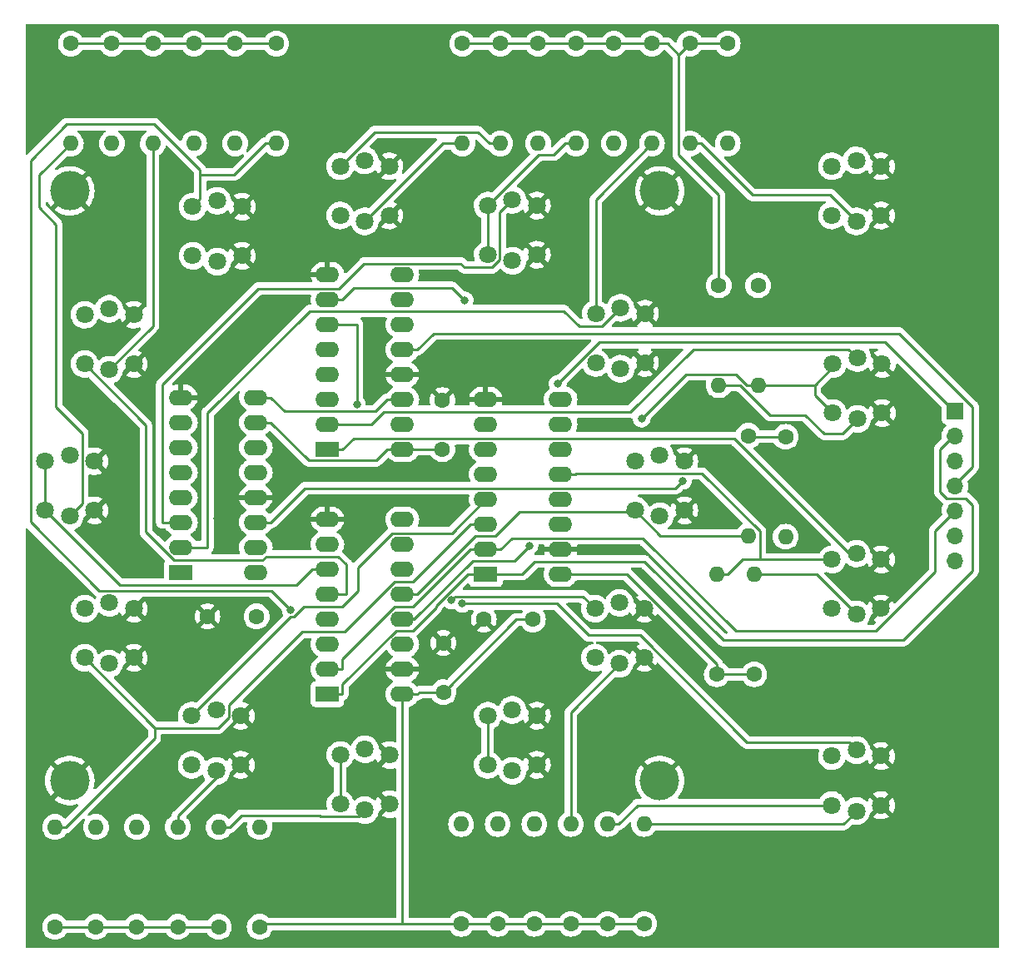
<source format=gbr>
G04 #@! TF.GenerationSoftware,KiCad,Pcbnew,(6.0.5)*
G04 #@! TF.CreationDate,2022-07-14T13:12:00-05:00*
G04 #@! TF.ProjectId,QuantizerFront,5175616e-7469-47a6-9572-46726f6e742e,rev?*
G04 #@! TF.SameCoordinates,Original*
G04 #@! TF.FileFunction,Copper,L1,Top*
G04 #@! TF.FilePolarity,Positive*
%FSLAX46Y46*%
G04 Gerber Fmt 4.6, Leading zero omitted, Abs format (unit mm)*
G04 Created by KiCad (PCBNEW (6.0.5)) date 2022-07-14 13:12:00*
%MOMM*%
%LPD*%
G01*
G04 APERTURE LIST*
G04 #@! TA.AperFunction,ComponentPad*
%ADD10C,4.000000*%
G04 #@! TD*
G04 #@! TA.AperFunction,ComponentPad*
%ADD11C,1.800000*%
G04 #@! TD*
G04 #@! TA.AperFunction,ComponentPad*
%ADD12R,1.700000X1.700000*%
G04 #@! TD*
G04 #@! TA.AperFunction,ComponentPad*
%ADD13O,1.700000X1.700000*%
G04 #@! TD*
G04 #@! TA.AperFunction,ComponentPad*
%ADD14C,1.600000*%
G04 #@! TD*
G04 #@! TA.AperFunction,ComponentPad*
%ADD15O,1.600000X1.600000*%
G04 #@! TD*
G04 #@! TA.AperFunction,ComponentPad*
%ADD16R,2.400000X1.600000*%
G04 #@! TD*
G04 #@! TA.AperFunction,ComponentPad*
%ADD17O,2.400000X1.600000*%
G04 #@! TD*
G04 #@! TA.AperFunction,ViaPad*
%ADD18C,0.800000*%
G04 #@! TD*
G04 #@! TA.AperFunction,Conductor*
%ADD19C,0.250000*%
G04 #@! TD*
G04 APERTURE END LIST*
D10*
G04 #@! TO.P,H2,1,1*
G04 #@! TO.N,GND*
X70000000Y-130000000D03*
G04 #@! TD*
D11*
G04 #@! TO.P,S12,1,COM_1*
G04 #@! TO.N,/SW12*
X71500000Y-117500000D03*
G04 #@! TO.P,S12,2,COM_2*
X71500000Y-112500000D03*
G04 #@! TO.P,S12,3,NO_1*
G04 #@! TO.N,GND*
X76500000Y-117500000D03*
G04 #@! TO.P,S12,4,NO_2*
X76500000Y-112500000D03*
G04 #@! TO.P,S12,L1,A*
G04 #@! TO.N,Net-(R32-Pad2)*
X74000000Y-118100000D03*
G04 #@! TO.P,S12,L2,K*
G04 #@! TO.N,/LD12*
X74000000Y-111900000D03*
G04 #@! TD*
G04 #@! TO.P,S13,1,COM_1*
G04 #@! TO.N,/SW13*
X147500000Y-72500000D03*
G04 #@! TO.P,S13,2,COM_2*
X147500000Y-67500000D03*
G04 #@! TO.P,S13,3,NO_1*
G04 #@! TO.N,GND*
X152500000Y-72500000D03*
G04 #@! TO.P,S13,4,NO_2*
X152500000Y-67500000D03*
G04 #@! TO.P,S13,L1,A*
G04 #@! TO.N,Net-(R34-Pad2)*
X150000000Y-73100000D03*
G04 #@! TO.P,S13,L2,K*
G04 #@! TO.N,/LD13*
X150000000Y-66900000D03*
G04 #@! TD*
G04 #@! TO.P,S8,1,COM_1*
G04 #@! TO.N,/SW8*
X123400000Y-117500000D03*
G04 #@! TO.P,S8,2,COM_2*
X123400000Y-112500000D03*
G04 #@! TO.P,S8,3,NO_1*
G04 #@! TO.N,GND*
X128400000Y-117500000D03*
G04 #@! TO.P,S8,4,NO_2*
X128400000Y-112500000D03*
G04 #@! TO.P,S8,L1,A*
G04 #@! TO.N,Net-(R24-Pad2)*
X125900000Y-118100000D03*
G04 #@! TO.P,S8,L2,K*
G04 #@! TO.N,/LD8*
X125900000Y-111900000D03*
G04 #@! TD*
G04 #@! TO.P,S6,1,COM_1*
G04 #@! TO.N,/SW6*
X123500000Y-87500000D03*
G04 #@! TO.P,S6,2,COM_2*
X123500000Y-82500000D03*
G04 #@! TO.P,S6,3,NO_1*
G04 #@! TO.N,GND*
X128500000Y-87500000D03*
G04 #@! TO.P,S6,4,NO_2*
X128500000Y-82500000D03*
G04 #@! TO.P,S6,L1,A*
G04 #@! TO.N,Net-(R20-Pad2)*
X126000000Y-88100000D03*
G04 #@! TO.P,S6,L2,K*
G04 #@! TO.N,/LD6*
X126000000Y-81900000D03*
G04 #@! TD*
G04 #@! TO.P,S4,1,COM_1*
G04 #@! TO.N,/SW4*
X97500000Y-72500000D03*
G04 #@! TO.P,S4,2,COM_2*
X97500000Y-67500000D03*
G04 #@! TO.P,S4,3,NO_1*
G04 #@! TO.N,GND*
X102500000Y-72500000D03*
G04 #@! TO.P,S4,4,NO_2*
X102500000Y-67500000D03*
G04 #@! TO.P,S4,L1,A*
G04 #@! TO.N,Net-(R16-Pad2)*
X100000000Y-73100000D03*
G04 #@! TO.P,S4,L2,K*
G04 #@! TO.N,/LD4*
X100000000Y-66900000D03*
G04 #@! TD*
D12*
G04 #@! TO.P,J16,1,Pin_1*
G04 #@! TO.N,/SDI_F*
X160025000Y-92400000D03*
D13*
G04 #@! TO.P,J16,2,Pin_2*
G04 #@! TO.N,/SLI_F*
X160025000Y-94940000D03*
G04 #@! TO.P,J16,3,Pin_3*
G04 #@! TO.N,/SDO_F*
X160025000Y-97480000D03*
G04 #@! TO.P,J16,4,Pin_4*
G04 #@! TO.N,/SLO_F*
X160025000Y-100020000D03*
G04 #@! TO.P,J16,5,Pin_5*
G04 #@! TO.N,/SCL_F*
X160025000Y-102560000D03*
G04 #@! TO.P,J16,6,Pin_6*
G04 #@! TO.N,GND*
X160025000Y-105100000D03*
G04 #@! TO.P,J16,7,Pin_7*
G04 #@! TO.N,+5V_1*
X160025000Y-107640000D03*
G04 #@! TD*
D10*
G04 #@! TO.P,H4,1,1*
G04 #@! TO.N,GND*
X130000000Y-70000000D03*
G04 #@! TD*
D11*
G04 #@! TO.P,S2,1,COM_1*
G04 #@! TO.N,/SW2*
X71500000Y-87600000D03*
G04 #@! TO.P,S2,2,COM_2*
X71500000Y-82600000D03*
G04 #@! TO.P,S2,3,NO_1*
G04 #@! TO.N,GND*
X76500000Y-87600000D03*
G04 #@! TO.P,S2,4,NO_2*
X76500000Y-82600000D03*
G04 #@! TO.P,S2,L1,A*
G04 #@! TO.N,Net-(R12-Pad2)*
X74000000Y-88200000D03*
G04 #@! TO.P,S2,L2,K*
G04 #@! TO.N,/LD2*
X74000000Y-82000000D03*
G04 #@! TD*
G04 #@! TO.P,S3,1,COM_1*
G04 #@! TO.N,/SW3*
X82500000Y-76600000D03*
G04 #@! TO.P,S3,2,COM_2*
X82500000Y-71600000D03*
G04 #@! TO.P,S3,3,NO_1*
G04 #@! TO.N,GND*
X87500000Y-76600000D03*
G04 #@! TO.P,S3,4,NO_2*
X87500000Y-71600000D03*
G04 #@! TO.P,S3,L1,A*
G04 #@! TO.N,Net-(R14-Pad2)*
X85000000Y-77200000D03*
G04 #@! TO.P,S3,L2,K*
G04 #@! TO.N,/LD3*
X85000000Y-71000000D03*
G04 #@! TD*
G04 #@! TO.P,S7,1,COM_1*
G04 #@! TO.N,/SW7*
X127500000Y-102500000D03*
G04 #@! TO.P,S7,2,COM_2*
X127500000Y-97500000D03*
G04 #@! TO.P,S7,3,NO_1*
G04 #@! TO.N,GND*
X132500000Y-102500000D03*
G04 #@! TO.P,S7,4,NO_2*
X132500000Y-97500000D03*
G04 #@! TO.P,S7,L1,A*
G04 #@! TO.N,Net-(R22-Pad2)*
X130000000Y-103100000D03*
G04 #@! TO.P,S7,L2,K*
G04 #@! TO.N,/LD7*
X130000000Y-96900000D03*
G04 #@! TD*
G04 #@! TO.P,S10,1,COM_1*
G04 #@! TO.N,/SW10*
X97500000Y-132400000D03*
G04 #@! TO.P,S10,2,COM_2*
X97500000Y-127400000D03*
G04 #@! TO.P,S10,3,NO_1*
G04 #@! TO.N,GND*
X102500000Y-132400000D03*
G04 #@! TO.P,S10,4,NO_2*
X102500000Y-127400000D03*
G04 #@! TO.P,S10,L1,A*
G04 #@! TO.N,Net-(R28-Pad2)*
X100000000Y-133000000D03*
G04 #@! TO.P,S10,L2,K*
G04 #@! TO.N,/LD10*
X100000000Y-126800000D03*
G04 #@! TD*
G04 #@! TO.P,S16,1,COM_1*
G04 #@! TO.N,/SW16*
X147500000Y-132500000D03*
G04 #@! TO.P,S16,2,COM_2*
X147500000Y-127500000D03*
G04 #@! TO.P,S16,3,NO_1*
G04 #@! TO.N,GND*
X152500000Y-132500000D03*
G04 #@! TO.P,S16,4,NO_2*
X152500000Y-127500000D03*
G04 #@! TO.P,S16,L1,A*
G04 #@! TO.N,Net-(R40-Pad2)*
X150000000Y-133100000D03*
G04 #@! TO.P,S16,L2,K*
G04 #@! TO.N,/LD16*
X150000000Y-126900000D03*
G04 #@! TD*
G04 #@! TO.P,S1,1,COM_1*
G04 #@! TO.N,/SW1*
X67500000Y-102500000D03*
G04 #@! TO.P,S1,2,COM_2*
X67500000Y-97500000D03*
G04 #@! TO.P,S1,3,NO_1*
G04 #@! TO.N,GND*
X72500000Y-102500000D03*
G04 #@! TO.P,S1,4,NO_2*
X72500000Y-97500000D03*
G04 #@! TO.P,S1,L1,A*
G04 #@! TO.N,Net-(R10-Pad2)*
X70000000Y-103100000D03*
G04 #@! TO.P,S1,L2,K*
G04 #@! TO.N,/LD1*
X70000000Y-96900000D03*
G04 #@! TD*
D10*
G04 #@! TO.P,H3,1,1*
G04 #@! TO.N,GND*
X130000000Y-130000000D03*
G04 #@! TD*
G04 #@! TO.P,H1,1,1*
G04 #@! TO.N,GND*
X70000000Y-70000000D03*
G04 #@! TD*
D11*
G04 #@! TO.P,S14,1,COM_1*
G04 #@! TO.N,/SW14*
X147600000Y-92600000D03*
G04 #@! TO.P,S14,2,COM_2*
X147600000Y-87600000D03*
G04 #@! TO.P,S14,3,NO_1*
G04 #@! TO.N,GND*
X152600000Y-92600000D03*
G04 #@! TO.P,S14,4,NO_2*
X152600000Y-87600000D03*
G04 #@! TO.P,S14,L1,A*
G04 #@! TO.N,Net-(R36-Pad2)*
X150100000Y-93200000D03*
G04 #@! TO.P,S14,L2,K*
G04 #@! TO.N,/LD14*
X150100000Y-87000000D03*
G04 #@! TD*
G04 #@! TO.P,S15,1,COM_1*
G04 #@! TO.N,/SW15*
X147500000Y-112500000D03*
G04 #@! TO.P,S15,2,COM_2*
X147500000Y-107500000D03*
G04 #@! TO.P,S15,3,NO_1*
G04 #@! TO.N,GND*
X152500000Y-112500000D03*
G04 #@! TO.P,S15,4,NO_2*
X152500000Y-107500000D03*
G04 #@! TO.P,S15,L1,A*
G04 #@! TO.N,Net-(R38-Pad2)*
X150000000Y-113100000D03*
G04 #@! TO.P,S15,L2,K*
G04 #@! TO.N,/LD15*
X150000000Y-106900000D03*
G04 #@! TD*
G04 #@! TO.P,S9,1,COM_1*
G04 #@! TO.N,/SW9*
X112500000Y-128400000D03*
G04 #@! TO.P,S9,2,COM_2*
X112500000Y-123400000D03*
G04 #@! TO.P,S9,3,NO_1*
G04 #@! TO.N,GND*
X117500000Y-128400000D03*
G04 #@! TO.P,S9,4,NO_2*
X117500000Y-123400000D03*
G04 #@! TO.P,S9,L1,A*
G04 #@! TO.N,Net-(R26-Pad2)*
X115000000Y-129000000D03*
G04 #@! TO.P,S9,L2,K*
G04 #@! TO.N,/LD9*
X115000000Y-122800000D03*
G04 #@! TD*
G04 #@! TO.P,S5,1,COM_1*
G04 #@! TO.N,/SW5*
X112500000Y-76500000D03*
G04 #@! TO.P,S5,2,COM_2*
X112500000Y-71500000D03*
G04 #@! TO.P,S5,3,NO_1*
G04 #@! TO.N,GND*
X117500000Y-76500000D03*
G04 #@! TO.P,S5,4,NO_2*
X117500000Y-71500000D03*
G04 #@! TO.P,S5,L1,A*
G04 #@! TO.N,Net-(R18-Pad2)*
X115000000Y-77100000D03*
G04 #@! TO.P,S5,L2,K*
G04 #@! TO.N,/LD5*
X115000000Y-70900000D03*
G04 #@! TD*
G04 #@! TO.P,S11,1,COM_1*
G04 #@! TO.N,/SW11*
X82400000Y-128400000D03*
G04 #@! TO.P,S11,2,COM_2*
X82400000Y-123400000D03*
G04 #@! TO.P,S11,3,NO_1*
G04 #@! TO.N,GND*
X87400000Y-128400000D03*
G04 #@! TO.P,S11,4,NO_2*
X87400000Y-123400000D03*
G04 #@! TO.P,S11,L1,A*
G04 #@! TO.N,Net-(R30-Pad2)*
X84900000Y-129000000D03*
G04 #@! TO.P,S11,L2,K*
G04 #@! TO.N,/LD11*
X84900000Y-122800000D03*
G04 #@! TD*
D14*
G04 #@! TO.P,R26,1*
G04 #@! TO.N,+5V_1*
X113520000Y-144580000D03*
D15*
G04 #@! TO.P,R26,2*
G04 #@! TO.N,Net-(R26-Pad2)*
X113520000Y-134420000D03*
G04 #@! TD*
D14*
G04 #@! TO.P,C8,1*
G04 #@! TO.N,GND*
X112100000Y-113600000D03*
G04 #@! TO.P,C8,2*
G04 #@! TO.N,+5V_1*
X117100000Y-113600000D03*
G04 #@! TD*
G04 #@! TO.P,R33,1*
G04 #@! TO.N,+5V_1*
X136914300Y-55020000D03*
D15*
G04 #@! TO.P,R33,2*
G04 #@! TO.N,/SW13*
X136914300Y-65180000D03*
G04 #@! TD*
D14*
G04 #@! TO.P,R22,1*
G04 #@! TO.N,+5V_1*
X142800000Y-95020000D03*
D15*
G04 #@! TO.P,R22,2*
G04 #@! TO.N,Net-(R22-Pad2)*
X142800000Y-105180000D03*
G04 #@! TD*
D14*
G04 #@! TO.P,R19,1*
G04 #@! TO.N,+5V_1*
X129200000Y-55020000D03*
D15*
G04 #@! TO.P,R19,2*
G04 #@! TO.N,/SW6*
X129200000Y-65180000D03*
G04 #@! TD*
D14*
G04 #@! TO.P,R18,1*
G04 #@! TO.N,+5V_1*
X117628600Y-55020000D03*
D15*
G04 #@! TO.P,R18,2*
G04 #@! TO.N,Net-(R18-Pad2)*
X117628600Y-65180000D03*
G04 #@! TD*
D16*
G04 #@! TO.P,U3,1,QB*
G04 #@! TO.N,/LD7*
X81300000Y-108800000D03*
D17*
G04 #@! TO.P,U3,2,QC*
G04 #@! TO.N,/LD6*
X81300000Y-106260000D03*
G04 #@! TO.P,U3,3,QD*
G04 #@! TO.N,/LD5*
X81300000Y-103720000D03*
G04 #@! TO.P,U3,4,QE*
G04 #@! TO.N,/LD4*
X81300000Y-101180000D03*
G04 #@! TO.P,U3,5,QF*
G04 #@! TO.N,/LD3*
X81300000Y-98640000D03*
G04 #@! TO.P,U3,6,QG*
G04 #@! TO.N,/LD2*
X81300000Y-96100000D03*
G04 #@! TO.P,U3,7,QH*
G04 #@! TO.N,/LD1*
X81300000Y-93560000D03*
G04 #@! TO.P,U3,8,GND*
G04 #@! TO.N,GND*
X81300000Y-91020000D03*
G04 #@! TO.P,U3,9,QH'*
G04 #@! TO.N,Net-(U3-Pad9)*
X88920000Y-91020000D03*
G04 #@! TO.P,U3,10,~{SRCLR}*
G04 #@! TO.N,+5V_1*
X88920000Y-93560000D03*
G04 #@! TO.P,U3,11,SRCLK*
G04 #@! TO.N,/SCL_F*
X88920000Y-96100000D03*
G04 #@! TO.P,U3,12,RCLK*
G04 #@! TO.N,/SLO_F*
X88920000Y-98640000D03*
G04 #@! TO.P,U3,13,~{OE}*
G04 #@! TO.N,GND*
X88920000Y-101180000D03*
G04 #@! TO.P,U3,14,SER*
G04 #@! TO.N,/SDO_F*
X88920000Y-103720000D03*
G04 #@! TO.P,U3,15,QA*
G04 #@! TO.N,/LD8*
X88920000Y-106260000D03*
G04 #@! TO.P,U3,16,VCC*
G04 #@! TO.N,+5V_1*
X88920000Y-108800000D03*
G04 #@! TD*
D14*
G04 #@! TO.P,R17,1*
G04 #@! TO.N,+5V_1*
X121485700Y-55020000D03*
D15*
G04 #@! TO.P,R17,2*
G04 #@! TO.N,/SW5*
X121485700Y-65180000D03*
G04 #@! TD*
D14*
G04 #@! TO.P,R34,1*
G04 #@! TO.N,+5V_1*
X133057100Y-55020000D03*
D15*
G04 #@! TO.P,R34,2*
G04 #@! TO.N,Net-(R34-Pad2)*
X133057100Y-65180000D03*
G04 #@! TD*
D14*
G04 #@! TO.P,R27,1*
G04 #@! TO.N,+5V_1*
X89300000Y-144880000D03*
D15*
G04 #@! TO.P,R27,2*
G04 #@! TO.N,/SW10*
X89300000Y-134720000D03*
G04 #@! TD*
D14*
G04 #@! TO.P,R14,1*
G04 #@! TO.N,+5V_1*
X86820000Y-55020000D03*
D15*
G04 #@! TO.P,R14,2*
G04 #@! TO.N,Net-(R14-Pad2)*
X86820000Y-65180000D03*
G04 #@! TD*
D14*
G04 #@! TO.P,R39,1*
G04 #@! TO.N,+5V_1*
X124680000Y-144580000D03*
D15*
G04 #@! TO.P,R39,2*
G04 #@! TO.N,/SW16*
X124680000Y-134420000D03*
G04 #@! TD*
D14*
G04 #@! TO.P,R32,1*
G04 #@! TO.N,+5V_1*
X72660000Y-144880000D03*
D15*
G04 #@! TO.P,R32,2*
G04 #@! TO.N,Net-(R32-Pad2)*
X72660000Y-134720000D03*
G04 #@! TD*
D14*
G04 #@! TO.P,R30,1*
G04 #@! TO.N,+5V_1*
X80980000Y-144880000D03*
D15*
G04 #@! TO.P,R30,2*
G04 #@! TO.N,Net-(R30-Pad2)*
X80980000Y-134720000D03*
G04 #@! TD*
D14*
G04 #@! TO.P,R12,1*
G04 #@! TO.N,+5V_1*
X78460000Y-55020000D03*
D15*
G04 #@! TO.P,R12,2*
G04 #@! TO.N,Net-(R12-Pad2)*
X78460000Y-65180000D03*
G04 #@! TD*
D16*
G04 #@! TO.P,U2,1,~{PL}*
G04 #@! TO.N,/SLI_F*
X96200000Y-121200000D03*
D17*
G04 #@! TO.P,U2,2,CP*
G04 #@! TO.N,/SCL_F*
X96200000Y-118660000D03*
G04 #@! TO.P,U2,3,D4*
G04 #@! TO.N,/SW4*
X96200000Y-116120000D03*
G04 #@! TO.P,U2,4,D5*
G04 #@! TO.N,/SW3*
X96200000Y-113580000D03*
G04 #@! TO.P,U2,5,D6*
G04 #@! TO.N,/SW2*
X96200000Y-111040000D03*
G04 #@! TO.P,U2,6,D7*
G04 #@! TO.N,/SW1*
X96200000Y-108500000D03*
G04 #@! TO.P,U2,7,~{Q7}*
G04 #@! TO.N,unconnected-(U2-Pad7)*
X96200000Y-105960000D03*
G04 #@! TO.P,U2,8,GND*
G04 #@! TO.N,GND*
X96200000Y-103420000D03*
G04 #@! TO.P,U2,9,Q7*
G04 #@! TO.N,/SDI_F*
X103820000Y-103420000D03*
G04 #@! TO.P,U2,10,DS*
G04 #@! TO.N,Net-(U2-Pad10)*
X103820000Y-105960000D03*
G04 #@! TO.P,U2,11,D0*
G04 #@! TO.N,/SW8*
X103820000Y-108500000D03*
G04 #@! TO.P,U2,12,D1*
G04 #@! TO.N,/SW7*
X103820000Y-111040000D03*
G04 #@! TO.P,U2,13,D2*
G04 #@! TO.N,/SW6*
X103820000Y-113580000D03*
G04 #@! TO.P,U2,14,D3*
G04 #@! TO.N,/SW5*
X103820000Y-116120000D03*
G04 #@! TO.P,U2,15,~{CE}*
G04 #@! TO.N,GND*
X103820000Y-118660000D03*
G04 #@! TO.P,U2,16,VCC*
G04 #@! TO.N,+5V_1*
X103820000Y-121200000D03*
G04 #@! TD*
D14*
G04 #@! TO.P,R31,1*
G04 #@! TO.N,+5V_1*
X68500000Y-144880000D03*
D15*
G04 #@! TO.P,R31,2*
G04 #@! TO.N,/SW12*
X68500000Y-134720000D03*
G04 #@! TD*
D14*
G04 #@! TO.P,R35,1*
G04 #@! TO.N,+5V_1*
X140000000Y-79620000D03*
D15*
G04 #@! TO.P,R35,2*
G04 #@! TO.N,/SW14*
X140000000Y-89780000D03*
G04 #@! TD*
D16*
G04 #@! TO.P,U5,1,QB*
G04 #@! TO.N,/LD15*
X96200000Y-96300000D03*
D17*
G04 #@! TO.P,U5,2,QC*
G04 #@! TO.N,/LD14*
X96200000Y-93760000D03*
G04 #@! TO.P,U5,3,QD*
G04 #@! TO.N,/LD13*
X96200000Y-91220000D03*
G04 #@! TO.P,U5,4,QE*
G04 #@! TO.N,/LD12*
X96200000Y-88680000D03*
G04 #@! TO.P,U5,5,QF*
G04 #@! TO.N,/LD11*
X96200000Y-86140000D03*
G04 #@! TO.P,U5,6,QG*
G04 #@! TO.N,/LD10*
X96200000Y-83600000D03*
G04 #@! TO.P,U5,7,QH*
G04 #@! TO.N,/LD9*
X96200000Y-81060000D03*
G04 #@! TO.P,U5,8,GND*
G04 #@! TO.N,GND*
X96200000Y-78520000D03*
G04 #@! TO.P,U5,9,QH'*
G04 #@! TO.N,unconnected-(U5-Pad9)*
X103820000Y-78520000D03*
G04 #@! TO.P,U5,10,~{SRCLR}*
G04 #@! TO.N,+5V_1*
X103820000Y-81060000D03*
G04 #@! TO.P,U5,11,SRCLK*
G04 #@! TO.N,/SCL_F*
X103820000Y-83600000D03*
G04 #@! TO.P,U5,12,RCLK*
G04 #@! TO.N,/SLO_F*
X103820000Y-86140000D03*
G04 #@! TO.P,U5,13,~{OE}*
G04 #@! TO.N,GND*
X103820000Y-88680000D03*
G04 #@! TO.P,U5,14,SER*
G04 #@! TO.N,Net-(U3-Pad9)*
X103820000Y-91220000D03*
G04 #@! TO.P,U5,15,QA*
G04 #@! TO.N,/LD16*
X103820000Y-93760000D03*
G04 #@! TO.P,U5,16,VCC*
G04 #@! TO.N,+5V_1*
X103820000Y-96300000D03*
G04 #@! TD*
D14*
G04 #@! TO.P,R13,1*
G04 #@! TO.N,+5V_1*
X91000000Y-55020000D03*
D15*
G04 #@! TO.P,R13,2*
G04 #@! TO.N,/SW3*
X91000000Y-65180000D03*
G04 #@! TD*
D14*
G04 #@! TO.P,R11,1*
G04 #@! TO.N,+5V_1*
X82640000Y-55020000D03*
D15*
G04 #@! TO.P,R11,2*
G04 #@! TO.N,/SW2*
X82640000Y-65180000D03*
G04 #@! TD*
D16*
G04 #@! TO.P,U4,1,~{PL}*
G04 #@! TO.N,/SLI_F*
X112300000Y-109000000D03*
D17*
G04 #@! TO.P,U4,2,CP*
G04 #@! TO.N,/SCL_F*
X112300000Y-106460000D03*
G04 #@! TO.P,U4,3,D4*
G04 #@! TO.N,/SW12*
X112300000Y-103920000D03*
G04 #@! TO.P,U4,4,D5*
G04 #@! TO.N,/SW11*
X112300000Y-101380000D03*
G04 #@! TO.P,U4,5,D6*
G04 #@! TO.N,/SW10*
X112300000Y-98840000D03*
G04 #@! TO.P,U4,6,D7*
G04 #@! TO.N,/SW9*
X112300000Y-96300000D03*
G04 #@! TO.P,U4,7,~{Q7}*
G04 #@! TO.N,unconnected-(U4-Pad7)*
X112300000Y-93760000D03*
G04 #@! TO.P,U4,8,GND*
G04 #@! TO.N,GND*
X112300000Y-91220000D03*
G04 #@! TO.P,U4,9,Q7*
G04 #@! TO.N,Net-(U2-Pad10)*
X119920000Y-91220000D03*
G04 #@! TO.P,U4,10,DS*
G04 #@! TO.N,unconnected-(U4-Pad10)*
X119920000Y-93760000D03*
G04 #@! TO.P,U4,11,D0*
G04 #@! TO.N,/SW16*
X119920000Y-96300000D03*
G04 #@! TO.P,U4,12,D1*
G04 #@! TO.N,/SW15*
X119920000Y-98840000D03*
G04 #@! TO.P,U4,13,D2*
G04 #@! TO.N,/SW14*
X119920000Y-101380000D03*
G04 #@! TO.P,U4,14,D3*
G04 #@! TO.N,/SW13*
X119920000Y-103920000D03*
G04 #@! TO.P,U4,15,~{CE}*
G04 #@! TO.N,GND*
X119920000Y-106460000D03*
G04 #@! TO.P,U4,16,VCC*
G04 #@! TO.N,+5V_1*
X119920000Y-109000000D03*
G04 #@! TD*
D14*
G04 #@! TO.P,R21,1*
G04 #@! TO.N,+5V_1*
X139000000Y-94920000D03*
D15*
G04 #@! TO.P,R21,2*
G04 #@! TO.N,/SW7*
X139000000Y-105080000D03*
G04 #@! TD*
D14*
G04 #@! TO.P,C7,1*
G04 #@! TO.N,GND*
X84000000Y-113300000D03*
G04 #@! TO.P,C7,2*
G04 #@! TO.N,+5V_1*
X89000000Y-113300000D03*
G04 #@! TD*
G04 #@! TO.P,R28,1*
G04 #@! TO.N,+5V_1*
X85140000Y-144880000D03*
D15*
G04 #@! TO.P,R28,2*
G04 #@! TO.N,Net-(R28-Pad2)*
X85140000Y-134720000D03*
G04 #@! TD*
D14*
G04 #@! TO.P,R29,1*
G04 #@! TO.N,+5V_1*
X76820000Y-144880000D03*
D15*
G04 #@! TO.P,R29,2*
G04 #@! TO.N,/SW11*
X76820000Y-134720000D03*
G04 #@! TD*
D14*
G04 #@! TO.P,R10,1*
G04 #@! TO.N,+5V_1*
X70100000Y-55020000D03*
D15*
G04 #@! TO.P,R10,2*
G04 #@! TO.N,Net-(R10-Pad2)*
X70100000Y-65180000D03*
G04 #@! TD*
D14*
G04 #@! TO.P,R9,1*
G04 #@! TO.N,+5V_1*
X74280000Y-55020000D03*
D15*
G04 #@! TO.P,R9,2*
G04 #@! TO.N,/SW1*
X74280000Y-65180000D03*
G04 #@! TD*
D14*
G04 #@! TO.P,R20,1*
G04 #@! TO.N,+5V_1*
X125342900Y-55020000D03*
D15*
G04 #@! TO.P,R20,2*
G04 #@! TO.N,Net-(R20-Pad2)*
X125342900Y-65180000D03*
G04 #@! TD*
D14*
G04 #@! TO.P,R25,1*
G04 #@! TO.N,+5V_1*
X109800000Y-144580000D03*
D15*
G04 #@! TO.P,R25,2*
G04 #@! TO.N,/SW9*
X109800000Y-134420000D03*
G04 #@! TD*
D14*
G04 #@! TO.P,R23,1*
G04 #@! TO.N,+5V_1*
X117240000Y-144580000D03*
D15*
G04 #@! TO.P,R23,2*
G04 #@! TO.N,/SW8*
X117240000Y-134420000D03*
G04 #@! TD*
D14*
G04 #@! TO.P,R38,1*
G04 #@! TO.N,+5V_1*
X139600000Y-119180000D03*
D15*
G04 #@! TO.P,R38,2*
G04 #@! TO.N,Net-(R38-Pad2)*
X139600000Y-109020000D03*
G04 #@! TD*
D14*
G04 #@! TO.P,C9,1*
G04 #@! TO.N,GND*
X107900000Y-91300000D03*
G04 #@! TO.P,C9,2*
G04 #@! TO.N,+5V_1*
X107900000Y-96300000D03*
G04 #@! TD*
G04 #@! TO.P,R40,1*
G04 #@! TO.N,+5V_1*
X128400000Y-144580000D03*
D15*
G04 #@! TO.P,R40,2*
G04 #@! TO.N,Net-(R40-Pad2)*
X128400000Y-134420000D03*
G04 #@! TD*
D14*
G04 #@! TO.P,R15,1*
G04 #@! TO.N,+5V_1*
X113771400Y-55020000D03*
D15*
G04 #@! TO.P,R15,2*
G04 #@! TO.N,/SW4*
X113771400Y-65180000D03*
G04 #@! TD*
D14*
G04 #@! TO.P,C6,1*
G04 #@! TO.N,GND*
X108000000Y-116000000D03*
G04 #@! TO.P,C6,2*
G04 #@! TO.N,+5V_1*
X108000000Y-121000000D03*
G04 #@! TD*
G04 #@! TO.P,R16,1*
G04 #@! TO.N,+5V_1*
X109914300Y-55020000D03*
D15*
G04 #@! TO.P,R16,2*
G04 #@! TO.N,Net-(R16-Pad2)*
X109914300Y-65180000D03*
G04 #@! TD*
D14*
G04 #@! TO.P,R37,1*
G04 #@! TO.N,+5V_1*
X135800000Y-119180000D03*
D15*
G04 #@! TO.P,R37,2*
G04 #@! TO.N,/SW15*
X135800000Y-109020000D03*
G04 #@! TD*
D14*
G04 #@! TO.P,R36,1*
G04 #@! TO.N,+5V_1*
X136000000Y-79620000D03*
D15*
G04 #@! TO.P,R36,2*
G04 #@! TO.N,Net-(R36-Pad2)*
X136000000Y-89780000D03*
G04 #@! TD*
D14*
G04 #@! TO.P,R24,1*
G04 #@! TO.N,+5V_1*
X120960000Y-144580000D03*
D15*
G04 #@! TO.P,R24,2*
G04 #@! TO.N,Net-(R24-Pad2)*
X120960000Y-134420000D03*
G04 #@! TD*
D18*
G04 #@! TO.N,GND*
X85000000Y-103300000D03*
X92500000Y-99000000D03*
X136200000Y-82600000D03*
X100800000Y-83600000D03*
X93100000Y-103900000D03*
X117300000Y-109900000D03*
G04 #@! TO.N,/SDO_F*
X132343300Y-99482300D03*
G04 #@! TO.N,/SDI_F*
X119618600Y-89623000D03*
G04 #@! TO.N,/SW3*
X92462600Y-112627700D03*
G04 #@! TO.N,/SW6*
X116729800Y-106119000D03*
G04 #@! TO.N,/SW8*
X108828500Y-111664000D03*
G04 #@! TO.N,/SW14*
X128158900Y-93161900D03*
G04 #@! TO.N,/LD9*
X110142300Y-81135400D03*
G04 #@! TO.N,/LD10*
X99184200Y-91702000D03*
G04 #@! TO.N,/LD16*
X109904100Y-112000400D03*
G04 #@! TD*
D19*
G04 #@! TO.N,Net-(R10-Pad2)*
X70100000Y-65200000D02*
X66900000Y-68400000D01*
X66900000Y-71700000D02*
X68600000Y-73400000D01*
X70100000Y-65180000D02*
X70100000Y-65200000D01*
X66900000Y-68400000D02*
X66900000Y-71700000D01*
X71274600Y-94653900D02*
X71274600Y-101825400D01*
X68600000Y-73400000D02*
X68600000Y-91979300D01*
X71274600Y-101825400D02*
X70000000Y-103100000D01*
X68600000Y-91979300D02*
X71274600Y-94653900D01*
G04 #@! TO.N,Net-(R12-Pad2)*
X78460000Y-83740000D02*
X74000000Y-88200000D01*
X78460000Y-65180000D02*
X78460000Y-83740000D01*
G04 #@! TO.N,Net-(R16-Pad2)*
X107920000Y-65180000D02*
X100000000Y-73100000D01*
X109914300Y-65180000D02*
X107920000Y-65180000D01*
G04 #@! TO.N,+5V_1*
X103820000Y-96300000D02*
X107900000Y-96300000D01*
X103820000Y-144580000D02*
X103820000Y-121200000D01*
X117628600Y-55020000D02*
X121485700Y-55020000D01*
X90445300Y-93560000D02*
X94310600Y-97425300D01*
X139100000Y-95020000D02*
X139000000Y-94920000D01*
X80980000Y-144880000D02*
X76820000Y-144880000D01*
X126646200Y-109000000D02*
X119920000Y-109000000D01*
X136000000Y-79620000D02*
X136000000Y-70388400D01*
X130767100Y-55020000D02*
X131912100Y-56165000D01*
X94310600Y-97425300D02*
X101169400Y-97425300D01*
X109914300Y-55020000D02*
X113771400Y-55020000D01*
X70100000Y-55020000D02*
X74280000Y-55020000D01*
X82640000Y-55020000D02*
X86820000Y-55020000D01*
X129200000Y-55020000D02*
X130767100Y-55020000D01*
X117240000Y-144580000D02*
X113520000Y-144580000D01*
X103820000Y-121200000D02*
X105345300Y-121200000D01*
X109800000Y-144580000D02*
X103820000Y-144580000D01*
X108000000Y-121000000D02*
X105545300Y-121000000D01*
X105545300Y-121000000D02*
X105345300Y-121200000D01*
X135800000Y-119180000D02*
X135800000Y-118153800D01*
X78460000Y-55020000D02*
X82640000Y-55020000D01*
X128400000Y-144580000D02*
X124680000Y-144580000D01*
X88920000Y-93560000D02*
X90445300Y-93560000D01*
X125342900Y-55020000D02*
X129200000Y-55020000D01*
X76820000Y-144880000D02*
X72660000Y-144880000D01*
X89600000Y-144580000D02*
X89300000Y-144880000D01*
X135800000Y-119180000D02*
X139600000Y-119180000D01*
X80980000Y-144880000D02*
X85140000Y-144880000D01*
X136000000Y-70388400D02*
X131912100Y-66300500D01*
X86820000Y-55020000D02*
X91000000Y-55020000D01*
X113771400Y-55020000D02*
X117628600Y-55020000D01*
X101169400Y-97425300D02*
X102294700Y-96300000D01*
X131912100Y-66300500D02*
X131912100Y-56165000D01*
X117100000Y-113600000D02*
X115400000Y-113600000D01*
X120960000Y-144580000D02*
X117240000Y-144580000D01*
X121485700Y-55020000D02*
X125342900Y-55020000D01*
X131912100Y-56165000D02*
X133057100Y-55020000D01*
X103820000Y-144580000D02*
X89600000Y-144580000D01*
X113520000Y-144580000D02*
X109800000Y-144580000D01*
X68500000Y-144880000D02*
X72660000Y-144880000D01*
X120960000Y-144580000D02*
X124680000Y-144580000D01*
X135800000Y-118153800D02*
X126646200Y-109000000D01*
X136914300Y-55020000D02*
X133057100Y-55020000D01*
X103820000Y-96300000D02*
X102294700Y-96300000D01*
X115400000Y-113600000D02*
X108000000Y-121000000D01*
X142800000Y-95020000D02*
X139100000Y-95020000D01*
X74280000Y-55020000D02*
X78460000Y-55020000D01*
G04 #@! TO.N,Net-(R24-Pad2)*
X120960000Y-123040000D02*
X125900000Y-118100000D01*
X120960000Y-134420000D02*
X120960000Y-123040000D01*
G04 #@! TO.N,/SLI_F*
X108528397Y-110939489D02*
X107246700Y-112221186D01*
X115981700Y-109000000D02*
X117281700Y-107700000D01*
X97725300Y-121200000D02*
X96200000Y-121200000D01*
X104881700Y-114739000D02*
X103169100Y-114739000D01*
X103169100Y-114739000D02*
X97725300Y-120182800D01*
X112300000Y-109000000D02*
X115981700Y-109000000D01*
X128447000Y-107700000D02*
X136447000Y-115700000D01*
X107246700Y-112221186D02*
X107246700Y-112374000D01*
X158500000Y-96300000D02*
X159860000Y-94940000D01*
X108560511Y-110939489D02*
X108528397Y-110939489D01*
X161800000Y-108700000D02*
X161800000Y-102000000D01*
X161090000Y-101290000D02*
X159190000Y-101290000D01*
X159190000Y-101290000D02*
X158500000Y-100600000D01*
X161800000Y-102000000D02*
X161090000Y-101290000D01*
X117281700Y-107700000D02*
X128447000Y-107700000D01*
X158500000Y-100600000D02*
X158500000Y-96300000D01*
X112300000Y-109000000D02*
X110500000Y-109000000D01*
X136447000Y-115700000D02*
X154800000Y-115700000D01*
X159860000Y-94940000D02*
X160025000Y-94940000D01*
X107246700Y-112374000D02*
X104881700Y-114739000D01*
X154800000Y-115700000D02*
X161800000Y-108700000D01*
X110500000Y-109000000D02*
X108560511Y-110939489D01*
X97725300Y-120182800D02*
X97725300Y-121200000D01*
G04 #@! TO.N,/SCL_F*
X103026700Y-112310000D02*
X97725300Y-117611400D01*
X96200000Y-118660000D02*
X97725300Y-118660000D01*
X114958500Y-105326800D02*
X128233900Y-105326800D01*
X97725300Y-117611400D02*
X97725300Y-118660000D01*
X158000000Y-108785700D02*
X158000000Y-104585000D01*
X151985700Y-114800000D02*
X158000000Y-108785700D01*
X111537400Y-106460000D02*
X112300000Y-106460000D01*
X111537400Y-106460000D02*
X110774700Y-106460000D01*
X158000000Y-104585000D02*
X160025000Y-102560000D01*
X110774700Y-106460000D02*
X104924700Y-112310000D01*
X128233900Y-105326800D02*
X137707100Y-114800000D01*
X113825300Y-106460000D02*
X114958500Y-105326800D01*
X104924700Y-112310000D02*
X103026700Y-112310000D01*
X112300000Y-106460000D02*
X113825300Y-106460000D01*
X137707100Y-114800000D02*
X151985700Y-114800000D01*
G04 #@! TO.N,/SLO_F*
X106985300Y-84500000D02*
X154347700Y-84500000D01*
X103820000Y-86140000D02*
X105345300Y-86140000D01*
X161800000Y-98100000D02*
X160025000Y-99875000D01*
X154347700Y-84500000D02*
X161800000Y-91952300D01*
X161800000Y-91952300D02*
X161800000Y-98100000D01*
X105345300Y-86140000D02*
X106985300Y-84500000D01*
X160025000Y-99875000D02*
X160025000Y-100020000D01*
G04 #@! TO.N,/SDO_F*
X88920000Y-103720000D02*
X90445300Y-103720000D01*
X90445300Y-103720000D02*
X93910700Y-100254600D01*
X93910700Y-100254600D02*
X131571000Y-100254600D01*
X131571000Y-100254600D02*
X132343300Y-99482300D01*
G04 #@! TO.N,/SDI_F*
X123841600Y-85400000D02*
X152900000Y-85400000D01*
X119618600Y-89623000D02*
X123841600Y-85400000D01*
X152900000Y-85400000D02*
X159900000Y-92400000D01*
X159900000Y-92400000D02*
X160025000Y-92400000D01*
G04 #@! TO.N,/SW1*
X94674700Y-108500000D02*
X96200000Y-108500000D01*
X75100000Y-110100000D02*
X93074700Y-110100000D01*
X67500000Y-102500000D02*
X75100000Y-110100000D01*
X93074700Y-110100000D02*
X94674700Y-108500000D01*
X67500000Y-97500000D02*
X67500000Y-102500000D01*
G04 #@! TO.N,/SW2*
X97300000Y-107200000D02*
X98100000Y-108000000D01*
X89570311Y-107600000D02*
X89970311Y-107200000D01*
X77723900Y-93823900D02*
X77723900Y-104717400D01*
X98100000Y-108000000D02*
X98100000Y-111040000D01*
X77723900Y-104717400D02*
X80606500Y-107600000D01*
X89970311Y-107200000D02*
X97300000Y-107200000D01*
X98100000Y-111040000D02*
X96200000Y-111040000D01*
X80606500Y-107600000D02*
X89570311Y-107600000D01*
X71500000Y-87600000D02*
X77723900Y-93823900D01*
G04 #@! TO.N,/SW3*
X72969100Y-110669100D02*
X90504000Y-110669100D01*
X69700000Y-63200000D02*
X66000000Y-66900000D01*
X66000000Y-103700000D02*
X72969100Y-110669100D01*
X83250000Y-67850000D02*
X78600000Y-63200000D01*
X83250000Y-70850000D02*
X83250000Y-68326400D01*
X82500000Y-71600000D02*
X83250000Y-70850000D01*
X83250000Y-68326400D02*
X83250000Y-67850000D01*
X90504000Y-110669100D02*
X92462600Y-112627700D01*
X86728300Y-68326400D02*
X83250000Y-68326400D01*
X78600000Y-63200000D02*
X69700000Y-63200000D01*
X91000000Y-65180000D02*
X89874700Y-65180000D01*
X89874700Y-65180000D02*
X86728300Y-68326400D01*
X66000000Y-66900000D02*
X66000000Y-103700000D01*
G04 #@! TO.N,/SW4*
X100960900Y-64039100D02*
X97500000Y-67500000D01*
X112646100Y-65180000D02*
X111505200Y-64039100D01*
X113771400Y-65180000D02*
X112646100Y-65180000D01*
X111505200Y-64039100D02*
X100960900Y-64039100D01*
G04 #@! TO.N,/SW5*
X120360400Y-65180000D02*
X119235100Y-66305300D01*
X117694700Y-66305300D02*
X112500000Y-71500000D01*
X121485700Y-65180000D02*
X120360400Y-65180000D01*
X119235100Y-66305300D02*
X117694700Y-66305300D01*
X112500000Y-71500000D02*
X112500000Y-76500000D01*
G04 #@! TO.N,/SW6*
X123500000Y-82500000D02*
X123500000Y-70880000D01*
X115216900Y-107631900D02*
X110968100Y-107631900D01*
X110968100Y-107631900D02*
X105020000Y-113580000D01*
X123500000Y-70880000D02*
X129200000Y-65180000D01*
X116729800Y-106119000D02*
X115216900Y-107631900D01*
X105020000Y-113580000D02*
X103820000Y-113580000D01*
G04 #@! TO.N,/SW7*
X113318500Y-105101700D02*
X115770200Y-102650000D01*
X127350000Y-102650000D02*
X127500000Y-102500000D01*
X130080000Y-105080000D02*
X127500000Y-102500000D01*
X111283600Y-105101700D02*
X113318500Y-105101700D01*
X105345300Y-111040000D02*
X111283600Y-105101700D01*
X103820000Y-111040000D02*
X105345300Y-111040000D01*
X137874700Y-105080000D02*
X130080000Y-105080000D01*
X115770200Y-102650000D02*
X127350000Y-102650000D01*
X139000000Y-105080000D02*
X137874700Y-105080000D01*
G04 #@! TO.N,/SW8*
X123400000Y-112500000D02*
X122175100Y-111275100D01*
X122175100Y-111275100D02*
X109217400Y-111275100D01*
X109217400Y-111275100D02*
X108828500Y-111664000D01*
G04 #@! TO.N,/SW9*
X112500000Y-128400000D02*
X112500000Y-123400000D01*
G04 #@! TO.N,/SW10*
X97500000Y-127400000D02*
X97500000Y-132400000D01*
G04 #@! TO.N,Net-(R28-Pad2)*
X99371600Y-133628400D02*
X100000000Y-133000000D01*
X86265300Y-134720000D02*
X87421500Y-133563800D01*
X95421000Y-133563800D02*
X95485600Y-133628400D01*
X85140000Y-134720000D02*
X86265300Y-134720000D01*
X87421500Y-133563800D02*
X95421000Y-133563800D01*
X95485600Y-133628400D02*
X99371600Y-133628400D01*
G04 #@! TO.N,/SW11*
X93806100Y-112310000D02*
X97690000Y-112310000D01*
X82400000Y-123400000D02*
X92447000Y-113353000D01*
X99300000Y-110700000D02*
X99300000Y-108300000D01*
X92763100Y-113353000D02*
X93806100Y-112310000D01*
X97690000Y-112310000D02*
X99300000Y-110700000D01*
X102764520Y-104835480D02*
X108844520Y-104835480D01*
X108844520Y-104835480D02*
X112300000Y-101380000D01*
X92447000Y-113353000D02*
X92763100Y-113353000D01*
X99300000Y-108300000D02*
X102764520Y-104835480D01*
G04 #@! TO.N,Net-(R30-Pad2)*
X84900000Y-129674700D02*
X84900000Y-129000000D01*
X80980000Y-134720000D02*
X80980000Y-133594700D01*
X80980000Y-133594700D02*
X84900000Y-129674700D01*
G04 #@! TO.N,/SW12*
X78625400Y-124625400D02*
X71500000Y-117500000D01*
X85074600Y-124625400D02*
X78625400Y-124625400D01*
X103058400Y-109770000D02*
X97978400Y-114850000D01*
X86174600Y-123525400D02*
X85074600Y-124625400D01*
X93650000Y-114850000D02*
X86174600Y-122325400D01*
X78625400Y-125719900D02*
X69625300Y-134720000D01*
X97978400Y-114850000D02*
X93650000Y-114850000D01*
X78625400Y-124625400D02*
X78625400Y-125719900D01*
X86174600Y-122325400D02*
X86174600Y-123525400D01*
X104924700Y-109770000D02*
X103058400Y-109770000D01*
X112300000Y-103920000D02*
X110774700Y-103920000D01*
X68500000Y-134720000D02*
X69625300Y-134720000D01*
X110774700Y-103920000D02*
X104924700Y-109770000D01*
G04 #@! TO.N,Net-(R34-Pad2)*
X134182400Y-65180000D02*
X139404300Y-70401900D01*
X133057100Y-65180000D02*
X134182400Y-65180000D01*
X147301900Y-70401900D02*
X150000000Y-73100000D01*
X139404300Y-70401900D02*
X147301900Y-70401900D01*
G04 #@! TO.N,/SW14*
X132666100Y-88654700D02*
X137749400Y-88654700D01*
X137749400Y-88654700D02*
X138874700Y-89780000D01*
X145768800Y-90768800D02*
X147600000Y-92600000D01*
X128158900Y-93161900D02*
X132666100Y-88654700D01*
X147600000Y-87600000D02*
X147600000Y-87948800D01*
X140000000Y-89780000D02*
X141125300Y-89780000D01*
X141125300Y-89780000D02*
X145768800Y-89780000D01*
X145768800Y-89780000D02*
X145768800Y-90768800D01*
X140000000Y-89780000D02*
X138874700Y-89780000D01*
X147600000Y-87948800D02*
X145768800Y-89780000D01*
G04 #@! TO.N,Net-(R36-Pad2)*
X148600000Y-94700000D02*
X150100000Y-93200000D01*
X146700000Y-94700000D02*
X148600000Y-94700000D01*
X144800000Y-92800000D02*
X146700000Y-94700000D01*
X141200000Y-92800000D02*
X144800000Y-92800000D01*
X136000000Y-89780000D02*
X138180000Y-89780000D01*
X138180000Y-89780000D02*
X141200000Y-92800000D01*
G04 #@! TO.N,/SW15*
X134316000Y-98757000D02*
X121528300Y-98757000D01*
X136925300Y-109020000D02*
X138445300Y-107500000D01*
X121528300Y-98757000D02*
X121445300Y-98840000D01*
X119920000Y-98840000D02*
X121445300Y-98840000D01*
X140170500Y-107500000D02*
X147500000Y-107500000D01*
X138445300Y-107500000D02*
X140170500Y-107500000D01*
X140170500Y-104611500D02*
X134316000Y-98757000D01*
X135800000Y-109020000D02*
X136925300Y-109020000D01*
X140170500Y-107500000D02*
X140170500Y-104611500D01*
G04 #@! TO.N,Net-(R38-Pad2)*
X150000000Y-113100000D02*
X145920000Y-109020000D01*
X145920000Y-109020000D02*
X139600000Y-109020000D01*
G04 #@! TO.N,/SW16*
X125805300Y-134420000D02*
X127725300Y-132500000D01*
X124680000Y-134420000D02*
X125805300Y-134420000D01*
X127725300Y-132500000D02*
X147500000Y-132500000D01*
G04 #@! TO.N,Net-(R40-Pad2)*
X128400000Y-134420000D02*
X148680000Y-134420000D01*
X148680000Y-134420000D02*
X150000000Y-133100000D01*
G04 #@! TO.N,/LD5*
X99943100Y-77387200D02*
X109757000Y-77387200D01*
X109757000Y-77387200D02*
X110149600Y-77779800D01*
X110149600Y-77779800D02*
X112953200Y-77779800D01*
X81300000Y-103720000D02*
X79400000Y-103720000D01*
X97395700Y-79934600D02*
X99943100Y-77387200D01*
X79400000Y-89700000D02*
X89165400Y-79934600D01*
X89165400Y-79934600D02*
X97395700Y-79934600D01*
X112953200Y-77779800D02*
X113725400Y-77007600D01*
X113725400Y-72174600D02*
X115000000Y-70900000D01*
X113725400Y-77007600D02*
X113725400Y-72174600D01*
X79400000Y-103720000D02*
X79400000Y-89700000D01*
G04 #@! TO.N,/LD6*
X124100000Y-83800000D02*
X126000000Y-81900000D01*
X120259400Y-82229800D02*
X121829600Y-83800000D01*
X81300000Y-106260000D02*
X84000000Y-106260000D01*
X84000000Y-106260000D02*
X84000000Y-92600000D01*
X121829600Y-83800000D02*
X124100000Y-83800000D01*
X84000000Y-92600000D02*
X94370200Y-82229800D01*
X94370200Y-82229800D02*
X120259400Y-82229800D01*
G04 #@! TO.N,/LD9*
X98915900Y-79869400D02*
X108876300Y-79869400D01*
X108876300Y-79869400D02*
X110142300Y-81135400D01*
X96200000Y-81060000D02*
X97725300Y-81060000D01*
X97725300Y-81060000D02*
X98915900Y-79869400D01*
G04 #@! TO.N,/LD10*
X96200000Y-83600000D02*
X99200000Y-83600000D01*
X99200000Y-91686200D02*
X99184200Y-91702000D01*
X99200000Y-83600000D02*
X99200000Y-91686200D01*
G04 #@! TO.N,/LD14*
X149200000Y-86100000D02*
X133401300Y-86100000D01*
X127011400Y-92489900D02*
X101921700Y-92489900D01*
X133401300Y-86100000D02*
X127011400Y-92489900D01*
X100651600Y-93760000D02*
X96200000Y-93760000D01*
X150100000Y-87000000D02*
X149200000Y-86100000D01*
X101921700Y-92489900D02*
X100651600Y-93760000D01*
G04 #@! TO.N,/LD15*
X97725300Y-96300000D02*
X98850700Y-95174600D01*
X98850700Y-95174600D02*
X137574600Y-95174600D01*
X137574600Y-95174600D02*
X149300000Y-106900000D01*
X149300000Y-106900000D02*
X150000000Y-106900000D01*
X96200000Y-96300000D02*
X97725300Y-96300000D01*
G04 #@! TO.N,/LD16*
X122748600Y-115225200D02*
X127974000Y-115225200D01*
X138875900Y-126127100D02*
X149227100Y-126127100D01*
X109904100Y-112000400D02*
X119523800Y-112000400D01*
X127974000Y-115225200D02*
X138875900Y-126127100D01*
X119523800Y-112000400D02*
X122748600Y-115225200D01*
X149227100Y-126127100D02*
X150000000Y-126900000D01*
G04 #@! TO.N,Net-(U3-Pad9)*
X91859800Y-92434500D02*
X90445300Y-91020000D01*
X88920000Y-91020000D02*
X90445300Y-91020000D01*
X103820000Y-91220000D02*
X102294700Y-91220000D01*
X102294700Y-91220000D02*
X101080200Y-92434500D01*
X101080200Y-92434500D02*
X91859800Y-92434500D01*
G04 #@! TD*
G04 #@! TA.AperFunction,Conductor*
G04 #@! TO.N,GND*
G36*
X164433621Y-53028502D02*
G01*
X164480114Y-53082158D01*
X164491500Y-53134500D01*
X164491500Y-146865500D01*
X164471498Y-146933621D01*
X164417842Y-146980114D01*
X164365500Y-146991500D01*
X65634500Y-146991500D01*
X65566379Y-146971498D01*
X65519886Y-146917842D01*
X65508500Y-146865500D01*
X65508500Y-144880000D01*
X67186502Y-144880000D01*
X67206457Y-145108087D01*
X67207881Y-145113400D01*
X67207881Y-145113402D01*
X67237222Y-145222901D01*
X67265716Y-145329243D01*
X67268039Y-145334224D01*
X67268039Y-145334225D01*
X67360151Y-145531762D01*
X67360154Y-145531767D01*
X67362477Y-145536749D01*
X67394373Y-145582301D01*
X67489057Y-145717523D01*
X67493802Y-145724300D01*
X67655700Y-145886198D01*
X67660208Y-145889355D01*
X67660211Y-145889357D01*
X67665441Y-145893019D01*
X67843251Y-146017523D01*
X67848233Y-146019846D01*
X67848238Y-146019849D01*
X68045775Y-146111961D01*
X68050757Y-146114284D01*
X68056065Y-146115706D01*
X68056067Y-146115707D01*
X68266598Y-146172119D01*
X68266600Y-146172119D01*
X68271913Y-146173543D01*
X68500000Y-146193498D01*
X68728087Y-146173543D01*
X68733400Y-146172119D01*
X68733402Y-146172119D01*
X68943933Y-146115707D01*
X68943935Y-146115706D01*
X68949243Y-146114284D01*
X68954225Y-146111961D01*
X69151762Y-146019849D01*
X69151767Y-146019846D01*
X69156749Y-146017523D01*
X69334559Y-145893019D01*
X69339789Y-145889357D01*
X69339792Y-145889355D01*
X69344300Y-145886198D01*
X69506198Y-145724300D01*
X69509357Y-145719789D01*
X69616181Y-145567229D01*
X69671638Y-145522901D01*
X69719394Y-145513500D01*
X71440606Y-145513500D01*
X71508727Y-145533502D01*
X71543819Y-145567229D01*
X71650643Y-145719789D01*
X71653802Y-145724300D01*
X71815700Y-145886198D01*
X71820208Y-145889355D01*
X71820211Y-145889357D01*
X71825441Y-145893019D01*
X72003251Y-146017523D01*
X72008233Y-146019846D01*
X72008238Y-146019849D01*
X72205775Y-146111961D01*
X72210757Y-146114284D01*
X72216065Y-146115706D01*
X72216067Y-146115707D01*
X72426598Y-146172119D01*
X72426600Y-146172119D01*
X72431913Y-146173543D01*
X72660000Y-146193498D01*
X72888087Y-146173543D01*
X72893400Y-146172119D01*
X72893402Y-146172119D01*
X73103933Y-146115707D01*
X73103935Y-146115706D01*
X73109243Y-146114284D01*
X73114225Y-146111961D01*
X73311762Y-146019849D01*
X73311767Y-146019846D01*
X73316749Y-146017523D01*
X73494559Y-145893019D01*
X73499789Y-145889357D01*
X73499792Y-145889355D01*
X73504300Y-145886198D01*
X73666198Y-145724300D01*
X73669357Y-145719789D01*
X73776181Y-145567229D01*
X73831638Y-145522901D01*
X73879394Y-145513500D01*
X75600606Y-145513500D01*
X75668727Y-145533502D01*
X75703819Y-145567229D01*
X75810643Y-145719789D01*
X75813802Y-145724300D01*
X75975700Y-145886198D01*
X75980208Y-145889355D01*
X75980211Y-145889357D01*
X75985441Y-145893019D01*
X76163251Y-146017523D01*
X76168233Y-146019846D01*
X76168238Y-146019849D01*
X76365775Y-146111961D01*
X76370757Y-146114284D01*
X76376065Y-146115706D01*
X76376067Y-146115707D01*
X76586598Y-146172119D01*
X76586600Y-146172119D01*
X76591913Y-146173543D01*
X76820000Y-146193498D01*
X77048087Y-146173543D01*
X77053400Y-146172119D01*
X77053402Y-146172119D01*
X77263933Y-146115707D01*
X77263935Y-146115706D01*
X77269243Y-146114284D01*
X77274225Y-146111961D01*
X77471762Y-146019849D01*
X77471767Y-146019846D01*
X77476749Y-146017523D01*
X77654559Y-145893019D01*
X77659789Y-145889357D01*
X77659792Y-145889355D01*
X77664300Y-145886198D01*
X77826198Y-145724300D01*
X77829357Y-145719789D01*
X77936181Y-145567229D01*
X77991638Y-145522901D01*
X78039394Y-145513500D01*
X79760606Y-145513500D01*
X79828727Y-145533502D01*
X79863819Y-145567229D01*
X79970643Y-145719789D01*
X79973802Y-145724300D01*
X80135700Y-145886198D01*
X80140208Y-145889355D01*
X80140211Y-145889357D01*
X80145441Y-145893019D01*
X80323251Y-146017523D01*
X80328233Y-146019846D01*
X80328238Y-146019849D01*
X80525775Y-146111961D01*
X80530757Y-146114284D01*
X80536065Y-146115706D01*
X80536067Y-146115707D01*
X80746598Y-146172119D01*
X80746600Y-146172119D01*
X80751913Y-146173543D01*
X80980000Y-146193498D01*
X81208087Y-146173543D01*
X81213400Y-146172119D01*
X81213402Y-146172119D01*
X81423933Y-146115707D01*
X81423935Y-146115706D01*
X81429243Y-146114284D01*
X81434225Y-146111961D01*
X81631762Y-146019849D01*
X81631767Y-146019846D01*
X81636749Y-146017523D01*
X81814559Y-145893019D01*
X81819789Y-145889357D01*
X81819792Y-145889355D01*
X81824300Y-145886198D01*
X81986198Y-145724300D01*
X81989357Y-145719789D01*
X82096181Y-145567229D01*
X82151638Y-145522901D01*
X82199394Y-145513500D01*
X83920606Y-145513500D01*
X83988727Y-145533502D01*
X84023819Y-145567229D01*
X84130643Y-145719789D01*
X84133802Y-145724300D01*
X84295700Y-145886198D01*
X84300208Y-145889355D01*
X84300211Y-145889357D01*
X84305441Y-145893019D01*
X84483251Y-146017523D01*
X84488233Y-146019846D01*
X84488238Y-146019849D01*
X84685775Y-146111961D01*
X84690757Y-146114284D01*
X84696065Y-146115706D01*
X84696067Y-146115707D01*
X84906598Y-146172119D01*
X84906600Y-146172119D01*
X84911913Y-146173543D01*
X85140000Y-146193498D01*
X85368087Y-146173543D01*
X85373400Y-146172119D01*
X85373402Y-146172119D01*
X85583933Y-146115707D01*
X85583935Y-146115706D01*
X85589243Y-146114284D01*
X85594225Y-146111961D01*
X85791762Y-146019849D01*
X85791767Y-146019846D01*
X85796749Y-146017523D01*
X85974559Y-145893019D01*
X85979789Y-145889357D01*
X85979792Y-145889355D01*
X85984300Y-145886198D01*
X86146198Y-145724300D01*
X86150944Y-145717523D01*
X86245627Y-145582301D01*
X86277523Y-145536749D01*
X86279846Y-145531767D01*
X86279849Y-145531762D01*
X86371961Y-145334225D01*
X86371961Y-145334224D01*
X86374284Y-145329243D01*
X86402779Y-145222901D01*
X86432119Y-145113402D01*
X86432119Y-145113400D01*
X86433543Y-145108087D01*
X86453498Y-144880000D01*
X86433543Y-144651913D01*
X86374284Y-144430757D01*
X86337519Y-144351913D01*
X86279849Y-144228238D01*
X86279846Y-144228233D01*
X86277523Y-144223251D01*
X86146198Y-144035700D01*
X85984300Y-143873802D01*
X85979792Y-143870645D01*
X85979789Y-143870643D01*
X85901611Y-143815902D01*
X85796749Y-143742477D01*
X85791767Y-143740154D01*
X85791762Y-143740151D01*
X85594225Y-143648039D01*
X85594224Y-143648039D01*
X85589243Y-143645716D01*
X85583935Y-143644294D01*
X85583933Y-143644293D01*
X85373402Y-143587881D01*
X85373400Y-143587881D01*
X85368087Y-143586457D01*
X85140000Y-143566502D01*
X84911913Y-143586457D01*
X84906600Y-143587881D01*
X84906598Y-143587881D01*
X84696067Y-143644293D01*
X84696065Y-143644294D01*
X84690757Y-143645716D01*
X84685776Y-143648039D01*
X84685775Y-143648039D01*
X84488238Y-143740151D01*
X84488233Y-143740154D01*
X84483251Y-143742477D01*
X84378389Y-143815902D01*
X84300211Y-143870643D01*
X84300208Y-143870645D01*
X84295700Y-143873802D01*
X84133802Y-144035700D01*
X84130645Y-144040208D01*
X84130643Y-144040211D01*
X84023819Y-144192771D01*
X83968362Y-144237099D01*
X83920606Y-144246500D01*
X82199394Y-144246500D01*
X82131273Y-144226498D01*
X82096181Y-144192771D01*
X81989357Y-144040211D01*
X81989355Y-144040208D01*
X81986198Y-144035700D01*
X81824300Y-143873802D01*
X81819792Y-143870645D01*
X81819789Y-143870643D01*
X81741611Y-143815902D01*
X81636749Y-143742477D01*
X81631767Y-143740154D01*
X81631762Y-143740151D01*
X81434225Y-143648039D01*
X81434224Y-143648039D01*
X81429243Y-143645716D01*
X81423935Y-143644294D01*
X81423933Y-143644293D01*
X81213402Y-143587881D01*
X81213400Y-143587881D01*
X81208087Y-143586457D01*
X80980000Y-143566502D01*
X80751913Y-143586457D01*
X80746600Y-143587881D01*
X80746598Y-143587881D01*
X80536067Y-143644293D01*
X80536065Y-143644294D01*
X80530757Y-143645716D01*
X80525776Y-143648039D01*
X80525775Y-143648039D01*
X80328238Y-143740151D01*
X80328233Y-143740154D01*
X80323251Y-143742477D01*
X80218389Y-143815902D01*
X80140211Y-143870643D01*
X80140208Y-143870645D01*
X80135700Y-143873802D01*
X79973802Y-144035700D01*
X79970645Y-144040208D01*
X79970643Y-144040211D01*
X79863819Y-144192771D01*
X79808362Y-144237099D01*
X79760606Y-144246500D01*
X78039394Y-144246500D01*
X77971273Y-144226498D01*
X77936181Y-144192771D01*
X77829357Y-144040211D01*
X77829355Y-144040208D01*
X77826198Y-144035700D01*
X77664300Y-143873802D01*
X77659792Y-143870645D01*
X77659789Y-143870643D01*
X77581611Y-143815902D01*
X77476749Y-143742477D01*
X77471767Y-143740154D01*
X77471762Y-143740151D01*
X77274225Y-143648039D01*
X77274224Y-143648039D01*
X77269243Y-143645716D01*
X77263935Y-143644294D01*
X77263933Y-143644293D01*
X77053402Y-143587881D01*
X77053400Y-143587881D01*
X77048087Y-143586457D01*
X76820000Y-143566502D01*
X76591913Y-143586457D01*
X76586600Y-143587881D01*
X76586598Y-143587881D01*
X76376067Y-143644293D01*
X76376065Y-143644294D01*
X76370757Y-143645716D01*
X76365776Y-143648039D01*
X76365775Y-143648039D01*
X76168238Y-143740151D01*
X76168233Y-143740154D01*
X76163251Y-143742477D01*
X76058389Y-143815902D01*
X75980211Y-143870643D01*
X75980208Y-143870645D01*
X75975700Y-143873802D01*
X75813802Y-144035700D01*
X75810645Y-144040208D01*
X75810643Y-144040211D01*
X75703819Y-144192771D01*
X75648362Y-144237099D01*
X75600606Y-144246500D01*
X73879394Y-144246500D01*
X73811273Y-144226498D01*
X73776181Y-144192771D01*
X73669357Y-144040211D01*
X73669355Y-144040208D01*
X73666198Y-144035700D01*
X73504300Y-143873802D01*
X73499792Y-143870645D01*
X73499789Y-143870643D01*
X73421611Y-143815902D01*
X73316749Y-143742477D01*
X73311767Y-143740154D01*
X73311762Y-143740151D01*
X73114225Y-143648039D01*
X73114224Y-143648039D01*
X73109243Y-143645716D01*
X73103935Y-143644294D01*
X73103933Y-143644293D01*
X72893402Y-143587881D01*
X72893400Y-143587881D01*
X72888087Y-143586457D01*
X72660000Y-143566502D01*
X72431913Y-143586457D01*
X72426600Y-143587881D01*
X72426598Y-143587881D01*
X72216067Y-143644293D01*
X72216065Y-143644294D01*
X72210757Y-143645716D01*
X72205776Y-143648039D01*
X72205775Y-143648039D01*
X72008238Y-143740151D01*
X72008233Y-143740154D01*
X72003251Y-143742477D01*
X71898389Y-143815902D01*
X71820211Y-143870643D01*
X71820208Y-143870645D01*
X71815700Y-143873802D01*
X71653802Y-144035700D01*
X71650645Y-144040208D01*
X71650643Y-144040211D01*
X71543819Y-144192771D01*
X71488362Y-144237099D01*
X71440606Y-144246500D01*
X69719394Y-144246500D01*
X69651273Y-144226498D01*
X69616181Y-144192771D01*
X69509357Y-144040211D01*
X69509355Y-144040208D01*
X69506198Y-144035700D01*
X69344300Y-143873802D01*
X69339792Y-143870645D01*
X69339789Y-143870643D01*
X69261611Y-143815902D01*
X69156749Y-143742477D01*
X69151767Y-143740154D01*
X69151762Y-143740151D01*
X68954225Y-143648039D01*
X68954224Y-143648039D01*
X68949243Y-143645716D01*
X68943935Y-143644294D01*
X68943933Y-143644293D01*
X68733402Y-143587881D01*
X68733400Y-143587881D01*
X68728087Y-143586457D01*
X68500000Y-143566502D01*
X68271913Y-143586457D01*
X68266600Y-143587881D01*
X68266598Y-143587881D01*
X68056067Y-143644293D01*
X68056065Y-143644294D01*
X68050757Y-143645716D01*
X68045776Y-143648039D01*
X68045775Y-143648039D01*
X67848238Y-143740151D01*
X67848233Y-143740154D01*
X67843251Y-143742477D01*
X67738389Y-143815902D01*
X67660211Y-143870643D01*
X67660208Y-143870645D01*
X67655700Y-143873802D01*
X67493802Y-144035700D01*
X67362477Y-144223251D01*
X67360154Y-144228233D01*
X67360151Y-144228238D01*
X67302481Y-144351913D01*
X67265716Y-144430757D01*
X67206457Y-144651913D01*
X67186502Y-144880000D01*
X65508500Y-144880000D01*
X65508500Y-130003958D01*
X67487290Y-130003958D01*
X67506607Y-130310994D01*
X67507600Y-130318855D01*
X67565246Y-130621046D01*
X67567217Y-130628723D01*
X67662284Y-130921309D01*
X67665199Y-130928672D01*
X67796189Y-131207041D01*
X67800001Y-131213974D01*
X67964851Y-131473736D01*
X67969495Y-131480129D01*
X68044497Y-131570790D01*
X68057014Y-131579245D01*
X68067752Y-131573038D01*
X69627978Y-130012812D01*
X69635592Y-129998868D01*
X69635461Y-129997035D01*
X69631210Y-129990420D01*
X68068855Y-128428065D01*
X68055593Y-128420823D01*
X68045488Y-128428012D01*
X67969495Y-128519871D01*
X67964851Y-128526264D01*
X67800001Y-128786026D01*
X67796189Y-128792959D01*
X67665199Y-129071328D01*
X67662284Y-129078691D01*
X67567217Y-129371277D01*
X67565246Y-129378954D01*
X67507600Y-129681145D01*
X67506607Y-129689006D01*
X67487290Y-129996042D01*
X67487290Y-130003958D01*
X65508500Y-130003958D01*
X65508500Y-128053587D01*
X68418754Y-128053587D01*
X68425658Y-128066448D01*
X69987188Y-129627978D01*
X70001132Y-129635592D01*
X70002965Y-129635461D01*
X70009580Y-129631210D01*
X71574666Y-128066124D01*
X71581279Y-128054013D01*
X71572452Y-128042395D01*
X71349719Y-127880570D01*
X71343039Y-127876330D01*
X71073428Y-127728110D01*
X71066293Y-127724753D01*
X70780230Y-127611492D01*
X70772704Y-127609047D01*
X70474721Y-127532538D01*
X70466950Y-127531055D01*
X70161722Y-127492497D01*
X70153831Y-127492000D01*
X69846169Y-127492000D01*
X69838278Y-127492497D01*
X69533050Y-127531055D01*
X69525279Y-127532538D01*
X69227296Y-127609047D01*
X69219770Y-127611492D01*
X68933707Y-127724753D01*
X68926572Y-127728110D01*
X68656961Y-127876330D01*
X68650281Y-127880570D01*
X68427177Y-128042664D01*
X68418754Y-128053587D01*
X65508500Y-128053587D01*
X65508500Y-114386062D01*
X83278493Y-114386062D01*
X83287789Y-114398077D01*
X83338994Y-114433931D01*
X83348489Y-114439414D01*
X83545947Y-114531490D01*
X83556239Y-114535236D01*
X83766688Y-114591625D01*
X83777481Y-114593528D01*
X83994525Y-114612517D01*
X84005475Y-114612517D01*
X84222519Y-114593528D01*
X84233312Y-114591625D01*
X84443761Y-114535236D01*
X84454053Y-114531490D01*
X84651511Y-114439414D01*
X84661006Y-114433931D01*
X84713048Y-114397491D01*
X84721424Y-114387012D01*
X84714356Y-114373566D01*
X84012812Y-113672022D01*
X83998868Y-113664408D01*
X83997035Y-113664539D01*
X83990420Y-113668790D01*
X83284923Y-114374287D01*
X83278493Y-114386062D01*
X65508500Y-114386062D01*
X65508500Y-104408594D01*
X65528502Y-104340473D01*
X65582158Y-104293980D01*
X65652432Y-104283876D01*
X65717012Y-104313370D01*
X65723595Y-104319499D01*
X69096478Y-107692383D01*
X72465448Y-111061353D01*
X72472988Y-111069639D01*
X72477100Y-111076118D01*
X72482877Y-111081543D01*
X72526751Y-111122743D01*
X72529593Y-111125498D01*
X72549330Y-111145235D01*
X72552527Y-111147715D01*
X72561547Y-111155418D01*
X72593779Y-111185686D01*
X72600725Y-111189505D01*
X72600728Y-111189507D01*
X72611534Y-111195448D01*
X72628053Y-111206299D01*
X72641176Y-111216477D01*
X72641177Y-111216479D01*
X72644058Y-111218713D01*
X72643698Y-111219178D01*
X72688331Y-111266976D01*
X72701040Y-111336826D01*
X72690030Y-111376590D01*
X72673602Y-111411981D01*
X72672221Y-111416960D01*
X72670794Y-111420839D01*
X72628499Y-111477863D01*
X72562089Y-111502967D01*
X72492649Y-111488182D01*
X72466942Y-111469715D01*
X72463887Y-111466358D01*
X72459836Y-111463159D01*
X72459832Y-111463155D01*
X72286177Y-111326011D01*
X72286172Y-111326008D01*
X72282123Y-111322810D01*
X72277607Y-111320317D01*
X72277604Y-111320315D01*
X72083879Y-111213373D01*
X72083875Y-111213371D01*
X72079355Y-111210876D01*
X72074486Y-111209152D01*
X72074482Y-111209150D01*
X71865903Y-111135288D01*
X71865899Y-111135287D01*
X71861028Y-111133562D01*
X71855935Y-111132655D01*
X71855932Y-111132654D01*
X71638095Y-111093851D01*
X71638089Y-111093850D01*
X71633006Y-111092945D01*
X71560096Y-111092054D01*
X71406581Y-111090179D01*
X71406579Y-111090179D01*
X71401411Y-111090116D01*
X71172464Y-111125150D01*
X70952314Y-111197106D01*
X70947726Y-111199494D01*
X70947722Y-111199496D01*
X70815960Y-111268087D01*
X70746872Y-111304052D01*
X70742739Y-111307155D01*
X70742736Y-111307157D01*
X70565790Y-111440012D01*
X70561655Y-111443117D01*
X70401639Y-111610564D01*
X70398725Y-111614836D01*
X70398724Y-111614837D01*
X70341177Y-111699198D01*
X70271119Y-111801899D01*
X70173602Y-112011981D01*
X70111707Y-112235169D01*
X70087095Y-112465469D01*
X70087392Y-112470622D01*
X70087392Y-112470625D01*
X70098884Y-112669940D01*
X70100427Y-112696697D01*
X70101564Y-112701743D01*
X70101565Y-112701749D01*
X70132738Y-112840073D01*
X70151346Y-112922642D01*
X70153288Y-112927424D01*
X70153289Y-112927428D01*
X70235853Y-113130757D01*
X70238484Y-113137237D01*
X70281859Y-113208018D01*
X70345385Y-113311683D01*
X70359501Y-113334719D01*
X70511147Y-113509784D01*
X70689349Y-113657730D01*
X70889322Y-113774584D01*
X70894147Y-113776426D01*
X70894148Y-113776427D01*
X70962706Y-113802607D01*
X71105694Y-113857209D01*
X71110760Y-113858240D01*
X71110761Y-113858240D01*
X71127178Y-113861580D01*
X71332656Y-113903385D01*
X71463324Y-113908176D01*
X71558949Y-113911683D01*
X71558953Y-113911683D01*
X71564113Y-113911872D01*
X71569233Y-113911216D01*
X71569235Y-113911216D01*
X71642291Y-113901857D01*
X71793847Y-113882442D01*
X71798795Y-113880957D01*
X71798802Y-113880956D01*
X72010747Y-113817369D01*
X72015690Y-113815886D01*
X72020324Y-113813616D01*
X72219049Y-113716262D01*
X72219052Y-113716260D01*
X72223684Y-113713991D01*
X72297406Y-113661406D01*
X75703423Y-113661406D01*
X75708704Y-113668461D01*
X75885080Y-113771527D01*
X75894363Y-113775974D01*
X76101003Y-113854883D01*
X76110901Y-113857759D01*
X76327653Y-113901857D01*
X76337883Y-113903076D01*
X76558914Y-113911182D01*
X76569223Y-113910714D01*
X76788623Y-113882608D01*
X76798688Y-113880468D01*
X77010557Y-113816905D01*
X77020152Y-113813144D01*
X77218778Y-113715838D01*
X77227636Y-113710559D01*
X77285097Y-113669572D01*
X77293497Y-113658874D01*
X77286510Y-113645721D01*
X76946264Y-113305475D01*
X82687483Y-113305475D01*
X82706472Y-113522519D01*
X82708375Y-113533312D01*
X82764764Y-113743761D01*
X82768510Y-113754053D01*
X82860586Y-113951511D01*
X82866069Y-113961006D01*
X82902509Y-114013048D01*
X82912988Y-114021424D01*
X82926434Y-114014356D01*
X83627978Y-113312812D01*
X83634356Y-113301132D01*
X84364408Y-113301132D01*
X84364539Y-113302965D01*
X84368790Y-113309580D01*
X85074287Y-114015077D01*
X85086062Y-114021507D01*
X85098077Y-114012211D01*
X85133931Y-113961006D01*
X85139414Y-113951511D01*
X85231490Y-113754053D01*
X85235236Y-113743761D01*
X85291625Y-113533312D01*
X85293528Y-113522519D01*
X85312517Y-113305475D01*
X85312517Y-113300000D01*
X87686502Y-113300000D01*
X87706457Y-113528087D01*
X87707881Y-113533400D01*
X87707881Y-113533402D01*
X87755351Y-113710559D01*
X87765716Y-113749243D01*
X87768039Y-113754224D01*
X87768039Y-113754225D01*
X87860151Y-113951762D01*
X87860154Y-113951767D01*
X87862477Y-113956749D01*
X87919863Y-114038704D01*
X87990482Y-114139558D01*
X87993802Y-114144300D01*
X88155700Y-114306198D01*
X88160208Y-114309355D01*
X88160211Y-114309357D01*
X88168380Y-114315077D01*
X88343251Y-114437523D01*
X88348233Y-114439846D01*
X88348238Y-114439849D01*
X88501568Y-114511347D01*
X88550757Y-114534284D01*
X88556065Y-114535706D01*
X88556067Y-114535707D01*
X88766598Y-114592119D01*
X88766600Y-114592119D01*
X88771913Y-114593543D01*
X89000000Y-114613498D01*
X89228087Y-114593543D01*
X89233400Y-114592119D01*
X89233402Y-114592119D01*
X89443933Y-114535707D01*
X89443935Y-114535706D01*
X89449243Y-114534284D01*
X89498432Y-114511347D01*
X89651762Y-114439849D01*
X89651767Y-114439846D01*
X89656749Y-114437523D01*
X89831620Y-114315077D01*
X89839789Y-114309357D01*
X89839792Y-114309355D01*
X89844300Y-114306198D01*
X90006198Y-114144300D01*
X90009519Y-114139558D01*
X90080137Y-114038704D01*
X90137523Y-113956749D01*
X90139846Y-113951767D01*
X90139849Y-113951762D01*
X90231961Y-113754225D01*
X90231961Y-113754224D01*
X90234284Y-113749243D01*
X90244650Y-113710559D01*
X90292119Y-113533402D01*
X90292119Y-113533400D01*
X90293543Y-113528087D01*
X90313498Y-113300000D01*
X90293543Y-113071913D01*
X90280902Y-113024737D01*
X90235707Y-112856067D01*
X90235706Y-112856065D01*
X90234284Y-112850757D01*
X90229302Y-112840073D01*
X90139849Y-112648238D01*
X90139846Y-112648233D01*
X90137523Y-112643251D01*
X90036425Y-112498868D01*
X90009357Y-112460211D01*
X90009355Y-112460208D01*
X90006198Y-112455700D01*
X89844300Y-112293802D01*
X89839792Y-112290645D01*
X89839789Y-112290643D01*
X89713920Y-112202509D01*
X89656749Y-112162477D01*
X89651767Y-112160154D01*
X89651762Y-112160151D01*
X89454225Y-112068039D01*
X89454224Y-112068039D01*
X89449243Y-112065716D01*
X89443935Y-112064294D01*
X89443933Y-112064293D01*
X89233402Y-112007881D01*
X89233400Y-112007881D01*
X89228087Y-112006457D01*
X89000000Y-111986502D01*
X88771913Y-112006457D01*
X88766600Y-112007881D01*
X88766598Y-112007881D01*
X88556067Y-112064293D01*
X88556065Y-112064294D01*
X88550757Y-112065716D01*
X88545776Y-112068039D01*
X88545775Y-112068039D01*
X88348238Y-112160151D01*
X88348233Y-112160154D01*
X88343251Y-112162477D01*
X88286080Y-112202509D01*
X88160211Y-112290643D01*
X88160208Y-112290645D01*
X88155700Y-112293802D01*
X87993802Y-112455700D01*
X87990645Y-112460208D01*
X87990643Y-112460211D01*
X87963575Y-112498868D01*
X87862477Y-112643251D01*
X87860154Y-112648233D01*
X87860151Y-112648238D01*
X87770698Y-112840073D01*
X87765716Y-112850757D01*
X87764294Y-112856065D01*
X87764293Y-112856067D01*
X87719098Y-113024737D01*
X87706457Y-113071913D01*
X87686502Y-113300000D01*
X85312517Y-113300000D01*
X85312517Y-113294525D01*
X85293528Y-113077481D01*
X85291625Y-113066688D01*
X85235236Y-112856239D01*
X85231490Y-112845947D01*
X85139414Y-112648489D01*
X85133931Y-112638994D01*
X85097491Y-112586952D01*
X85087012Y-112578576D01*
X85073566Y-112585644D01*
X84372022Y-113287188D01*
X84364408Y-113301132D01*
X83634356Y-113301132D01*
X83635592Y-113298868D01*
X83635461Y-113297035D01*
X83631210Y-113290420D01*
X82925713Y-112584923D01*
X82913938Y-112578493D01*
X82901923Y-112587789D01*
X82866069Y-112638994D01*
X82860586Y-112648489D01*
X82768510Y-112845947D01*
X82764764Y-112856239D01*
X82708375Y-113066688D01*
X82706472Y-113077481D01*
X82687483Y-113294525D01*
X82687483Y-113305475D01*
X76946264Y-113305475D01*
X76512811Y-112872021D01*
X76498868Y-112864408D01*
X76497034Y-112864539D01*
X76490420Y-112868790D01*
X75710180Y-113649031D01*
X75703423Y-113661406D01*
X72297406Y-113661406D01*
X72412243Y-113579494D01*
X72576303Y-113416005D01*
X72711458Y-113227917D01*
X72713879Y-113223020D01*
X72811784Y-113024922D01*
X72811785Y-113024920D01*
X72814078Y-113020280D01*
X72825452Y-112982842D01*
X72864393Y-112923479D01*
X72929247Y-112894591D01*
X72999423Y-112905352D01*
X73026496Y-112922527D01*
X73165016Y-113037528D01*
X73189349Y-113057730D01*
X73389322Y-113174584D01*
X73394147Y-113176426D01*
X73394148Y-113176427D01*
X73468665Y-113204883D01*
X73605694Y-113257209D01*
X73610760Y-113258240D01*
X73610761Y-113258240D01*
X73663846Y-113269040D01*
X73832656Y-113303385D01*
X73963324Y-113308176D01*
X74058949Y-113311683D01*
X74058953Y-113311683D01*
X74064113Y-113311872D01*
X74069233Y-113311216D01*
X74069235Y-113311216D01*
X74156787Y-113300000D01*
X74293847Y-113282442D01*
X74298795Y-113280957D01*
X74298802Y-113280956D01*
X74510747Y-113217369D01*
X74515690Y-113215886D01*
X74596236Y-113176427D01*
X74719049Y-113116262D01*
X74719052Y-113116260D01*
X74723684Y-113113991D01*
X74912243Y-112979494D01*
X74922446Y-112969327D01*
X74964952Y-112926969D01*
X75027324Y-112893053D01*
X75098131Y-112898242D01*
X75154892Y-112940887D01*
X75170635Y-112968816D01*
X75236989Y-113132226D01*
X75241634Y-113141421D01*
X75330097Y-113285781D01*
X75340553Y-113295242D01*
X75349331Y-113291458D01*
X76139658Y-112501132D01*
X76864408Y-112501132D01*
X76864539Y-112502966D01*
X76868790Y-112509580D01*
X77646307Y-113287096D01*
X77658313Y-113293652D01*
X77670052Y-113284684D01*
X77708010Y-113231859D01*
X77713321Y-113223020D01*
X77811318Y-113024737D01*
X77815117Y-113015142D01*
X77879415Y-112803517D01*
X77881594Y-112793436D01*
X77910702Y-112572338D01*
X77911221Y-112565663D01*
X77912744Y-112503364D01*
X77912550Y-112496646D01*
X77894279Y-112274400D01*
X77892596Y-112264238D01*
X77879723Y-112212988D01*
X83278576Y-112212988D01*
X83285644Y-112226434D01*
X83987188Y-112927978D01*
X84001132Y-112935592D01*
X84002965Y-112935461D01*
X84009580Y-112931210D01*
X84715077Y-112225713D01*
X84721507Y-112213938D01*
X84712211Y-112201923D01*
X84661006Y-112166069D01*
X84651511Y-112160586D01*
X84454053Y-112068510D01*
X84443761Y-112064764D01*
X84233312Y-112008375D01*
X84222519Y-112006472D01*
X84005475Y-111987483D01*
X83994525Y-111987483D01*
X83777481Y-112006472D01*
X83766688Y-112008375D01*
X83556239Y-112064764D01*
X83545947Y-112068510D01*
X83348489Y-112160586D01*
X83338994Y-112166069D01*
X83286952Y-112202509D01*
X83278576Y-112212988D01*
X77879723Y-112212988D01*
X77838710Y-112049708D01*
X77835389Y-112039953D01*
X77747193Y-111837118D01*
X77742315Y-111828020D01*
X77669224Y-111715038D01*
X77658538Y-111705835D01*
X77648973Y-111710238D01*
X76872021Y-112487189D01*
X76864408Y-112501132D01*
X76139658Y-112501132D01*
X76500000Y-112140790D01*
X77301284Y-111339505D01*
X77363596Y-111305479D01*
X77390379Y-111302600D01*
X90189406Y-111302600D01*
X90257527Y-111322602D01*
X90278501Y-111339505D01*
X91515478Y-112576482D01*
X91549504Y-112638794D01*
X91551692Y-112652403D01*
X91554924Y-112683149D01*
X91567066Y-112798671D01*
X91569058Y-112817628D01*
X91628073Y-112999256D01*
X91651855Y-113040448D01*
X91681036Y-113090991D01*
X91697773Y-113159986D01*
X91674552Y-113227078D01*
X91661011Y-113243085D01*
X82898112Y-122005983D01*
X82835800Y-122040009D01*
X82771087Y-122035924D01*
X82770906Y-122036610D01*
X82767437Y-122035694D01*
X82766967Y-122035664D01*
X82765914Y-122035291D01*
X82765900Y-122035287D01*
X82761028Y-122033562D01*
X82755935Y-122032655D01*
X82755932Y-122032654D01*
X82538095Y-121993851D01*
X82538089Y-121993850D01*
X82533006Y-121992945D01*
X82460096Y-121992054D01*
X82306581Y-121990179D01*
X82306579Y-121990179D01*
X82301411Y-121990116D01*
X82072464Y-122025150D01*
X81852314Y-122097106D01*
X81847726Y-122099494D01*
X81847722Y-122099496D01*
X81774673Y-122137523D01*
X81646872Y-122204052D01*
X81642739Y-122207155D01*
X81642736Y-122207157D01*
X81465790Y-122340012D01*
X81461655Y-122343117D01*
X81458083Y-122346855D01*
X81307892Y-122504021D01*
X81301639Y-122510564D01*
X81298725Y-122514836D01*
X81298724Y-122514837D01*
X81276102Y-122548000D01*
X81171119Y-122701899D01*
X81073602Y-122911981D01*
X81011707Y-123135169D01*
X80987095Y-123365469D01*
X80987392Y-123370622D01*
X80987392Y-123370625D01*
X80992872Y-123465663D01*
X81000427Y-123596697D01*
X81001564Y-123601743D01*
X81001565Y-123601749D01*
X81029268Y-123724674D01*
X81051346Y-123822642D01*
X81053292Y-123827433D01*
X81053539Y-123828223D01*
X81054822Y-123899208D01*
X81017524Y-123959618D01*
X80953487Y-123990273D01*
X80933304Y-123991900D01*
X78939995Y-123991900D01*
X78871874Y-123971898D01*
X78850900Y-123954995D01*
X74503512Y-119607607D01*
X74469486Y-119545295D01*
X74474551Y-119474480D01*
X74517098Y-119417644D01*
X74537170Y-119405363D01*
X74655021Y-119347628D01*
X74719049Y-119316262D01*
X74719052Y-119316260D01*
X74723684Y-119313991D01*
X74912243Y-119179494D01*
X75076303Y-119016005D01*
X75211458Y-118827917D01*
X75216901Y-118816905D01*
X75293753Y-118661406D01*
X75703423Y-118661406D01*
X75708704Y-118668461D01*
X75885080Y-118771527D01*
X75894363Y-118775974D01*
X76101003Y-118854883D01*
X76110901Y-118857759D01*
X76327653Y-118901857D01*
X76337883Y-118903076D01*
X76558914Y-118911182D01*
X76569223Y-118910714D01*
X76788623Y-118882608D01*
X76798688Y-118880468D01*
X77010557Y-118816905D01*
X77020152Y-118813144D01*
X77218778Y-118715838D01*
X77227636Y-118710559D01*
X77285097Y-118669572D01*
X77293497Y-118658874D01*
X77286510Y-118645721D01*
X76512811Y-117872021D01*
X76498868Y-117864408D01*
X76497034Y-117864539D01*
X76490420Y-117868790D01*
X75710180Y-118649031D01*
X75703423Y-118661406D01*
X75293753Y-118661406D01*
X75311784Y-118624922D01*
X75311785Y-118624920D01*
X75314078Y-118620280D01*
X75381408Y-118398671D01*
X75386737Y-118358194D01*
X75396944Y-118280667D01*
X75425667Y-118215740D01*
X75432771Y-118208018D01*
X76127979Y-117512811D01*
X76134356Y-117501132D01*
X76864408Y-117501132D01*
X76864539Y-117502966D01*
X76868790Y-117509580D01*
X77646307Y-118287096D01*
X77658313Y-118293652D01*
X77670052Y-118284684D01*
X77708010Y-118231859D01*
X77713321Y-118223020D01*
X77811318Y-118024737D01*
X77815117Y-118015142D01*
X77879415Y-117803517D01*
X77881594Y-117793436D01*
X77910702Y-117572338D01*
X77911221Y-117565663D01*
X77912744Y-117503364D01*
X77912550Y-117496646D01*
X77894279Y-117274400D01*
X77892596Y-117264238D01*
X77838710Y-117049708D01*
X77835389Y-117039953D01*
X77747193Y-116837118D01*
X77742315Y-116828020D01*
X77669224Y-116715038D01*
X77658538Y-116705835D01*
X77648973Y-116710238D01*
X76872021Y-117487189D01*
X76864408Y-117501132D01*
X76134356Y-117501132D01*
X76135592Y-117498868D01*
X76135461Y-117497034D01*
X76131210Y-117490420D01*
X75353862Y-116713073D01*
X75342330Y-116706776D01*
X75330048Y-116716399D01*
X75274467Y-116797877D01*
X75269379Y-116806833D01*
X75176251Y-117007462D01*
X75171194Y-117021207D01*
X75128901Y-117078231D01*
X75062492Y-117103339D01*
X74993051Y-117088557D01*
X74967168Y-117069963D01*
X74963887Y-117066358D01*
X74930527Y-117040012D01*
X74786177Y-116926011D01*
X74786172Y-116926008D01*
X74782123Y-116922810D01*
X74777607Y-116920317D01*
X74777604Y-116920315D01*
X74583879Y-116813373D01*
X74583875Y-116813371D01*
X74579355Y-116810876D01*
X74574486Y-116809152D01*
X74574482Y-116809150D01*
X74365903Y-116735288D01*
X74365899Y-116735287D01*
X74361028Y-116733562D01*
X74355935Y-116732655D01*
X74355932Y-116732654D01*
X74138095Y-116693851D01*
X74138089Y-116693850D01*
X74133006Y-116692945D01*
X74060096Y-116692054D01*
X73906581Y-116690179D01*
X73906579Y-116690179D01*
X73901411Y-116690116D01*
X73672464Y-116725150D01*
X73452314Y-116797106D01*
X73447726Y-116799494D01*
X73447722Y-116799496D01*
X73375451Y-116837118D01*
X73246872Y-116904052D01*
X73242739Y-116907155D01*
X73242736Y-116907157D01*
X73065869Y-117039953D01*
X73061655Y-117043117D01*
X73039446Y-117066358D01*
X73038489Y-117067359D01*
X72976965Y-117102789D01*
X72906053Y-117099332D01*
X72848266Y-117058086D01*
X72831845Y-117030550D01*
X72747630Y-116836868D01*
X72747628Y-116836865D01*
X72745570Y-116832131D01*
X72619764Y-116637665D01*
X72463887Y-116466358D01*
X72459836Y-116463159D01*
X72459832Y-116463155D01*
X72304790Y-116340711D01*
X75705508Y-116340711D01*
X75712251Y-116353040D01*
X76487189Y-117127979D01*
X76501132Y-117135592D01*
X76502966Y-117135461D01*
X76509580Y-117131210D01*
X77288994Y-116351795D01*
X77296011Y-116338944D01*
X77288237Y-116328274D01*
X77285902Y-116326430D01*
X77277320Y-116320729D01*
X77083678Y-116213833D01*
X77074272Y-116209606D01*
X76865772Y-116135772D01*
X76855809Y-116133140D01*
X76638047Y-116094350D01*
X76627796Y-116093381D01*
X76406616Y-116090679D01*
X76396332Y-116091399D01*
X76177693Y-116124855D01*
X76167666Y-116127244D01*
X75957426Y-116195961D01*
X75947916Y-116199958D01*
X75751725Y-116302089D01*
X75743007Y-116307578D01*
X75713961Y-116329386D01*
X75705508Y-116340711D01*
X72304790Y-116340711D01*
X72286177Y-116326011D01*
X72286172Y-116326008D01*
X72282123Y-116322810D01*
X72277607Y-116320317D01*
X72277604Y-116320315D01*
X72083879Y-116213373D01*
X72083875Y-116213371D01*
X72079355Y-116210876D01*
X72074486Y-116209152D01*
X72074482Y-116209150D01*
X71865903Y-116135288D01*
X71865899Y-116135287D01*
X71861028Y-116133562D01*
X71855935Y-116132655D01*
X71855932Y-116132654D01*
X71638095Y-116093851D01*
X71638089Y-116093850D01*
X71633006Y-116092945D01*
X71560096Y-116092054D01*
X71406581Y-116090179D01*
X71406579Y-116090179D01*
X71401411Y-116090116D01*
X71172464Y-116125150D01*
X70952314Y-116197106D01*
X70947726Y-116199494D01*
X70947722Y-116199496D01*
X70751461Y-116301663D01*
X70746872Y-116304052D01*
X70742739Y-116307155D01*
X70742736Y-116307157D01*
X70565790Y-116440012D01*
X70561655Y-116443117D01*
X70401639Y-116610564D01*
X70398725Y-116614836D01*
X70398724Y-116614837D01*
X70383152Y-116637665D01*
X70271119Y-116801899D01*
X70173602Y-117011981D01*
X70111707Y-117235169D01*
X70087095Y-117465469D01*
X70087392Y-117470622D01*
X70087392Y-117470625D01*
X70090248Y-117520151D01*
X70100427Y-117696697D01*
X70101564Y-117701743D01*
X70101565Y-117701749D01*
X70128262Y-117820211D01*
X70151346Y-117922642D01*
X70153288Y-117927424D01*
X70153289Y-117927428D01*
X70223570Y-118100508D01*
X70238484Y-118137237D01*
X70359501Y-118334719D01*
X70511147Y-118509784D01*
X70638277Y-118615329D01*
X70683180Y-118652608D01*
X70689349Y-118657730D01*
X70889322Y-118774584D01*
X70894147Y-118776426D01*
X70894148Y-118776427D01*
X70968665Y-118804883D01*
X71105694Y-118857209D01*
X71110760Y-118858240D01*
X71110761Y-118858240D01*
X71163846Y-118869040D01*
X71332656Y-118903385D01*
X71463324Y-118908176D01*
X71558949Y-118911683D01*
X71558953Y-118911683D01*
X71564113Y-118911872D01*
X71569233Y-118911216D01*
X71569235Y-118911216D01*
X71788719Y-118883099D01*
X71788720Y-118883099D01*
X71793847Y-118882442D01*
X71798798Y-118880957D01*
X71798801Y-118880956D01*
X71869985Y-118859600D01*
X71940980Y-118859184D01*
X71995287Y-118891191D01*
X77954995Y-124850899D01*
X77989021Y-124913211D01*
X77991900Y-124939994D01*
X77991900Y-125405305D01*
X77971898Y-125473426D01*
X77954995Y-125494400D01*
X72617198Y-130832197D01*
X72554886Y-130866223D01*
X72484071Y-130861158D01*
X72427235Y-130818611D01*
X72402424Y-130752091D01*
X72408270Y-130704166D01*
X72432783Y-130628723D01*
X72434754Y-130621046D01*
X72492400Y-130318855D01*
X72493393Y-130310994D01*
X72512710Y-130003958D01*
X72512710Y-129996042D01*
X72493393Y-129689006D01*
X72492400Y-129681145D01*
X72434754Y-129378954D01*
X72432783Y-129371277D01*
X72337716Y-129078691D01*
X72334801Y-129071328D01*
X72203811Y-128792959D01*
X72199999Y-128786026D01*
X72035149Y-128526264D01*
X72030505Y-128519871D01*
X71955503Y-128429210D01*
X71942986Y-128420755D01*
X71932248Y-128426962D01*
X68425334Y-131933876D01*
X68418721Y-131945987D01*
X68427548Y-131957605D01*
X68650281Y-132119430D01*
X68656961Y-132123670D01*
X68926572Y-132271890D01*
X68933707Y-132275247D01*
X69219770Y-132388508D01*
X69227296Y-132390953D01*
X69525279Y-132467462D01*
X69533050Y-132468945D01*
X69838278Y-132507503D01*
X69846169Y-132508000D01*
X70153831Y-132508000D01*
X70161722Y-132507503D01*
X70466950Y-132468945D01*
X70474721Y-132467462D01*
X70711045Y-132406784D01*
X70782000Y-132409216D01*
X70840376Y-132449624D01*
X70867639Y-132515177D01*
X70855133Y-132585064D01*
X70831475Y-132617920D01*
X69629040Y-133820355D01*
X69566730Y-133854379D01*
X69495915Y-133849315D01*
X69450852Y-133820354D01*
X69344300Y-133713802D01*
X69339792Y-133710645D01*
X69339789Y-133710643D01*
X69251798Y-133649031D01*
X69156749Y-133582477D01*
X69151767Y-133580154D01*
X69151762Y-133580151D01*
X68954225Y-133488039D01*
X68954224Y-133488039D01*
X68949243Y-133485716D01*
X68943935Y-133484294D01*
X68943933Y-133484293D01*
X68733402Y-133427881D01*
X68733400Y-133427881D01*
X68728087Y-133426457D01*
X68500000Y-133406502D01*
X68271913Y-133426457D01*
X68266600Y-133427881D01*
X68266598Y-133427881D01*
X68056067Y-133484293D01*
X68056065Y-133484294D01*
X68050757Y-133485716D01*
X68045776Y-133488039D01*
X68045775Y-133488039D01*
X67848238Y-133580151D01*
X67848233Y-133580154D01*
X67843251Y-133582477D01*
X67748202Y-133649031D01*
X67660211Y-133710643D01*
X67660208Y-133710645D01*
X67655700Y-133713802D01*
X67493802Y-133875700D01*
X67490645Y-133880208D01*
X67490643Y-133880211D01*
X67474633Y-133903076D01*
X67362477Y-134063251D01*
X67360154Y-134068233D01*
X67360151Y-134068238D01*
X67268039Y-134265775D01*
X67265716Y-134270757D01*
X67264294Y-134276065D01*
X67264293Y-134276067D01*
X67226431Y-134417369D01*
X67206457Y-134491913D01*
X67186502Y-134720000D01*
X67206457Y-134948087D01*
X67207881Y-134953400D01*
X67207881Y-134953402D01*
X67260934Y-135151395D01*
X67265716Y-135169243D01*
X67268039Y-135174224D01*
X67268039Y-135174225D01*
X67360151Y-135371762D01*
X67360154Y-135371767D01*
X67362477Y-135376749D01*
X67365634Y-135381257D01*
X67489057Y-135557523D01*
X67493802Y-135564300D01*
X67655700Y-135726198D01*
X67660208Y-135729355D01*
X67660211Y-135729357D01*
X67665441Y-135733019D01*
X67843251Y-135857523D01*
X67848233Y-135859846D01*
X67848238Y-135859849D01*
X68045775Y-135951961D01*
X68050757Y-135954284D01*
X68056065Y-135955706D01*
X68056067Y-135955707D01*
X68266598Y-136012119D01*
X68266600Y-136012119D01*
X68271913Y-136013543D01*
X68500000Y-136033498D01*
X68728087Y-136013543D01*
X68733400Y-136012119D01*
X68733402Y-136012119D01*
X68943933Y-135955707D01*
X68943935Y-135955706D01*
X68949243Y-135954284D01*
X68954225Y-135951961D01*
X69151762Y-135859849D01*
X69151767Y-135859846D01*
X69156749Y-135857523D01*
X69334559Y-135733019D01*
X69339789Y-135729357D01*
X69339792Y-135729355D01*
X69344300Y-135726198D01*
X69506198Y-135564300D01*
X69510944Y-135557523D01*
X69618029Y-135404589D01*
X69673486Y-135360261D01*
X69709501Y-135352580D01*
X69709435Y-135352163D01*
X69717269Y-135350922D01*
X69725189Y-135350673D01*
X69744643Y-135345021D01*
X69764000Y-135341013D01*
X69776230Y-135339468D01*
X69776231Y-135339468D01*
X69784097Y-135338474D01*
X69791468Y-135335555D01*
X69791470Y-135335555D01*
X69825212Y-135322196D01*
X69836442Y-135318351D01*
X69871283Y-135308229D01*
X69871284Y-135308229D01*
X69878893Y-135306018D01*
X69885712Y-135301985D01*
X69885717Y-135301983D01*
X69896328Y-135295707D01*
X69914076Y-135287012D01*
X69932917Y-135279552D01*
X69968687Y-135253564D01*
X69978607Y-135247048D01*
X70009835Y-135228580D01*
X70009838Y-135228578D01*
X70016662Y-135224542D01*
X70030983Y-135210221D01*
X70046017Y-135197380D01*
X70055994Y-135190131D01*
X70062407Y-135185472D01*
X70090598Y-135151395D01*
X70098588Y-135142616D01*
X71318216Y-133922988D01*
X71380528Y-133888962D01*
X71451343Y-133894027D01*
X71508179Y-133936574D01*
X71532990Y-134003094D01*
X71521506Y-134065333D01*
X71428039Y-134265774D01*
X71428039Y-134265775D01*
X71425716Y-134270757D01*
X71424294Y-134276065D01*
X71424293Y-134276067D01*
X71386431Y-134417369D01*
X71366457Y-134491913D01*
X71346502Y-134720000D01*
X71366457Y-134948087D01*
X71367881Y-134953400D01*
X71367881Y-134953402D01*
X71420934Y-135151395D01*
X71425716Y-135169243D01*
X71428039Y-135174224D01*
X71428039Y-135174225D01*
X71520151Y-135371762D01*
X71520154Y-135371767D01*
X71522477Y-135376749D01*
X71525634Y-135381257D01*
X71649057Y-135557523D01*
X71653802Y-135564300D01*
X71815700Y-135726198D01*
X71820208Y-135729355D01*
X71820211Y-135729357D01*
X71825441Y-135733019D01*
X72003251Y-135857523D01*
X72008233Y-135859846D01*
X72008238Y-135859849D01*
X72205775Y-135951961D01*
X72210757Y-135954284D01*
X72216065Y-135955706D01*
X72216067Y-135955707D01*
X72426598Y-136012119D01*
X72426600Y-136012119D01*
X72431913Y-136013543D01*
X72660000Y-136033498D01*
X72888087Y-136013543D01*
X72893400Y-136012119D01*
X72893402Y-136012119D01*
X73103933Y-135955707D01*
X73103935Y-135955706D01*
X73109243Y-135954284D01*
X73114225Y-135951961D01*
X73311762Y-135859849D01*
X73311767Y-135859846D01*
X73316749Y-135857523D01*
X73494559Y-135733019D01*
X73499789Y-135729357D01*
X73499792Y-135729355D01*
X73504300Y-135726198D01*
X73666198Y-135564300D01*
X73670944Y-135557523D01*
X73794366Y-135381257D01*
X73797523Y-135376749D01*
X73799846Y-135371767D01*
X73799849Y-135371762D01*
X73891961Y-135174225D01*
X73891961Y-135174224D01*
X73894284Y-135169243D01*
X73899067Y-135151395D01*
X73952119Y-134953402D01*
X73952119Y-134953400D01*
X73953543Y-134948087D01*
X73973498Y-134720000D01*
X75506502Y-134720000D01*
X75526457Y-134948087D01*
X75527881Y-134953400D01*
X75527881Y-134953402D01*
X75580934Y-135151395D01*
X75585716Y-135169243D01*
X75588039Y-135174224D01*
X75588039Y-135174225D01*
X75680151Y-135371762D01*
X75680154Y-135371767D01*
X75682477Y-135376749D01*
X75685634Y-135381257D01*
X75809057Y-135557523D01*
X75813802Y-135564300D01*
X75975700Y-135726198D01*
X75980208Y-135729355D01*
X75980211Y-135729357D01*
X75985441Y-135733019D01*
X76163251Y-135857523D01*
X76168233Y-135859846D01*
X76168238Y-135859849D01*
X76365775Y-135951961D01*
X76370757Y-135954284D01*
X76376065Y-135955706D01*
X76376067Y-135955707D01*
X76586598Y-136012119D01*
X76586600Y-136012119D01*
X76591913Y-136013543D01*
X76820000Y-136033498D01*
X77048087Y-136013543D01*
X77053400Y-136012119D01*
X77053402Y-136012119D01*
X77263933Y-135955707D01*
X77263935Y-135955706D01*
X77269243Y-135954284D01*
X77274225Y-135951961D01*
X77471762Y-135859849D01*
X77471767Y-135859846D01*
X77476749Y-135857523D01*
X77654559Y-135733019D01*
X77659789Y-135729357D01*
X77659792Y-135729355D01*
X77664300Y-135726198D01*
X77826198Y-135564300D01*
X77830944Y-135557523D01*
X77954366Y-135381257D01*
X77957523Y-135376749D01*
X77959846Y-135371767D01*
X77959849Y-135371762D01*
X78051961Y-135174225D01*
X78051961Y-135174224D01*
X78054284Y-135169243D01*
X78059067Y-135151395D01*
X78112119Y-134953402D01*
X78112119Y-134953400D01*
X78113543Y-134948087D01*
X78133498Y-134720000D01*
X79666502Y-134720000D01*
X79686457Y-134948087D01*
X79687881Y-134953400D01*
X79687881Y-134953402D01*
X79740934Y-135151395D01*
X79745716Y-135169243D01*
X79748039Y-135174224D01*
X79748039Y-135174225D01*
X79840151Y-135371762D01*
X79840154Y-135371767D01*
X79842477Y-135376749D01*
X79845634Y-135381257D01*
X79969057Y-135557523D01*
X79973802Y-135564300D01*
X80135700Y-135726198D01*
X80140208Y-135729355D01*
X80140211Y-135729357D01*
X80145441Y-135733019D01*
X80323251Y-135857523D01*
X80328233Y-135859846D01*
X80328238Y-135859849D01*
X80525775Y-135951961D01*
X80530757Y-135954284D01*
X80536065Y-135955706D01*
X80536067Y-135955707D01*
X80746598Y-136012119D01*
X80746600Y-136012119D01*
X80751913Y-136013543D01*
X80980000Y-136033498D01*
X81208087Y-136013543D01*
X81213400Y-136012119D01*
X81213402Y-136012119D01*
X81423933Y-135955707D01*
X81423935Y-135955706D01*
X81429243Y-135954284D01*
X81434225Y-135951961D01*
X81631762Y-135859849D01*
X81631767Y-135859846D01*
X81636749Y-135857523D01*
X81814559Y-135733019D01*
X81819789Y-135729357D01*
X81819792Y-135729355D01*
X81824300Y-135726198D01*
X81986198Y-135564300D01*
X81990944Y-135557523D01*
X82114366Y-135381257D01*
X82117523Y-135376749D01*
X82119846Y-135371767D01*
X82119849Y-135371762D01*
X82211961Y-135174225D01*
X82211961Y-135174224D01*
X82214284Y-135169243D01*
X82219067Y-135151395D01*
X82272119Y-134953402D01*
X82272119Y-134953400D01*
X82273543Y-134948087D01*
X82293498Y-134720000D01*
X83826502Y-134720000D01*
X83846457Y-134948087D01*
X83847881Y-134953400D01*
X83847881Y-134953402D01*
X83900934Y-135151395D01*
X83905716Y-135169243D01*
X83908039Y-135174224D01*
X83908039Y-135174225D01*
X84000151Y-135371762D01*
X84000154Y-135371767D01*
X84002477Y-135376749D01*
X84005634Y-135381257D01*
X84129057Y-135557523D01*
X84133802Y-135564300D01*
X84295700Y-135726198D01*
X84300208Y-135729355D01*
X84300211Y-135729357D01*
X84305441Y-135733019D01*
X84483251Y-135857523D01*
X84488233Y-135859846D01*
X84488238Y-135859849D01*
X84685775Y-135951961D01*
X84690757Y-135954284D01*
X84696065Y-135955706D01*
X84696067Y-135955707D01*
X84906598Y-136012119D01*
X84906600Y-136012119D01*
X84911913Y-136013543D01*
X85140000Y-136033498D01*
X85368087Y-136013543D01*
X85373400Y-136012119D01*
X85373402Y-136012119D01*
X85583933Y-135955707D01*
X85583935Y-135955706D01*
X85589243Y-135954284D01*
X85594225Y-135951961D01*
X85791762Y-135859849D01*
X85791767Y-135859846D01*
X85796749Y-135857523D01*
X85974559Y-135733019D01*
X85979789Y-135729357D01*
X85979792Y-135729355D01*
X85984300Y-135726198D01*
X86146198Y-135564300D01*
X86150944Y-135557523D01*
X86258029Y-135404589D01*
X86313486Y-135360261D01*
X86349501Y-135352580D01*
X86349435Y-135352163D01*
X86357269Y-135350922D01*
X86365189Y-135350673D01*
X86384643Y-135345021D01*
X86404000Y-135341013D01*
X86416230Y-135339468D01*
X86416231Y-135339468D01*
X86424097Y-135338474D01*
X86431468Y-135335555D01*
X86431470Y-135335555D01*
X86465212Y-135322196D01*
X86476442Y-135318351D01*
X86511283Y-135308229D01*
X86511284Y-135308229D01*
X86518893Y-135306018D01*
X86525712Y-135301985D01*
X86525717Y-135301983D01*
X86536328Y-135295707D01*
X86554076Y-135287012D01*
X86572917Y-135279552D01*
X86608687Y-135253564D01*
X86618607Y-135247048D01*
X86649835Y-135228580D01*
X86649838Y-135228578D01*
X86656662Y-135224542D01*
X86670983Y-135210221D01*
X86686017Y-135197380D01*
X86695994Y-135190131D01*
X86702407Y-135185472D01*
X86707457Y-135179368D01*
X86707462Y-135179363D01*
X86730593Y-135151402D01*
X86738583Y-135142621D01*
X87647001Y-134234204D01*
X87709313Y-134200179D01*
X87736096Y-134197300D01*
X87921192Y-134197300D01*
X87989313Y-134217302D01*
X88035806Y-134270958D01*
X88045910Y-134341232D01*
X88042900Y-134355906D01*
X88006457Y-134491913D01*
X87986502Y-134720000D01*
X88006457Y-134948087D01*
X88007881Y-134953400D01*
X88007881Y-134953402D01*
X88060934Y-135151395D01*
X88065716Y-135169243D01*
X88068039Y-135174224D01*
X88068039Y-135174225D01*
X88160151Y-135371762D01*
X88160154Y-135371767D01*
X88162477Y-135376749D01*
X88165634Y-135381257D01*
X88289057Y-135557523D01*
X88293802Y-135564300D01*
X88455700Y-135726198D01*
X88460208Y-135729355D01*
X88460211Y-135729357D01*
X88465441Y-135733019D01*
X88643251Y-135857523D01*
X88648233Y-135859846D01*
X88648238Y-135859849D01*
X88845775Y-135951961D01*
X88850757Y-135954284D01*
X88856065Y-135955706D01*
X88856067Y-135955707D01*
X89066598Y-136012119D01*
X89066600Y-136012119D01*
X89071913Y-136013543D01*
X89300000Y-136033498D01*
X89528087Y-136013543D01*
X89533400Y-136012119D01*
X89533402Y-136012119D01*
X89743933Y-135955707D01*
X89743935Y-135955706D01*
X89749243Y-135954284D01*
X89754225Y-135951961D01*
X89951762Y-135859849D01*
X89951767Y-135859846D01*
X89956749Y-135857523D01*
X90134559Y-135733019D01*
X90139789Y-135729357D01*
X90139792Y-135729355D01*
X90144300Y-135726198D01*
X90306198Y-135564300D01*
X90310944Y-135557523D01*
X90434366Y-135381257D01*
X90437523Y-135376749D01*
X90439846Y-135371767D01*
X90439849Y-135371762D01*
X90531961Y-135174225D01*
X90531961Y-135174224D01*
X90534284Y-135169243D01*
X90539067Y-135151395D01*
X90592119Y-134953402D01*
X90592119Y-134953400D01*
X90593543Y-134948087D01*
X90613498Y-134720000D01*
X90593543Y-134491913D01*
X90557101Y-134355911D01*
X90558791Y-134284935D01*
X90598585Y-134226139D01*
X90663849Y-134198191D01*
X90678808Y-134197300D01*
X95173087Y-134197300D01*
X95233786Y-134212884D01*
X95250540Y-134222095D01*
X95258217Y-134224066D01*
X95258222Y-134224068D01*
X95270158Y-134227132D01*
X95288866Y-134233537D01*
X95307455Y-134241581D01*
X95315283Y-134242821D01*
X95315290Y-134242823D01*
X95351124Y-134248499D01*
X95362744Y-134250905D01*
X95397889Y-134259928D01*
X95405570Y-134261900D01*
X95425824Y-134261900D01*
X95445534Y-134263451D01*
X95465543Y-134266620D01*
X95473435Y-134265874D01*
X95492180Y-134264102D01*
X95509562Y-134262459D01*
X95521419Y-134261900D01*
X99292833Y-134261900D01*
X99304016Y-134262427D01*
X99311509Y-134264102D01*
X99319434Y-134263853D01*
X99319435Y-134263853D01*
X99326471Y-134263632D01*
X99334220Y-134263388D01*
X99389175Y-134274968D01*
X99389322Y-134274584D01*
X99391748Y-134275511D01*
X99391751Y-134275512D01*
X99605694Y-134357209D01*
X99610760Y-134358240D01*
X99610761Y-134358240D01*
X99663846Y-134369040D01*
X99832656Y-134403385D01*
X99963324Y-134408176D01*
X100058949Y-134411683D01*
X100058953Y-134411683D01*
X100064113Y-134411872D01*
X100069233Y-134411216D01*
X100069235Y-134411216D01*
X100142270Y-134401860D01*
X100293847Y-134382442D01*
X100298795Y-134380957D01*
X100298802Y-134380956D01*
X100510747Y-134317369D01*
X100515690Y-134315886D01*
X100596971Y-134276067D01*
X100719049Y-134216262D01*
X100719052Y-134216260D01*
X100723684Y-134213991D01*
X100912243Y-134079494D01*
X101076303Y-133916005D01*
X101085594Y-133903076D01*
X101120586Y-133854379D01*
X101211458Y-133727917D01*
X101216901Y-133716905D01*
X101311784Y-133524922D01*
X101311785Y-133524920D01*
X101314078Y-133520280D01*
X101381408Y-133298671D01*
X101387335Y-133253653D01*
X101396944Y-133180667D01*
X101425667Y-133115740D01*
X101432771Y-133108018D01*
X102127979Y-132412811D01*
X102135592Y-132398868D01*
X102135461Y-132397034D01*
X102131210Y-132390420D01*
X101353862Y-131613073D01*
X101342330Y-131606776D01*
X101330048Y-131616399D01*
X101274467Y-131697877D01*
X101269379Y-131706833D01*
X101176251Y-131907462D01*
X101171194Y-131921207D01*
X101128901Y-131978231D01*
X101062492Y-132003339D01*
X100993051Y-131988557D01*
X100967168Y-131969963D01*
X100963887Y-131966358D01*
X100927386Y-131937531D01*
X100786177Y-131826011D01*
X100786172Y-131826008D01*
X100782123Y-131822810D01*
X100777607Y-131820317D01*
X100777604Y-131820315D01*
X100583879Y-131713373D01*
X100583875Y-131713371D01*
X100579355Y-131710876D01*
X100574486Y-131709152D01*
X100574482Y-131709150D01*
X100365903Y-131635288D01*
X100365899Y-131635287D01*
X100361028Y-131633562D01*
X100355935Y-131632655D01*
X100355932Y-131632654D01*
X100138095Y-131593851D01*
X100138089Y-131593850D01*
X100133006Y-131592945D01*
X100060096Y-131592054D01*
X99906581Y-131590179D01*
X99906579Y-131590179D01*
X99901411Y-131590116D01*
X99672464Y-131625150D01*
X99452314Y-131697106D01*
X99447726Y-131699494D01*
X99447722Y-131699496D01*
X99268406Y-131792842D01*
X99246872Y-131804052D01*
X99242739Y-131807155D01*
X99242736Y-131807157D01*
X99065790Y-131940012D01*
X99061655Y-131943117D01*
X99039446Y-131966358D01*
X99038489Y-131967359D01*
X98976965Y-132002789D01*
X98906053Y-131999332D01*
X98848266Y-131958086D01*
X98831845Y-131930550D01*
X98747630Y-131736868D01*
X98747628Y-131736865D01*
X98745570Y-131732131D01*
X98619764Y-131537665D01*
X98463887Y-131366358D01*
X98459836Y-131363159D01*
X98459832Y-131363155D01*
X98286178Y-131226012D01*
X98286175Y-131226010D01*
X98282123Y-131222810D01*
X98253558Y-131207041D01*
X98198607Y-131176707D01*
X98148636Y-131126274D01*
X98133500Y-131066398D01*
X98133500Y-128736752D01*
X98153502Y-128668631D01*
X98204068Y-128623601D01*
X98211316Y-128620050D01*
X98219043Y-128616265D01*
X98219047Y-128616263D01*
X98223684Y-128613991D01*
X98227888Y-128610993D01*
X98227892Y-128610990D01*
X98365148Y-128513086D01*
X98412243Y-128479494D01*
X98576303Y-128316005D01*
X98585372Y-128303385D01*
X98637875Y-128230318D01*
X98711458Y-128127917D01*
X98717219Y-128116262D01*
X98811784Y-127924922D01*
X98811785Y-127924920D01*
X98814078Y-127920280D01*
X98825452Y-127882842D01*
X98864393Y-127823479D01*
X98929247Y-127794591D01*
X98999423Y-127805352D01*
X99026496Y-127822527D01*
X99171748Y-127943117D01*
X99189349Y-127957730D01*
X99389322Y-128074584D01*
X99605694Y-128157209D01*
X99610760Y-128158240D01*
X99610761Y-128158240D01*
X99663846Y-128169040D01*
X99832656Y-128203385D01*
X99963324Y-128208176D01*
X100058949Y-128211683D01*
X100058953Y-128211683D01*
X100064113Y-128211872D01*
X100069233Y-128211216D01*
X100069235Y-128211216D01*
X100142270Y-128201860D01*
X100293847Y-128182442D01*
X100298795Y-128180957D01*
X100298802Y-128180956D01*
X100510747Y-128117369D01*
X100515690Y-128115886D01*
X100596236Y-128076427D01*
X100719049Y-128016262D01*
X100719052Y-128016260D01*
X100723684Y-128013991D01*
X100912243Y-127879494D01*
X100919742Y-127872021D01*
X100964952Y-127826969D01*
X101027324Y-127793053D01*
X101098131Y-127798242D01*
X101154892Y-127840887D01*
X101170635Y-127868816D01*
X101236989Y-128032226D01*
X101241634Y-128041421D01*
X101330097Y-128185781D01*
X101340553Y-128195242D01*
X101349331Y-128191458D01*
X102127979Y-127412811D01*
X102135592Y-127398868D01*
X102135461Y-127397034D01*
X102131209Y-127390418D01*
X101434602Y-126693811D01*
X101400576Y-126631499D01*
X101398121Y-126615042D01*
X101395411Y-126582084D01*
X101394349Y-126569167D01*
X101337925Y-126344533D01*
X101331339Y-126329386D01*
X101247630Y-126136868D01*
X101247628Y-126136865D01*
X101245570Y-126132131D01*
X101119764Y-125937665D01*
X100963887Y-125766358D01*
X100959836Y-125763159D01*
X100959832Y-125763155D01*
X100786177Y-125626011D01*
X100786172Y-125626008D01*
X100782123Y-125622810D01*
X100777607Y-125620317D01*
X100777604Y-125620315D01*
X100583879Y-125513373D01*
X100583875Y-125513371D01*
X100579355Y-125510876D01*
X100574486Y-125509152D01*
X100574482Y-125509150D01*
X100365903Y-125435288D01*
X100365899Y-125435287D01*
X100361028Y-125433562D01*
X100355935Y-125432655D01*
X100355932Y-125432654D01*
X100138095Y-125393851D01*
X100138089Y-125393850D01*
X100133006Y-125392945D01*
X100060096Y-125392054D01*
X99906581Y-125390179D01*
X99906579Y-125390179D01*
X99901411Y-125390116D01*
X99672464Y-125425150D01*
X99452314Y-125497106D01*
X99447726Y-125499494D01*
X99447722Y-125499496D01*
X99342337Y-125554356D01*
X99246872Y-125604052D01*
X99242739Y-125607155D01*
X99242736Y-125607157D01*
X99065790Y-125740012D01*
X99061655Y-125743117D01*
X98901639Y-125910564D01*
X98898725Y-125914836D01*
X98898724Y-125914837D01*
X98860370Y-125971062D01*
X98771119Y-126101899D01*
X98768943Y-126106587D01*
X98678194Y-126302089D01*
X98673602Y-126311981D01*
X98672221Y-126316960D01*
X98670796Y-126320834D01*
X98628504Y-126377859D01*
X98562095Y-126402967D01*
X98492654Y-126388185D01*
X98466942Y-126369715D01*
X98463887Y-126366358D01*
X98459836Y-126363159D01*
X98459832Y-126363155D01*
X98286177Y-126226011D01*
X98286172Y-126226008D01*
X98282123Y-126222810D01*
X98277607Y-126220317D01*
X98277604Y-126220315D01*
X98083879Y-126113373D01*
X98083875Y-126113371D01*
X98079355Y-126110876D01*
X98074486Y-126109152D01*
X98074482Y-126109150D01*
X97865903Y-126035288D01*
X97865899Y-126035287D01*
X97861028Y-126033562D01*
X97855935Y-126032655D01*
X97855932Y-126032654D01*
X97638095Y-125993851D01*
X97638089Y-125993850D01*
X97633006Y-125992945D01*
X97560096Y-125992054D01*
X97406581Y-125990179D01*
X97406579Y-125990179D01*
X97401411Y-125990116D01*
X97172464Y-126025150D01*
X96952314Y-126097106D01*
X96947726Y-126099494D01*
X96947722Y-126099496D01*
X96751461Y-126201663D01*
X96746872Y-126204052D01*
X96742739Y-126207155D01*
X96742736Y-126207157D01*
X96565790Y-126340012D01*
X96561655Y-126343117D01*
X96401639Y-126510564D01*
X96398725Y-126514836D01*
X96398724Y-126514837D01*
X96381871Y-126539543D01*
X96271119Y-126701899D01*
X96173602Y-126911981D01*
X96111707Y-127135169D01*
X96087095Y-127365469D01*
X96087392Y-127370622D01*
X96087392Y-127370625D01*
X96100048Y-127590116D01*
X96100427Y-127596697D01*
X96101564Y-127601743D01*
X96101565Y-127601749D01*
X96124135Y-127701899D01*
X96151346Y-127822642D01*
X96153288Y-127827424D01*
X96153289Y-127827428D01*
X96236449Y-128032226D01*
X96238484Y-128037237D01*
X96249017Y-128054425D01*
X96345385Y-128211683D01*
X96359501Y-128234719D01*
X96511147Y-128409784D01*
X96689349Y-128557730D01*
X96802073Y-128623600D01*
X96804070Y-128624767D01*
X96852794Y-128676405D01*
X96866500Y-128733555D01*
X96866500Y-131065319D01*
X96846498Y-131133440D01*
X96798679Y-131177083D01*
X96751463Y-131201662D01*
X96746872Y-131204052D01*
X96742734Y-131207159D01*
X96567213Y-131338944D01*
X96561655Y-131343117D01*
X96401639Y-131510564D01*
X96398725Y-131514836D01*
X96398724Y-131514837D01*
X96359022Y-131573038D01*
X96271119Y-131701899D01*
X96173602Y-131911981D01*
X96111707Y-132135169D01*
X96087095Y-132365469D01*
X96087392Y-132370622D01*
X96087392Y-132370625D01*
X96099756Y-132585064D01*
X96100427Y-132596697D01*
X96101564Y-132601743D01*
X96101565Y-132601749D01*
X96111207Y-132644533D01*
X96151346Y-132822642D01*
X96153291Y-132827433D01*
X96154479Y-132831223D01*
X96155762Y-132902208D01*
X96118463Y-132962618D01*
X96054426Y-132993273D01*
X96034244Y-132994900D01*
X95733513Y-132994900D01*
X95672814Y-132979316D01*
X95656060Y-132970105D01*
X95636437Y-132965067D01*
X95617734Y-132958663D01*
X95606420Y-132953767D01*
X95606419Y-132953767D01*
X95599145Y-132950619D01*
X95591322Y-132949380D01*
X95591312Y-132949377D01*
X95555476Y-132943701D01*
X95543856Y-132941295D01*
X95508711Y-132932272D01*
X95508710Y-132932272D01*
X95501030Y-132930300D01*
X95480776Y-132930300D01*
X95461065Y-132928749D01*
X95448886Y-132926820D01*
X95441057Y-132925580D01*
X95411786Y-132928347D01*
X95397039Y-132929741D01*
X95385181Y-132930300D01*
X87500268Y-132930300D01*
X87489085Y-132929773D01*
X87481592Y-132928098D01*
X87473666Y-132928347D01*
X87473665Y-132928347D01*
X87413502Y-132930238D01*
X87409544Y-132930300D01*
X87381644Y-132930300D01*
X87377654Y-132930804D01*
X87365820Y-132931736D01*
X87321611Y-132933126D01*
X87313997Y-132935338D01*
X87313992Y-132935339D01*
X87302159Y-132938777D01*
X87282796Y-132942788D01*
X87262703Y-132945326D01*
X87255336Y-132948243D01*
X87255331Y-132948244D01*
X87221592Y-132961602D01*
X87210365Y-132965446D01*
X87167907Y-132977782D01*
X87161081Y-132981819D01*
X87150472Y-132988093D01*
X87132724Y-132996788D01*
X87113883Y-133004248D01*
X87107467Y-133008910D01*
X87107466Y-133008910D01*
X87078113Y-133030236D01*
X87068193Y-133036752D01*
X87036965Y-133055220D01*
X87036962Y-133055222D01*
X87030138Y-133059258D01*
X87015817Y-133073579D01*
X87000784Y-133086419D01*
X86984393Y-133098328D01*
X86979343Y-133104432D01*
X86979338Y-133104437D01*
X86956207Y-133132398D01*
X86948217Y-133141179D01*
X86269041Y-133820354D01*
X86206729Y-133854379D01*
X86135913Y-133849314D01*
X86090851Y-133820353D01*
X85984300Y-133713802D01*
X85979792Y-133710645D01*
X85979789Y-133710643D01*
X85891798Y-133649031D01*
X85796749Y-133582477D01*
X85791767Y-133580154D01*
X85791762Y-133580151D01*
X85594225Y-133488039D01*
X85594224Y-133488039D01*
X85589243Y-133485716D01*
X85583935Y-133484294D01*
X85583933Y-133484293D01*
X85373402Y-133427881D01*
X85373400Y-133427881D01*
X85368087Y-133426457D01*
X85140000Y-133406502D01*
X84911913Y-133426457D01*
X84906600Y-133427881D01*
X84906598Y-133427881D01*
X84696067Y-133484293D01*
X84696065Y-133484294D01*
X84690757Y-133485716D01*
X84685776Y-133488039D01*
X84685775Y-133488039D01*
X84488238Y-133580151D01*
X84488233Y-133580154D01*
X84483251Y-133582477D01*
X84388202Y-133649031D01*
X84300211Y-133710643D01*
X84300208Y-133710645D01*
X84295700Y-133713802D01*
X84133802Y-133875700D01*
X84130645Y-133880208D01*
X84130643Y-133880211D01*
X84114633Y-133903076D01*
X84002477Y-134063251D01*
X84000154Y-134068233D01*
X84000151Y-134068238D01*
X83908039Y-134265775D01*
X83905716Y-134270757D01*
X83904294Y-134276065D01*
X83904293Y-134276067D01*
X83866431Y-134417369D01*
X83846457Y-134491913D01*
X83826502Y-134720000D01*
X82293498Y-134720000D01*
X82273543Y-134491913D01*
X82253569Y-134417369D01*
X82215707Y-134276067D01*
X82215706Y-134276065D01*
X82214284Y-134270757D01*
X82211961Y-134265775D01*
X82119849Y-134068238D01*
X82119846Y-134068233D01*
X82117523Y-134063251D01*
X82005367Y-133903076D01*
X81989357Y-133880211D01*
X81989355Y-133880208D01*
X81986198Y-133875700D01*
X81879646Y-133769148D01*
X81845620Y-133706836D01*
X81850685Y-133636021D01*
X81879646Y-133590958D01*
X85042216Y-130428388D01*
X85104528Y-130394362D01*
X85115298Y-130392505D01*
X85193847Y-130382442D01*
X85198795Y-130380957D01*
X85198802Y-130380956D01*
X85410747Y-130317369D01*
X85415690Y-130315886D01*
X85496236Y-130276427D01*
X85619049Y-130216262D01*
X85619052Y-130216260D01*
X85623684Y-130213991D01*
X85812243Y-130079494D01*
X85976303Y-129916005D01*
X86111458Y-129727917D01*
X86116901Y-129716905D01*
X86193753Y-129561406D01*
X86603423Y-129561406D01*
X86608704Y-129568461D01*
X86785080Y-129671527D01*
X86794363Y-129675974D01*
X87001003Y-129754883D01*
X87010901Y-129757759D01*
X87227653Y-129801857D01*
X87237883Y-129803076D01*
X87458914Y-129811182D01*
X87469223Y-129810714D01*
X87688623Y-129782608D01*
X87698688Y-129780468D01*
X87910557Y-129716905D01*
X87920152Y-129713144D01*
X88118778Y-129615838D01*
X88127636Y-129610559D01*
X88185097Y-129569572D01*
X88193497Y-129558874D01*
X88186510Y-129545721D01*
X87412811Y-128772021D01*
X87398868Y-128764408D01*
X87397034Y-128764539D01*
X87390420Y-128768790D01*
X86610180Y-129549031D01*
X86603423Y-129561406D01*
X86193753Y-129561406D01*
X86211784Y-129524922D01*
X86211785Y-129524920D01*
X86214078Y-129520280D01*
X86281408Y-129298671D01*
X86295234Y-129193652D01*
X86296944Y-129180667D01*
X86325667Y-129115740D01*
X86332771Y-129108018D01*
X87027979Y-128412811D01*
X87034356Y-128401132D01*
X87764408Y-128401132D01*
X87764539Y-128402966D01*
X87768790Y-128409580D01*
X88546307Y-129187096D01*
X88558313Y-129193652D01*
X88570052Y-129184684D01*
X88608010Y-129131859D01*
X88613321Y-129123020D01*
X88711318Y-128924737D01*
X88715117Y-128915142D01*
X88779415Y-128703517D01*
X88781594Y-128693436D01*
X88810702Y-128472338D01*
X88811221Y-128465663D01*
X88812744Y-128403364D01*
X88812550Y-128396646D01*
X88794279Y-128174400D01*
X88792596Y-128164238D01*
X88738710Y-127949708D01*
X88735389Y-127939953D01*
X88647193Y-127737118D01*
X88642315Y-127728020D01*
X88569224Y-127615038D01*
X88558538Y-127605835D01*
X88548973Y-127610238D01*
X87772021Y-128387189D01*
X87764408Y-128401132D01*
X87034356Y-128401132D01*
X87035592Y-128398868D01*
X87035461Y-128397034D01*
X87031210Y-128390420D01*
X86253862Y-127613073D01*
X86242330Y-127606776D01*
X86230048Y-127616399D01*
X86174467Y-127697877D01*
X86169379Y-127706833D01*
X86076251Y-127907462D01*
X86071194Y-127921207D01*
X86028901Y-127978231D01*
X85962492Y-128003339D01*
X85893051Y-127988557D01*
X85867168Y-127969963D01*
X85863887Y-127966358D01*
X85830527Y-127940012D01*
X85686177Y-127826011D01*
X85686172Y-127826008D01*
X85682123Y-127822810D01*
X85677607Y-127820317D01*
X85677604Y-127820315D01*
X85483879Y-127713373D01*
X85483875Y-127713371D01*
X85479355Y-127710876D01*
X85474486Y-127709152D01*
X85474482Y-127709150D01*
X85265903Y-127635288D01*
X85265899Y-127635287D01*
X85261028Y-127633562D01*
X85255935Y-127632655D01*
X85255932Y-127632654D01*
X85038095Y-127593851D01*
X85038089Y-127593850D01*
X85033006Y-127592945D01*
X84960096Y-127592054D01*
X84806581Y-127590179D01*
X84806579Y-127590179D01*
X84801411Y-127590116D01*
X84572464Y-127625150D01*
X84352314Y-127697106D01*
X84347726Y-127699494D01*
X84347722Y-127699496D01*
X84221679Y-127765110D01*
X84146872Y-127804052D01*
X84142739Y-127807155D01*
X84142736Y-127807157D01*
X83965869Y-127939953D01*
X83961655Y-127943117D01*
X83939446Y-127966358D01*
X83938489Y-127967359D01*
X83876965Y-128002789D01*
X83806053Y-127999332D01*
X83748266Y-127958086D01*
X83731845Y-127930550D01*
X83647630Y-127736868D01*
X83647628Y-127736865D01*
X83645570Y-127732131D01*
X83519764Y-127537665D01*
X83513750Y-127531055D01*
X83449400Y-127460336D01*
X83363887Y-127366358D01*
X83359836Y-127363159D01*
X83359832Y-127363155D01*
X83204790Y-127240711D01*
X86605508Y-127240711D01*
X86612251Y-127253040D01*
X87387189Y-128027979D01*
X87401132Y-128035592D01*
X87402966Y-128035461D01*
X87409580Y-128031210D01*
X88188994Y-127251795D01*
X88196011Y-127238944D01*
X88188237Y-127228274D01*
X88185902Y-127226430D01*
X88177320Y-127220729D01*
X87983678Y-127113833D01*
X87974272Y-127109606D01*
X87765772Y-127035772D01*
X87755809Y-127033140D01*
X87538047Y-126994350D01*
X87527796Y-126993381D01*
X87306616Y-126990679D01*
X87296332Y-126991399D01*
X87077693Y-127024855D01*
X87067666Y-127027244D01*
X86857426Y-127095961D01*
X86847916Y-127099958D01*
X86651725Y-127202089D01*
X86643007Y-127207578D01*
X86613961Y-127229386D01*
X86605508Y-127240711D01*
X83204790Y-127240711D01*
X83186177Y-127226011D01*
X83186172Y-127226008D01*
X83182123Y-127222810D01*
X83177607Y-127220317D01*
X83177604Y-127220315D01*
X82983879Y-127113373D01*
X82983875Y-127113371D01*
X82979355Y-127110876D01*
X82974486Y-127109152D01*
X82974482Y-127109150D01*
X82765903Y-127035288D01*
X82765899Y-127035287D01*
X82761028Y-127033562D01*
X82755935Y-127032655D01*
X82755932Y-127032654D01*
X82538095Y-126993851D01*
X82538089Y-126993850D01*
X82533006Y-126992945D01*
X82460096Y-126992054D01*
X82306581Y-126990179D01*
X82306579Y-126990179D01*
X82301411Y-126990116D01*
X82072464Y-127025150D01*
X81852314Y-127097106D01*
X81847726Y-127099494D01*
X81847722Y-127099496D01*
X81699401Y-127176707D01*
X81646872Y-127204052D01*
X81642739Y-127207155D01*
X81642736Y-127207157D01*
X81553177Y-127274400D01*
X81461655Y-127343117D01*
X81458083Y-127346855D01*
X81314569Y-127497034D01*
X81301639Y-127510564D01*
X81298725Y-127514836D01*
X81298724Y-127514837D01*
X81283152Y-127537665D01*
X81171119Y-127701899D01*
X81073602Y-127911981D01*
X81011707Y-128135169D01*
X80987095Y-128365469D01*
X80987392Y-128370622D01*
X80987392Y-128370625D01*
X80995416Y-128509784D01*
X81000427Y-128596697D01*
X81001564Y-128601743D01*
X81001565Y-128601749D01*
X81018293Y-128675974D01*
X81051346Y-128822642D01*
X81053288Y-128827424D01*
X81053289Y-128827428D01*
X81136540Y-129032450D01*
X81138484Y-129037237D01*
X81259501Y-129234719D01*
X81411147Y-129409784D01*
X81589349Y-129557730D01*
X81789322Y-129674584D01*
X82005694Y-129757209D01*
X82010760Y-129758240D01*
X82010761Y-129758240D01*
X82063846Y-129769040D01*
X82232656Y-129803385D01*
X82363324Y-129808176D01*
X82458949Y-129811683D01*
X82458953Y-129811683D01*
X82464113Y-129811872D01*
X82469233Y-129811216D01*
X82469235Y-129811216D01*
X82542291Y-129801857D01*
X82693847Y-129782442D01*
X82698795Y-129780957D01*
X82698802Y-129780956D01*
X82910747Y-129717369D01*
X82915690Y-129715886D01*
X82970559Y-129689006D01*
X83119049Y-129616262D01*
X83119052Y-129616260D01*
X83123684Y-129613991D01*
X83312243Y-129479494D01*
X83364568Y-129427351D01*
X83426939Y-129393435D01*
X83497746Y-129398623D01*
X83554508Y-129441269D01*
X83570249Y-129469194D01*
X83607692Y-129561406D01*
X83636037Y-129631210D01*
X83638484Y-129637237D01*
X83739738Y-129802468D01*
X83758275Y-129870999D01*
X83736819Y-129938676D01*
X83721399Y-129957396D01*
X80587747Y-133091048D01*
X80579461Y-133098588D01*
X80572982Y-133102700D01*
X80567557Y-133108477D01*
X80526357Y-133152351D01*
X80523602Y-133155193D01*
X80503865Y-133174930D01*
X80501385Y-133178127D01*
X80493682Y-133187147D01*
X80463414Y-133219379D01*
X80459595Y-133226325D01*
X80459593Y-133226328D01*
X80453652Y-133237134D01*
X80442801Y-133253653D01*
X80430386Y-133269659D01*
X80427241Y-133276928D01*
X80427238Y-133276932D01*
X80412826Y-133310237D01*
X80407609Y-133320887D01*
X80386305Y-133359640D01*
X80381536Y-133378216D01*
X80381267Y-133379262D01*
X80374863Y-133397966D01*
X80366819Y-133416555D01*
X80365580Y-133424378D01*
X80365577Y-133424388D01*
X80359901Y-133460224D01*
X80357495Y-133471844D01*
X80348472Y-133506989D01*
X80346500Y-133514670D01*
X80346500Y-133517223D01*
X80319075Y-133580108D01*
X80294721Y-133602454D01*
X80228202Y-133649031D01*
X80140211Y-133710643D01*
X80140208Y-133710645D01*
X80135700Y-133713802D01*
X79973802Y-133875700D01*
X79970645Y-133880208D01*
X79970643Y-133880211D01*
X79954633Y-133903076D01*
X79842477Y-134063251D01*
X79840154Y-134068233D01*
X79840151Y-134068238D01*
X79748039Y-134265775D01*
X79745716Y-134270757D01*
X79744294Y-134276065D01*
X79744293Y-134276067D01*
X79706431Y-134417369D01*
X79686457Y-134491913D01*
X79666502Y-134720000D01*
X78133498Y-134720000D01*
X78113543Y-134491913D01*
X78093569Y-134417369D01*
X78055707Y-134276067D01*
X78055706Y-134276065D01*
X78054284Y-134270757D01*
X78051961Y-134265775D01*
X77959849Y-134068238D01*
X77959846Y-134068233D01*
X77957523Y-134063251D01*
X77845367Y-133903076D01*
X77829357Y-133880211D01*
X77829355Y-133880208D01*
X77826198Y-133875700D01*
X77664300Y-133713802D01*
X77659792Y-133710645D01*
X77659789Y-133710643D01*
X77571798Y-133649031D01*
X77476749Y-133582477D01*
X77471767Y-133580154D01*
X77471762Y-133580151D01*
X77274225Y-133488039D01*
X77274224Y-133488039D01*
X77269243Y-133485716D01*
X77263935Y-133484294D01*
X77263933Y-133484293D01*
X77053402Y-133427881D01*
X77053400Y-133427881D01*
X77048087Y-133426457D01*
X76820000Y-133406502D01*
X76591913Y-133426457D01*
X76586600Y-133427881D01*
X76586598Y-133427881D01*
X76376067Y-133484293D01*
X76376065Y-133484294D01*
X76370757Y-133485716D01*
X76365776Y-133488039D01*
X76365775Y-133488039D01*
X76168238Y-133580151D01*
X76168233Y-133580154D01*
X76163251Y-133582477D01*
X76068202Y-133649031D01*
X75980211Y-133710643D01*
X75980208Y-133710645D01*
X75975700Y-133713802D01*
X75813802Y-133875700D01*
X75810645Y-133880208D01*
X75810643Y-133880211D01*
X75794633Y-133903076D01*
X75682477Y-134063251D01*
X75680154Y-134068233D01*
X75680151Y-134068238D01*
X75588039Y-134265775D01*
X75585716Y-134270757D01*
X75584294Y-134276065D01*
X75584293Y-134276067D01*
X75546431Y-134417369D01*
X75526457Y-134491913D01*
X75506502Y-134720000D01*
X73973498Y-134720000D01*
X73953543Y-134491913D01*
X73933569Y-134417369D01*
X73895707Y-134276067D01*
X73895706Y-134276065D01*
X73894284Y-134270757D01*
X73891961Y-134265775D01*
X73799849Y-134068238D01*
X73799846Y-134068233D01*
X73797523Y-134063251D01*
X73685367Y-133903076D01*
X73669357Y-133880211D01*
X73669355Y-133880208D01*
X73666198Y-133875700D01*
X73504300Y-133713802D01*
X73499792Y-133710645D01*
X73499789Y-133710643D01*
X73411798Y-133649031D01*
X73316749Y-133582477D01*
X73311767Y-133580154D01*
X73311762Y-133580151D01*
X73114225Y-133488039D01*
X73114224Y-133488039D01*
X73109243Y-133485716D01*
X73103935Y-133484294D01*
X73103933Y-133484293D01*
X72893402Y-133427881D01*
X72893400Y-133427881D01*
X72888087Y-133426457D01*
X72660000Y-133406502D01*
X72431913Y-133426457D01*
X72426600Y-133427881D01*
X72426598Y-133427881D01*
X72216067Y-133484293D01*
X72216065Y-133484294D01*
X72210757Y-133485716D01*
X72205780Y-133488037D01*
X72205774Y-133488039D01*
X72005333Y-133581506D01*
X71935141Y-133592167D01*
X71870328Y-133563187D01*
X71831472Y-133503767D01*
X71830909Y-133432773D01*
X71862988Y-133378216D01*
X79017647Y-126223557D01*
X79025937Y-126216013D01*
X79032418Y-126211900D01*
X79079059Y-126162232D01*
X79081813Y-126159391D01*
X79101534Y-126139670D01*
X79104012Y-126136475D01*
X79111718Y-126127453D01*
X79128906Y-126109150D01*
X79141986Y-126095221D01*
X79151746Y-126077468D01*
X79162599Y-126060945D01*
X79170153Y-126051206D01*
X79175013Y-126044941D01*
X79192576Y-126004357D01*
X79197783Y-125993727D01*
X79219095Y-125954960D01*
X79221066Y-125947283D01*
X79221068Y-125947278D01*
X79224132Y-125935342D01*
X79230538Y-125916630D01*
X79235434Y-125905317D01*
X79238581Y-125898045D01*
X79242995Y-125870181D01*
X79245497Y-125854381D01*
X79247904Y-125842760D01*
X79256928Y-125807611D01*
X79256928Y-125807610D01*
X79258900Y-125799930D01*
X79258900Y-125779669D01*
X79260451Y-125759958D01*
X79262379Y-125747785D01*
X79263619Y-125739957D01*
X79259459Y-125695946D01*
X79258900Y-125684089D01*
X79258900Y-125384900D01*
X79278902Y-125316779D01*
X79332558Y-125270286D01*
X79384900Y-125258900D01*
X84995833Y-125258900D01*
X85007016Y-125259427D01*
X85014509Y-125261102D01*
X85022435Y-125260853D01*
X85022436Y-125260853D01*
X85082586Y-125258962D01*
X85086545Y-125258900D01*
X85114456Y-125258900D01*
X85118391Y-125258403D01*
X85118456Y-125258395D01*
X85130293Y-125257462D01*
X85162551Y-125256448D01*
X85166570Y-125256322D01*
X85174489Y-125256073D01*
X85193943Y-125250421D01*
X85213300Y-125246413D01*
X85225530Y-125244868D01*
X85225531Y-125244868D01*
X85233397Y-125243874D01*
X85240768Y-125240955D01*
X85240770Y-125240955D01*
X85274512Y-125227596D01*
X85285742Y-125223751D01*
X85320583Y-125213629D01*
X85320584Y-125213629D01*
X85328193Y-125211418D01*
X85335012Y-125207385D01*
X85335017Y-125207383D01*
X85345628Y-125201107D01*
X85363376Y-125192412D01*
X85382217Y-125184952D01*
X85417987Y-125158964D01*
X85427907Y-125152448D01*
X85459135Y-125133980D01*
X85459138Y-125133978D01*
X85465962Y-125129942D01*
X85480283Y-125115621D01*
X85495317Y-125102780D01*
X85505294Y-125095531D01*
X85511707Y-125090872D01*
X85539898Y-125056795D01*
X85547888Y-125048016D01*
X86034498Y-124561406D01*
X86603423Y-124561406D01*
X86608704Y-124568461D01*
X86785080Y-124671527D01*
X86794363Y-124675974D01*
X87001003Y-124754883D01*
X87010901Y-124757759D01*
X87227653Y-124801857D01*
X87237883Y-124803076D01*
X87458914Y-124811182D01*
X87469223Y-124810714D01*
X87688623Y-124782608D01*
X87698688Y-124780468D01*
X87910557Y-124716905D01*
X87920152Y-124713144D01*
X88118778Y-124615838D01*
X88127636Y-124610559D01*
X88185097Y-124569572D01*
X88193497Y-124558874D01*
X88186510Y-124545721D01*
X87412811Y-123772021D01*
X87398868Y-123764408D01*
X87397034Y-123764539D01*
X87390420Y-123768790D01*
X86610180Y-124549031D01*
X86603423Y-124561406D01*
X86034498Y-124561406D01*
X86566853Y-124029052D01*
X86575139Y-124021512D01*
X86581618Y-124017400D01*
X86628244Y-123967748D01*
X86630998Y-123964907D01*
X86650735Y-123945170D01*
X86653215Y-123941973D01*
X86660920Y-123932951D01*
X86668460Y-123924922D01*
X86691186Y-123900721D01*
X86695005Y-123893775D01*
X86695007Y-123893772D01*
X86700948Y-123882966D01*
X86711799Y-123866447D01*
X86719358Y-123856701D01*
X86724214Y-123850441D01*
X86727359Y-123843172D01*
X86727362Y-123843168D01*
X86741774Y-123809863D01*
X86746991Y-123799213D01*
X86768295Y-123760460D01*
X86773333Y-123740837D01*
X86779737Y-123722134D01*
X86784633Y-123710820D01*
X86784633Y-123710819D01*
X86787781Y-123703545D01*
X86789022Y-123695713D01*
X86790889Y-123683929D01*
X86826242Y-123614548D01*
X87039658Y-123401132D01*
X87764408Y-123401132D01*
X87764539Y-123402966D01*
X87768790Y-123409580D01*
X88546307Y-124187096D01*
X88558313Y-124193652D01*
X88570052Y-124184684D01*
X88608010Y-124131859D01*
X88613321Y-124123020D01*
X88711318Y-123924737D01*
X88715117Y-123915142D01*
X88779415Y-123703517D01*
X88781594Y-123693436D01*
X88810702Y-123472338D01*
X88811221Y-123465663D01*
X88812744Y-123403364D01*
X88812550Y-123396646D01*
X88794279Y-123174400D01*
X88792596Y-123164238D01*
X88738710Y-122949708D01*
X88735389Y-122939953D01*
X88647193Y-122737118D01*
X88642315Y-122728020D01*
X88569224Y-122615038D01*
X88558538Y-122605835D01*
X88548973Y-122610238D01*
X87772021Y-123387189D01*
X87764408Y-123401132D01*
X87039658Y-123401132D01*
X87400000Y-123040790D01*
X88188990Y-122251799D01*
X88196010Y-122238943D01*
X88188236Y-122228273D01*
X88185902Y-122226430D01*
X88177320Y-122220729D01*
X87983678Y-122113833D01*
X87974272Y-122109606D01*
X87765772Y-122035772D01*
X87755811Y-122033141D01*
X87659975Y-122016069D01*
X87596418Y-121984431D01*
X87560055Y-121923453D01*
X87562432Y-121852496D01*
X87592977Y-121802927D01*
X90376252Y-119019653D01*
X93875500Y-115520405D01*
X93937812Y-115486379D01*
X93964595Y-115483500D01*
X94455255Y-115483500D01*
X94523376Y-115503502D01*
X94569869Y-115557158D01*
X94579973Y-115627432D01*
X94569448Y-115662753D01*
X94565716Y-115670757D01*
X94564294Y-115676065D01*
X94564293Y-115676067D01*
X94514092Y-115863420D01*
X94506457Y-115891913D01*
X94486502Y-116120000D01*
X94506457Y-116348087D01*
X94507881Y-116353400D01*
X94507881Y-116353402D01*
X94537290Y-116463155D01*
X94565716Y-116569243D01*
X94568039Y-116574224D01*
X94568039Y-116574225D01*
X94660151Y-116771762D01*
X94660154Y-116771767D01*
X94662477Y-116776749D01*
X94701256Y-116832131D01*
X94766992Y-116926011D01*
X94793802Y-116964300D01*
X94955700Y-117126198D01*
X94960208Y-117129355D01*
X94960211Y-117129357D01*
X94969116Y-117135592D01*
X95143251Y-117257523D01*
X95148233Y-117259846D01*
X95148238Y-117259849D01*
X95182457Y-117275805D01*
X95235742Y-117322722D01*
X95255203Y-117390999D01*
X95234661Y-117458959D01*
X95182457Y-117504195D01*
X95148238Y-117520151D01*
X95148233Y-117520154D01*
X95143251Y-117522477D01*
X95038389Y-117595902D01*
X94960211Y-117650643D01*
X94960208Y-117650645D01*
X94955700Y-117653802D01*
X94793802Y-117815700D01*
X94790645Y-117820208D01*
X94790643Y-117820211D01*
X94744593Y-117885978D01*
X94662477Y-118003251D01*
X94660154Y-118008233D01*
X94660151Y-118008238D01*
X94597945Y-118141641D01*
X94565716Y-118210757D01*
X94564294Y-118216065D01*
X94564293Y-118216067D01*
X94508386Y-118424714D01*
X94506457Y-118431913D01*
X94486502Y-118660000D01*
X94506457Y-118888087D01*
X94507881Y-118893400D01*
X94507881Y-118893402D01*
X94534678Y-118993407D01*
X94565716Y-119109243D01*
X94568039Y-119114224D01*
X94568039Y-119114225D01*
X94660151Y-119311762D01*
X94660154Y-119311767D01*
X94662477Y-119316749D01*
X94665634Y-119321257D01*
X94762594Y-119459730D01*
X94793802Y-119504300D01*
X94955700Y-119666198D01*
X94960211Y-119669357D01*
X94964424Y-119672892D01*
X94963473Y-119674026D01*
X95003471Y-119724071D01*
X95010776Y-119794690D01*
X94978742Y-119858049D01*
X94917538Y-119894030D01*
X94900483Y-119897082D01*
X94889684Y-119898255D01*
X94753295Y-119949385D01*
X94636739Y-120036739D01*
X94549385Y-120153295D01*
X94498255Y-120289684D01*
X94491500Y-120351866D01*
X94491500Y-122048134D01*
X94498255Y-122110316D01*
X94549385Y-122246705D01*
X94636739Y-122363261D01*
X94753295Y-122450615D01*
X94889684Y-122501745D01*
X94951866Y-122508500D01*
X97448134Y-122508500D01*
X97510316Y-122501745D01*
X97646705Y-122450615D01*
X97763261Y-122363261D01*
X97850615Y-122246705D01*
X97901745Y-122110316D01*
X97908500Y-122048134D01*
X97908500Y-121898120D01*
X97928502Y-121829999D01*
X97982158Y-121783506D01*
X97984935Y-121782425D01*
X97989632Y-121780215D01*
X97997175Y-121777764D01*
X98003872Y-121773514D01*
X98004131Y-121773350D01*
X98025258Y-121762585D01*
X98025546Y-121762471D01*
X98025551Y-121762468D01*
X98032917Y-121759552D01*
X98039325Y-121754896D01*
X98039331Y-121754893D01*
X98078352Y-121726542D01*
X98084889Y-121722099D01*
X98132318Y-121692000D01*
X98137959Y-121685993D01*
X98155746Y-121670312D01*
X98155991Y-121670134D01*
X98155993Y-121670132D01*
X98162407Y-121665472D01*
X98167462Y-121659362D01*
X98198203Y-121622204D01*
X98203434Y-121616270D01*
X98236458Y-121581102D01*
X98236460Y-121581099D01*
X98241886Y-121575321D01*
X98245858Y-121568097D01*
X98259181Y-121548494D01*
X98259380Y-121548254D01*
X98259384Y-121548247D01*
X98264433Y-121542144D01*
X98288347Y-121491324D01*
X98291929Y-121484292D01*
X98318995Y-121435060D01*
X98320965Y-121427385D01*
X98320968Y-121427379D01*
X98321044Y-121427081D01*
X98329076Y-121404772D01*
X98329206Y-121404497D01*
X98329209Y-121404489D01*
X98332583Y-121397318D01*
X98343106Y-121342151D01*
X98344832Y-121334429D01*
X98347701Y-121323258D01*
X98358800Y-121280030D01*
X98358800Y-121271793D01*
X98361032Y-121248184D01*
X98361090Y-121247881D01*
X98361090Y-121247877D01*
X98362575Y-121240094D01*
X98359049Y-121184049D01*
X98358800Y-121176138D01*
X98358800Y-120497394D01*
X98378802Y-120429273D01*
X98395705Y-120408299D01*
X102074071Y-116729934D01*
X102136383Y-116695908D01*
X102207199Y-116700973D01*
X102264034Y-116743520D01*
X102277358Y-116765774D01*
X102280146Y-116771753D01*
X102280153Y-116771765D01*
X102282477Y-116776749D01*
X102321256Y-116832131D01*
X102386992Y-116926011D01*
X102413802Y-116964300D01*
X102575700Y-117126198D01*
X102580208Y-117129355D01*
X102580211Y-117129357D01*
X102589116Y-117135592D01*
X102763251Y-117257523D01*
X102768233Y-117259846D01*
X102768238Y-117259849D01*
X102803049Y-117276081D01*
X102856334Y-117322998D01*
X102875795Y-117391275D01*
X102855253Y-117459235D01*
X102803049Y-117504471D01*
X102768489Y-117520586D01*
X102758993Y-117526069D01*
X102580533Y-117651028D01*
X102572125Y-117658084D01*
X102418084Y-117812125D01*
X102411028Y-117820533D01*
X102286069Y-117998993D01*
X102280586Y-118008489D01*
X102188510Y-118205947D01*
X102184764Y-118216239D01*
X102138606Y-118388503D01*
X102138942Y-118402599D01*
X102146884Y-118406000D01*
X105487967Y-118406000D01*
X105501498Y-118402027D01*
X105502727Y-118393478D01*
X105455236Y-118216239D01*
X105451490Y-118205947D01*
X105359414Y-118008489D01*
X105353931Y-117998993D01*
X105228972Y-117820533D01*
X105221916Y-117812125D01*
X105067875Y-117658084D01*
X105059467Y-117651028D01*
X104881007Y-117526069D01*
X104871511Y-117520586D01*
X104836951Y-117504471D01*
X104783666Y-117457554D01*
X104764205Y-117389277D01*
X104784747Y-117321317D01*
X104836951Y-117276081D01*
X104871762Y-117259849D01*
X104871767Y-117259846D01*
X104876749Y-117257523D01*
X105050884Y-117135592D01*
X105059789Y-117129357D01*
X105059792Y-117129355D01*
X105064300Y-117126198D01*
X105104436Y-117086062D01*
X107278493Y-117086062D01*
X107287789Y-117098077D01*
X107338994Y-117133931D01*
X107348489Y-117139414D01*
X107545947Y-117231490D01*
X107556239Y-117235236D01*
X107766688Y-117291625D01*
X107777481Y-117293528D01*
X107994525Y-117312517D01*
X108005475Y-117312517D01*
X108222519Y-117293528D01*
X108233312Y-117291625D01*
X108443761Y-117235236D01*
X108454053Y-117231490D01*
X108651511Y-117139414D01*
X108661006Y-117133931D01*
X108713048Y-117097491D01*
X108721424Y-117087012D01*
X108714356Y-117073566D01*
X108012812Y-116372022D01*
X107998868Y-116364408D01*
X107997035Y-116364539D01*
X107990420Y-116368790D01*
X107284923Y-117074287D01*
X107278493Y-117086062D01*
X105104436Y-117086062D01*
X105226198Y-116964300D01*
X105253009Y-116926011D01*
X105318744Y-116832131D01*
X105357523Y-116776749D01*
X105359846Y-116771767D01*
X105359849Y-116771762D01*
X105451961Y-116574225D01*
X105451961Y-116574224D01*
X105454284Y-116569243D01*
X105482711Y-116463155D01*
X105512119Y-116353402D01*
X105512119Y-116353400D01*
X105513543Y-116348087D01*
X105533498Y-116120000D01*
X105523478Y-116005475D01*
X106687483Y-116005475D01*
X106706472Y-116222519D01*
X106708375Y-116233312D01*
X106764764Y-116443761D01*
X106768510Y-116454053D01*
X106860586Y-116651511D01*
X106866069Y-116661006D01*
X106902509Y-116713048D01*
X106912988Y-116721424D01*
X106926434Y-116714356D01*
X107627978Y-116012812D01*
X107634356Y-116001132D01*
X108364408Y-116001132D01*
X108364539Y-116002965D01*
X108368790Y-116009580D01*
X109074287Y-116715077D01*
X109086062Y-116721507D01*
X109098077Y-116712211D01*
X109133931Y-116661006D01*
X109139414Y-116651511D01*
X109231490Y-116454053D01*
X109235236Y-116443761D01*
X109291625Y-116233312D01*
X109293528Y-116222519D01*
X109312517Y-116005475D01*
X109312517Y-115994525D01*
X109293528Y-115777481D01*
X109291625Y-115766688D01*
X109235236Y-115556239D01*
X109231490Y-115545947D01*
X109139414Y-115348489D01*
X109133931Y-115338994D01*
X109097491Y-115286952D01*
X109087012Y-115278576D01*
X109073566Y-115285644D01*
X108372022Y-115987188D01*
X108364408Y-116001132D01*
X107634356Y-116001132D01*
X107635592Y-115998868D01*
X107635461Y-115997035D01*
X107631210Y-115990420D01*
X106925713Y-115284923D01*
X106913938Y-115278493D01*
X106901923Y-115287789D01*
X106866069Y-115338994D01*
X106860586Y-115348489D01*
X106768510Y-115545947D01*
X106764764Y-115556239D01*
X106708375Y-115766688D01*
X106706472Y-115777481D01*
X106687483Y-115994525D01*
X106687483Y-116005475D01*
X105523478Y-116005475D01*
X105513543Y-115891913D01*
X105505908Y-115863420D01*
X105455707Y-115676067D01*
X105455706Y-115676065D01*
X105454284Y-115670757D01*
X105438843Y-115637643D01*
X105359849Y-115468238D01*
X105359846Y-115468233D01*
X105357523Y-115463251D01*
X105340003Y-115438229D01*
X105294874Y-115373779D01*
X105272186Y-115306505D01*
X105289471Y-115237644D01*
X105311834Y-115209658D01*
X105312398Y-115209129D01*
X105318807Y-115204472D01*
X105346998Y-115170395D01*
X105354988Y-115161616D01*
X105603616Y-114912988D01*
X107278576Y-114912988D01*
X107285644Y-114926434D01*
X107987188Y-115627978D01*
X108001132Y-115635592D01*
X108002965Y-115635461D01*
X108009580Y-115631210D01*
X108715077Y-114925713D01*
X108721507Y-114913938D01*
X108712211Y-114901923D01*
X108661006Y-114866069D01*
X108651511Y-114860586D01*
X108454053Y-114768510D01*
X108443761Y-114764764D01*
X108233312Y-114708375D01*
X108222519Y-114706472D01*
X108005475Y-114687483D01*
X107994525Y-114687483D01*
X107777481Y-114706472D01*
X107766688Y-114708375D01*
X107556239Y-114764764D01*
X107545947Y-114768510D01*
X107348489Y-114860586D01*
X107338994Y-114866069D01*
X107286952Y-114902509D01*
X107278576Y-114912988D01*
X105603616Y-114912988D01*
X105830542Y-114686062D01*
X111378493Y-114686062D01*
X111387789Y-114698077D01*
X111438994Y-114733931D01*
X111448489Y-114739414D01*
X111645947Y-114831490D01*
X111656239Y-114835236D01*
X111866688Y-114891625D01*
X111877481Y-114893528D01*
X112094525Y-114912517D01*
X112105475Y-114912517D01*
X112322519Y-114893528D01*
X112333312Y-114891625D01*
X112543761Y-114835236D01*
X112554053Y-114831490D01*
X112751511Y-114739414D01*
X112761006Y-114733931D01*
X112813048Y-114697491D01*
X112821424Y-114687012D01*
X112814356Y-114673566D01*
X112112812Y-113972022D01*
X112098868Y-113964408D01*
X112097035Y-113964539D01*
X112090420Y-113968790D01*
X111384923Y-114674287D01*
X111378493Y-114686062D01*
X105830542Y-114686062D01*
X107638953Y-112877652D01*
X107647239Y-112870112D01*
X107653718Y-112866000D01*
X107700344Y-112816348D01*
X107703098Y-112813507D01*
X107722835Y-112793770D01*
X107725315Y-112790573D01*
X107733020Y-112781551D01*
X107763286Y-112749321D01*
X107767105Y-112742375D01*
X107767107Y-112742372D01*
X107773048Y-112731566D01*
X107783899Y-112715047D01*
X107784259Y-112714583D01*
X107796314Y-112699041D01*
X107799459Y-112691772D01*
X107799462Y-112691768D01*
X107813874Y-112658463D01*
X107819091Y-112647813D01*
X107840395Y-112609060D01*
X107845433Y-112589437D01*
X107851837Y-112570734D01*
X107856733Y-112559420D01*
X107856733Y-112559419D01*
X107859881Y-112552145D01*
X107861120Y-112544322D01*
X107861123Y-112544312D01*
X107862556Y-112535263D01*
X107897909Y-112465881D01*
X108030343Y-112333447D01*
X108092655Y-112299421D01*
X108163470Y-112304486D01*
X108207262Y-112334276D01*
X108207923Y-112333541D01*
X108212825Y-112337954D01*
X108217247Y-112342866D01*
X108371748Y-112455118D01*
X108377776Y-112457802D01*
X108377778Y-112457803D01*
X108494072Y-112509580D01*
X108546212Y-112532794D01*
X108637251Y-112552145D01*
X108726556Y-112571128D01*
X108726561Y-112571128D01*
X108733013Y-112572500D01*
X108923987Y-112572500D01*
X108930439Y-112571128D01*
X108930444Y-112571128D01*
X109081747Y-112538967D01*
X109152538Y-112544369D01*
X109201579Y-112577902D01*
X109292847Y-112679266D01*
X109366277Y-112732616D01*
X109441653Y-112787380D01*
X109447348Y-112791518D01*
X109453376Y-112794202D01*
X109453378Y-112794203D01*
X109612145Y-112864890D01*
X109621812Y-112869194D01*
X109715212Y-112889047D01*
X109802156Y-112907528D01*
X109802161Y-112907528D01*
X109808613Y-112908900D01*
X109999587Y-112908900D01*
X110006039Y-112907528D01*
X110006044Y-112907528D01*
X110092987Y-112889047D01*
X110186388Y-112869194D01*
X110196055Y-112864890D01*
X110354822Y-112794203D01*
X110354824Y-112794202D01*
X110360852Y-112791518D01*
X110366548Y-112787380D01*
X110498474Y-112691529D01*
X110515353Y-112679266D01*
X110519768Y-112674363D01*
X110524680Y-112669940D01*
X110525805Y-112671189D01*
X110579114Y-112638349D01*
X110612300Y-112633900D01*
X110937654Y-112633900D01*
X111005775Y-112653902D01*
X111052268Y-112707558D01*
X111062372Y-112777832D01*
X111040867Y-112832171D01*
X110966069Y-112938994D01*
X110960586Y-112948489D01*
X110868510Y-113145947D01*
X110864764Y-113156239D01*
X110808375Y-113366688D01*
X110806472Y-113377481D01*
X110787483Y-113594525D01*
X110787483Y-113605475D01*
X110806472Y-113822519D01*
X110808375Y-113833312D01*
X110864764Y-114043761D01*
X110868510Y-114054053D01*
X110960586Y-114251511D01*
X110966069Y-114261006D01*
X111002509Y-114313048D01*
X111012988Y-114321424D01*
X111026434Y-114314356D01*
X112010905Y-113329885D01*
X112073217Y-113295859D01*
X112144032Y-113300924D01*
X112189095Y-113329885D01*
X113174287Y-114315077D01*
X113186062Y-114321507D01*
X113198077Y-114312211D01*
X113233931Y-114261006D01*
X113239414Y-114251511D01*
X113331490Y-114054053D01*
X113335236Y-114043761D01*
X113391625Y-113833312D01*
X113393528Y-113822519D01*
X113412517Y-113605475D01*
X113412517Y-113594525D01*
X113393528Y-113377481D01*
X113391625Y-113366688D01*
X113335236Y-113156239D01*
X113331490Y-113145947D01*
X113239414Y-112948489D01*
X113233931Y-112938994D01*
X113159133Y-112832171D01*
X113136445Y-112764897D01*
X113153730Y-112696036D01*
X113205500Y-112647452D01*
X113262346Y-112633900D01*
X115937043Y-112633900D01*
X116005164Y-112653902D01*
X116051657Y-112707558D01*
X116061761Y-112777832D01*
X116040256Y-112832171D01*
X115983819Y-112912771D01*
X115928362Y-112957099D01*
X115880606Y-112966500D01*
X115478763Y-112966500D01*
X115467579Y-112965973D01*
X115460091Y-112964299D01*
X115452168Y-112964548D01*
X115392033Y-112966438D01*
X115388075Y-112966500D01*
X115360144Y-112966500D01*
X115356229Y-112966995D01*
X115356225Y-112966995D01*
X115356167Y-112967003D01*
X115356138Y-112967006D01*
X115344296Y-112967939D01*
X115300110Y-112969327D01*
X115282744Y-112974372D01*
X115280658Y-112974978D01*
X115261306Y-112978986D01*
X115257286Y-112979494D01*
X115241203Y-112981526D01*
X115233834Y-112984443D01*
X115233832Y-112984444D01*
X115200097Y-112997800D01*
X115188869Y-113001645D01*
X115146407Y-113013982D01*
X115139585Y-113018016D01*
X115139579Y-113018019D01*
X115128968Y-113024294D01*
X115111218Y-113032990D01*
X115099756Y-113037528D01*
X115099751Y-113037531D01*
X115092383Y-113040448D01*
X115085968Y-113045109D01*
X115056625Y-113066427D01*
X115046707Y-113072943D01*
X115039183Y-113077393D01*
X115008637Y-113095458D01*
X114994313Y-113109782D01*
X114979281Y-113122621D01*
X114962893Y-113134528D01*
X114937979Y-113164644D01*
X114934712Y-113168593D01*
X114926722Y-113177373D01*
X108413247Y-119690848D01*
X108350935Y-119724874D01*
X108291542Y-119723460D01*
X108228087Y-119706457D01*
X108000000Y-119686502D01*
X107771913Y-119706457D01*
X107766600Y-119707881D01*
X107766598Y-119707881D01*
X107556067Y-119764293D01*
X107556065Y-119764294D01*
X107550757Y-119765716D01*
X107545776Y-119768039D01*
X107545775Y-119768039D01*
X107348238Y-119860151D01*
X107348233Y-119860154D01*
X107343251Y-119862477D01*
X107248639Y-119928725D01*
X107160211Y-119990643D01*
X107160208Y-119990645D01*
X107155700Y-119993802D01*
X106993802Y-120155700D01*
X106990645Y-120160208D01*
X106990643Y-120160211D01*
X106883819Y-120312771D01*
X106828362Y-120357099D01*
X106780606Y-120366500D01*
X105624068Y-120366500D01*
X105612885Y-120365973D01*
X105605392Y-120364298D01*
X105597466Y-120364547D01*
X105597465Y-120364547D01*
X105537302Y-120366438D01*
X105533344Y-120366500D01*
X105505444Y-120366500D01*
X105501454Y-120367004D01*
X105489620Y-120367936D01*
X105445411Y-120369326D01*
X105437797Y-120371538D01*
X105437792Y-120371539D01*
X105425959Y-120374977D01*
X105406596Y-120378988D01*
X105386503Y-120381526D01*
X105366463Y-120389460D01*
X105295763Y-120395941D01*
X105232783Y-120363169D01*
X105227382Y-120357391D01*
X105226198Y-120355700D01*
X105064300Y-120193802D01*
X105059792Y-120190645D01*
X105059789Y-120190643D01*
X104981611Y-120135902D01*
X104876749Y-120062477D01*
X104871767Y-120060154D01*
X104871762Y-120060151D01*
X104836951Y-120043919D01*
X104783666Y-119997002D01*
X104764205Y-119928725D01*
X104784747Y-119860765D01*
X104836951Y-119815529D01*
X104871511Y-119799414D01*
X104881007Y-119793931D01*
X105059467Y-119668972D01*
X105067875Y-119661916D01*
X105221916Y-119507875D01*
X105228972Y-119499467D01*
X105353931Y-119321007D01*
X105359414Y-119311511D01*
X105451490Y-119114053D01*
X105455236Y-119103761D01*
X105501394Y-118931497D01*
X105501058Y-118917401D01*
X105493116Y-118914000D01*
X102152033Y-118914000D01*
X102138502Y-118917973D01*
X102137273Y-118926522D01*
X102184764Y-119103761D01*
X102188510Y-119114053D01*
X102280586Y-119311511D01*
X102286069Y-119321007D01*
X102411028Y-119499467D01*
X102418084Y-119507875D01*
X102572125Y-119661916D01*
X102580533Y-119668972D01*
X102758993Y-119793931D01*
X102768489Y-119799414D01*
X102803049Y-119815529D01*
X102856334Y-119862446D01*
X102875795Y-119930723D01*
X102855253Y-119998683D01*
X102803049Y-120043919D01*
X102768238Y-120060151D01*
X102768233Y-120060154D01*
X102763251Y-120062477D01*
X102658389Y-120135902D01*
X102580211Y-120190643D01*
X102580208Y-120190645D01*
X102575700Y-120193802D01*
X102413802Y-120355700D01*
X102410645Y-120360208D01*
X102410643Y-120360211D01*
X102365759Y-120424312D01*
X102282477Y-120543251D01*
X102280154Y-120548233D01*
X102280151Y-120548238D01*
X102205440Y-120708459D01*
X102185716Y-120750757D01*
X102126457Y-120971913D01*
X102106502Y-121200000D01*
X102126457Y-121428087D01*
X102127881Y-121433400D01*
X102127881Y-121433402D01*
X102181498Y-121633500D01*
X102185716Y-121649243D01*
X102188039Y-121654224D01*
X102188039Y-121654225D01*
X102280151Y-121851762D01*
X102280154Y-121851767D01*
X102282477Y-121856749D01*
X102339135Y-121937665D01*
X102407831Y-122035772D01*
X102413802Y-122044300D01*
X102575700Y-122206198D01*
X102580208Y-122209355D01*
X102580211Y-122209357D01*
X102633550Y-122246705D01*
X102763251Y-122337523D01*
X102768233Y-122339846D01*
X102768238Y-122339849D01*
X102825088Y-122366358D01*
X102970757Y-122434284D01*
X103043468Y-122453767D01*
X103093111Y-122467069D01*
X103153734Y-122504021D01*
X103184755Y-122567881D01*
X103186500Y-122588776D01*
X103186500Y-125971062D01*
X103166498Y-126039183D01*
X103112842Y-126085676D01*
X103042568Y-126095780D01*
X103018440Y-126089835D01*
X102865768Y-126035771D01*
X102855809Y-126033140D01*
X102638047Y-125994350D01*
X102627796Y-125993381D01*
X102406616Y-125990679D01*
X102396332Y-125991399D01*
X102177693Y-126024855D01*
X102167666Y-126027244D01*
X101957426Y-126095961D01*
X101947916Y-126099958D01*
X101751725Y-126202089D01*
X101743007Y-126207578D01*
X101713961Y-126229386D01*
X101705508Y-126240711D01*
X101712252Y-126253041D01*
X102770115Y-127310905D01*
X102804141Y-127373217D01*
X102799076Y-127444033D01*
X102770115Y-127489095D01*
X102500000Y-127759210D01*
X101710184Y-128549027D01*
X101703424Y-128561407D01*
X101708705Y-128568461D01*
X101885080Y-128671527D01*
X101894363Y-128675974D01*
X102101003Y-128754883D01*
X102110901Y-128757759D01*
X102327653Y-128801857D01*
X102337883Y-128803076D01*
X102558914Y-128811182D01*
X102569223Y-128810714D01*
X102788623Y-128782608D01*
X102798688Y-128780468D01*
X103010558Y-128716905D01*
X103014528Y-128715349D01*
X103085250Y-128709118D01*
X103148115Y-128742111D01*
X103183162Y-128803854D01*
X103186500Y-128832663D01*
X103186500Y-130971062D01*
X103166498Y-131039183D01*
X103112842Y-131085676D01*
X103042568Y-131095780D01*
X103018440Y-131089835D01*
X102865768Y-131035771D01*
X102855809Y-131033140D01*
X102638047Y-130994350D01*
X102627796Y-130993381D01*
X102406616Y-130990679D01*
X102396332Y-130991399D01*
X102177693Y-131024855D01*
X102167666Y-131027244D01*
X101957426Y-131095961D01*
X101947916Y-131099958D01*
X101751725Y-131202089D01*
X101743007Y-131207578D01*
X101713961Y-131229386D01*
X101705508Y-131240711D01*
X101712252Y-131253041D01*
X102770115Y-132310905D01*
X102804141Y-132373217D01*
X102799076Y-132444033D01*
X102770115Y-132489095D01*
X102500000Y-132759210D01*
X101710184Y-133549027D01*
X101703424Y-133561407D01*
X101708705Y-133568461D01*
X101885080Y-133671527D01*
X101894363Y-133675974D01*
X102101003Y-133754883D01*
X102110901Y-133757759D01*
X102327653Y-133801857D01*
X102337883Y-133803076D01*
X102558914Y-133811182D01*
X102569223Y-133810714D01*
X102788623Y-133782608D01*
X102798688Y-133780468D01*
X103010558Y-133716905D01*
X103014528Y-133715349D01*
X103085250Y-133709118D01*
X103148115Y-133742111D01*
X103183162Y-133803854D01*
X103186500Y-133832663D01*
X103186500Y-143820500D01*
X103166498Y-143888621D01*
X103112842Y-143935114D01*
X103060500Y-143946500D01*
X90269188Y-143946500D01*
X90201067Y-143926498D01*
X90180093Y-143909595D01*
X90144300Y-143873802D01*
X90139792Y-143870645D01*
X90139789Y-143870643D01*
X90061611Y-143815902D01*
X89956749Y-143742477D01*
X89951767Y-143740154D01*
X89951762Y-143740151D01*
X89754225Y-143648039D01*
X89754224Y-143648039D01*
X89749243Y-143645716D01*
X89743935Y-143644294D01*
X89743933Y-143644293D01*
X89533402Y-143587881D01*
X89533400Y-143587881D01*
X89528087Y-143586457D01*
X89300000Y-143566502D01*
X89071913Y-143586457D01*
X89066600Y-143587881D01*
X89066598Y-143587881D01*
X88856067Y-143644293D01*
X88856065Y-143644294D01*
X88850757Y-143645716D01*
X88845776Y-143648039D01*
X88845775Y-143648039D01*
X88648238Y-143740151D01*
X88648233Y-143740154D01*
X88643251Y-143742477D01*
X88538389Y-143815902D01*
X88460211Y-143870643D01*
X88460208Y-143870645D01*
X88455700Y-143873802D01*
X88293802Y-144035700D01*
X88162477Y-144223251D01*
X88160154Y-144228233D01*
X88160151Y-144228238D01*
X88102481Y-144351913D01*
X88065716Y-144430757D01*
X88006457Y-144651913D01*
X87986502Y-144880000D01*
X88006457Y-145108087D01*
X88007881Y-145113400D01*
X88007881Y-145113402D01*
X88037222Y-145222901D01*
X88065716Y-145329243D01*
X88068039Y-145334224D01*
X88068039Y-145334225D01*
X88160151Y-145531762D01*
X88160154Y-145531767D01*
X88162477Y-145536749D01*
X88194373Y-145582301D01*
X88289057Y-145717523D01*
X88293802Y-145724300D01*
X88455700Y-145886198D01*
X88460208Y-145889355D01*
X88460211Y-145889357D01*
X88465441Y-145893019D01*
X88643251Y-146017523D01*
X88648233Y-146019846D01*
X88648238Y-146019849D01*
X88845775Y-146111961D01*
X88850757Y-146114284D01*
X88856065Y-146115706D01*
X88856067Y-146115707D01*
X89066598Y-146172119D01*
X89066600Y-146172119D01*
X89071913Y-146173543D01*
X89300000Y-146193498D01*
X89528087Y-146173543D01*
X89533400Y-146172119D01*
X89533402Y-146172119D01*
X89743933Y-146115707D01*
X89743935Y-146115706D01*
X89749243Y-146114284D01*
X89754225Y-146111961D01*
X89951762Y-146019849D01*
X89951767Y-146019846D01*
X89956749Y-146017523D01*
X90134559Y-145893019D01*
X90139789Y-145889357D01*
X90139792Y-145889355D01*
X90144300Y-145886198D01*
X90306198Y-145724300D01*
X90310944Y-145717523D01*
X90405627Y-145582301D01*
X90437523Y-145536749D01*
X90439846Y-145531767D01*
X90439849Y-145531762D01*
X90531961Y-145334225D01*
X90531961Y-145334224D01*
X90534284Y-145329243D01*
X90535707Y-145323933D01*
X90535709Y-145323928D01*
X90540275Y-145306887D01*
X90577227Y-145246265D01*
X90641088Y-145215244D01*
X90661981Y-145213500D01*
X103748207Y-145213500D01*
X103771816Y-145215732D01*
X103772119Y-145215790D01*
X103772123Y-145215790D01*
X103779906Y-145217275D01*
X103835951Y-145213749D01*
X103843862Y-145213500D01*
X108580606Y-145213500D01*
X108648727Y-145233502D01*
X108683819Y-145267229D01*
X108790643Y-145419789D01*
X108793802Y-145424300D01*
X108955700Y-145586198D01*
X108960208Y-145589355D01*
X108960211Y-145589357D01*
X109038389Y-145644098D01*
X109143251Y-145717523D01*
X109148233Y-145719846D01*
X109148238Y-145719849D01*
X109345775Y-145811961D01*
X109350757Y-145814284D01*
X109356065Y-145815706D01*
X109356067Y-145815707D01*
X109566598Y-145872119D01*
X109566600Y-145872119D01*
X109571913Y-145873543D01*
X109800000Y-145893498D01*
X110028087Y-145873543D01*
X110033400Y-145872119D01*
X110033402Y-145872119D01*
X110243933Y-145815707D01*
X110243935Y-145815706D01*
X110249243Y-145814284D01*
X110254225Y-145811961D01*
X110451762Y-145719849D01*
X110451767Y-145719846D01*
X110456749Y-145717523D01*
X110561611Y-145644098D01*
X110639789Y-145589357D01*
X110639792Y-145589355D01*
X110644300Y-145586198D01*
X110806198Y-145424300D01*
X110809357Y-145419789D01*
X110916181Y-145267229D01*
X110971638Y-145222901D01*
X111019394Y-145213500D01*
X112300606Y-145213500D01*
X112368727Y-145233502D01*
X112403819Y-145267229D01*
X112510643Y-145419789D01*
X112513802Y-145424300D01*
X112675700Y-145586198D01*
X112680208Y-145589355D01*
X112680211Y-145589357D01*
X112758389Y-145644098D01*
X112863251Y-145717523D01*
X112868233Y-145719846D01*
X112868238Y-145719849D01*
X113065775Y-145811961D01*
X113070757Y-145814284D01*
X113076065Y-145815706D01*
X113076067Y-145815707D01*
X113286598Y-145872119D01*
X113286600Y-145872119D01*
X113291913Y-145873543D01*
X113520000Y-145893498D01*
X113748087Y-145873543D01*
X113753400Y-145872119D01*
X113753402Y-145872119D01*
X113963933Y-145815707D01*
X113963935Y-145815706D01*
X113969243Y-145814284D01*
X113974225Y-145811961D01*
X114171762Y-145719849D01*
X114171767Y-145719846D01*
X114176749Y-145717523D01*
X114281611Y-145644098D01*
X114359789Y-145589357D01*
X114359792Y-145589355D01*
X114364300Y-145586198D01*
X114526198Y-145424300D01*
X114529357Y-145419789D01*
X114636181Y-145267229D01*
X114691638Y-145222901D01*
X114739394Y-145213500D01*
X116020606Y-145213500D01*
X116088727Y-145233502D01*
X116123819Y-145267229D01*
X116230643Y-145419789D01*
X116233802Y-145424300D01*
X116395700Y-145586198D01*
X116400208Y-145589355D01*
X116400211Y-145589357D01*
X116478389Y-145644098D01*
X116583251Y-145717523D01*
X116588233Y-145719846D01*
X116588238Y-145719849D01*
X116785775Y-145811961D01*
X116790757Y-145814284D01*
X116796065Y-145815706D01*
X116796067Y-145815707D01*
X117006598Y-145872119D01*
X117006600Y-145872119D01*
X117011913Y-145873543D01*
X117240000Y-145893498D01*
X117468087Y-145873543D01*
X117473400Y-145872119D01*
X117473402Y-145872119D01*
X117683933Y-145815707D01*
X117683935Y-145815706D01*
X117689243Y-145814284D01*
X117694225Y-145811961D01*
X117891762Y-145719849D01*
X117891767Y-145719846D01*
X117896749Y-145717523D01*
X118001611Y-145644098D01*
X118079789Y-145589357D01*
X118079792Y-145589355D01*
X118084300Y-145586198D01*
X118246198Y-145424300D01*
X118249357Y-145419789D01*
X118356181Y-145267229D01*
X118411638Y-145222901D01*
X118459394Y-145213500D01*
X119740606Y-145213500D01*
X119808727Y-145233502D01*
X119843819Y-145267229D01*
X119950643Y-145419789D01*
X119953802Y-145424300D01*
X120115700Y-145586198D01*
X120120208Y-145589355D01*
X120120211Y-145589357D01*
X120198389Y-145644098D01*
X120303251Y-145717523D01*
X120308233Y-145719846D01*
X120308238Y-145719849D01*
X120505775Y-145811961D01*
X120510757Y-145814284D01*
X120516065Y-145815706D01*
X120516067Y-145815707D01*
X120726598Y-145872119D01*
X120726600Y-145872119D01*
X120731913Y-145873543D01*
X120960000Y-145893498D01*
X121188087Y-145873543D01*
X121193400Y-145872119D01*
X121193402Y-145872119D01*
X121403933Y-145815707D01*
X121403935Y-145815706D01*
X121409243Y-145814284D01*
X121414225Y-145811961D01*
X121611762Y-145719849D01*
X121611767Y-145719846D01*
X121616749Y-145717523D01*
X121721611Y-145644098D01*
X121799789Y-145589357D01*
X121799792Y-145589355D01*
X121804300Y-145586198D01*
X121966198Y-145424300D01*
X121969357Y-145419789D01*
X122076181Y-145267229D01*
X122131638Y-145222901D01*
X122179394Y-145213500D01*
X123460606Y-145213500D01*
X123528727Y-145233502D01*
X123563819Y-145267229D01*
X123670643Y-145419789D01*
X123673802Y-145424300D01*
X123835700Y-145586198D01*
X123840208Y-145589355D01*
X123840211Y-145589357D01*
X123918389Y-145644098D01*
X124023251Y-145717523D01*
X124028233Y-145719846D01*
X124028238Y-145719849D01*
X124225775Y-145811961D01*
X124230757Y-145814284D01*
X124236065Y-145815706D01*
X124236067Y-145815707D01*
X124446598Y-145872119D01*
X124446600Y-145872119D01*
X124451913Y-145873543D01*
X124680000Y-145893498D01*
X124908087Y-145873543D01*
X124913400Y-145872119D01*
X124913402Y-145872119D01*
X125123933Y-145815707D01*
X125123935Y-145815706D01*
X125129243Y-145814284D01*
X125134225Y-145811961D01*
X125331762Y-145719849D01*
X125331767Y-145719846D01*
X125336749Y-145717523D01*
X125441611Y-145644098D01*
X125519789Y-145589357D01*
X125519792Y-145589355D01*
X125524300Y-145586198D01*
X125686198Y-145424300D01*
X125689357Y-145419789D01*
X125796181Y-145267229D01*
X125851638Y-145222901D01*
X125899394Y-145213500D01*
X127180606Y-145213500D01*
X127248727Y-145233502D01*
X127283819Y-145267229D01*
X127390643Y-145419789D01*
X127393802Y-145424300D01*
X127555700Y-145586198D01*
X127560208Y-145589355D01*
X127560211Y-145589357D01*
X127638389Y-145644098D01*
X127743251Y-145717523D01*
X127748233Y-145719846D01*
X127748238Y-145719849D01*
X127945775Y-145811961D01*
X127950757Y-145814284D01*
X127956065Y-145815706D01*
X127956067Y-145815707D01*
X128166598Y-145872119D01*
X128166600Y-145872119D01*
X128171913Y-145873543D01*
X128400000Y-145893498D01*
X128628087Y-145873543D01*
X128633400Y-145872119D01*
X128633402Y-145872119D01*
X128843933Y-145815707D01*
X128843935Y-145815706D01*
X128849243Y-145814284D01*
X128854225Y-145811961D01*
X129051762Y-145719849D01*
X129051767Y-145719846D01*
X129056749Y-145717523D01*
X129161611Y-145644098D01*
X129239789Y-145589357D01*
X129239792Y-145589355D01*
X129244300Y-145586198D01*
X129406198Y-145424300D01*
X129537523Y-145236749D01*
X129539846Y-145231767D01*
X129539849Y-145231762D01*
X129631961Y-145034225D01*
X129631961Y-145034224D01*
X129634284Y-145029243D01*
X129693543Y-144808087D01*
X129713498Y-144580000D01*
X129693543Y-144351913D01*
X129692119Y-144346598D01*
X129635707Y-144136067D01*
X129635706Y-144136065D01*
X129634284Y-144130757D01*
X129592062Y-144040211D01*
X129539849Y-143928238D01*
X129539846Y-143928233D01*
X129537523Y-143923251D01*
X129413154Y-143745634D01*
X129409357Y-143740211D01*
X129409355Y-143740208D01*
X129406198Y-143735700D01*
X129244300Y-143573802D01*
X129239792Y-143570645D01*
X129239789Y-143570643D01*
X129161611Y-143515902D01*
X129056749Y-143442477D01*
X129051767Y-143440154D01*
X129051762Y-143440151D01*
X128854225Y-143348039D01*
X128854224Y-143348039D01*
X128849243Y-143345716D01*
X128843935Y-143344294D01*
X128843933Y-143344293D01*
X128633402Y-143287881D01*
X128633400Y-143287881D01*
X128628087Y-143286457D01*
X128400000Y-143266502D01*
X128171913Y-143286457D01*
X128166600Y-143287881D01*
X128166598Y-143287881D01*
X127956067Y-143344293D01*
X127956065Y-143344294D01*
X127950757Y-143345716D01*
X127945776Y-143348039D01*
X127945775Y-143348039D01*
X127748238Y-143440151D01*
X127748233Y-143440154D01*
X127743251Y-143442477D01*
X127638389Y-143515902D01*
X127560211Y-143570643D01*
X127560208Y-143570645D01*
X127555700Y-143573802D01*
X127393802Y-143735700D01*
X127390645Y-143740208D01*
X127390643Y-143740211D01*
X127283819Y-143892771D01*
X127228362Y-143937099D01*
X127180606Y-143946500D01*
X125899394Y-143946500D01*
X125831273Y-143926498D01*
X125796181Y-143892771D01*
X125689357Y-143740211D01*
X125689355Y-143740208D01*
X125686198Y-143735700D01*
X125524300Y-143573802D01*
X125519792Y-143570645D01*
X125519789Y-143570643D01*
X125441611Y-143515902D01*
X125336749Y-143442477D01*
X125331767Y-143440154D01*
X125331762Y-143440151D01*
X125134225Y-143348039D01*
X125134224Y-143348039D01*
X125129243Y-143345716D01*
X125123935Y-143344294D01*
X125123933Y-143344293D01*
X124913402Y-143287881D01*
X124913400Y-143287881D01*
X124908087Y-143286457D01*
X124680000Y-143266502D01*
X124451913Y-143286457D01*
X124446600Y-143287881D01*
X124446598Y-143287881D01*
X124236067Y-143344293D01*
X124236065Y-143344294D01*
X124230757Y-143345716D01*
X124225776Y-143348039D01*
X124225775Y-143348039D01*
X124028238Y-143440151D01*
X124028233Y-143440154D01*
X124023251Y-143442477D01*
X123918389Y-143515902D01*
X123840211Y-143570643D01*
X123840208Y-143570645D01*
X123835700Y-143573802D01*
X123673802Y-143735700D01*
X123670645Y-143740208D01*
X123670643Y-143740211D01*
X123563819Y-143892771D01*
X123508362Y-143937099D01*
X123460606Y-143946500D01*
X122179394Y-143946500D01*
X122111273Y-143926498D01*
X122076181Y-143892771D01*
X121969357Y-143740211D01*
X121969355Y-143740208D01*
X121966198Y-143735700D01*
X121804300Y-143573802D01*
X121799792Y-143570645D01*
X121799789Y-143570643D01*
X121721611Y-143515902D01*
X121616749Y-143442477D01*
X121611767Y-143440154D01*
X121611762Y-143440151D01*
X121414225Y-143348039D01*
X121414224Y-143348039D01*
X121409243Y-143345716D01*
X121403935Y-143344294D01*
X121403933Y-143344293D01*
X121193402Y-143287881D01*
X121193400Y-143287881D01*
X121188087Y-143286457D01*
X120960000Y-143266502D01*
X120731913Y-143286457D01*
X120726600Y-143287881D01*
X120726598Y-143287881D01*
X120516067Y-143344293D01*
X120516065Y-143344294D01*
X120510757Y-143345716D01*
X120505776Y-143348039D01*
X120505775Y-143348039D01*
X120308238Y-143440151D01*
X120308233Y-143440154D01*
X120303251Y-143442477D01*
X120198389Y-143515902D01*
X120120211Y-143570643D01*
X120120208Y-143570645D01*
X120115700Y-143573802D01*
X119953802Y-143735700D01*
X119950645Y-143740208D01*
X119950643Y-143740211D01*
X119843819Y-143892771D01*
X119788362Y-143937099D01*
X119740606Y-143946500D01*
X118459394Y-143946500D01*
X118391273Y-143926498D01*
X118356181Y-143892771D01*
X118249357Y-143740211D01*
X118249355Y-143740208D01*
X118246198Y-143735700D01*
X118084300Y-143573802D01*
X118079792Y-143570645D01*
X118079789Y-143570643D01*
X118001611Y-143515902D01*
X117896749Y-143442477D01*
X117891767Y-143440154D01*
X117891762Y-143440151D01*
X117694225Y-143348039D01*
X117694224Y-143348039D01*
X117689243Y-143345716D01*
X117683935Y-143344294D01*
X117683933Y-143344293D01*
X117473402Y-143287881D01*
X117473400Y-143287881D01*
X117468087Y-143286457D01*
X117240000Y-143266502D01*
X117011913Y-143286457D01*
X117006600Y-143287881D01*
X117006598Y-143287881D01*
X116796067Y-143344293D01*
X116796065Y-143344294D01*
X116790757Y-143345716D01*
X116785776Y-143348039D01*
X116785775Y-143348039D01*
X116588238Y-143440151D01*
X116588233Y-143440154D01*
X116583251Y-143442477D01*
X116478389Y-143515902D01*
X116400211Y-143570643D01*
X116400208Y-143570645D01*
X116395700Y-143573802D01*
X116233802Y-143735700D01*
X116230645Y-143740208D01*
X116230643Y-143740211D01*
X116123819Y-143892771D01*
X116068362Y-143937099D01*
X116020606Y-143946500D01*
X114739394Y-143946500D01*
X114671273Y-143926498D01*
X114636181Y-143892771D01*
X114529357Y-143740211D01*
X114529355Y-143740208D01*
X114526198Y-143735700D01*
X114364300Y-143573802D01*
X114359792Y-143570645D01*
X114359789Y-143570643D01*
X114281611Y-143515902D01*
X114176749Y-143442477D01*
X114171767Y-143440154D01*
X114171762Y-143440151D01*
X113974225Y-143348039D01*
X113974224Y-143348039D01*
X113969243Y-143345716D01*
X113963935Y-143344294D01*
X113963933Y-143344293D01*
X113753402Y-143287881D01*
X113753400Y-143287881D01*
X113748087Y-143286457D01*
X113520000Y-143266502D01*
X113291913Y-143286457D01*
X113286600Y-143287881D01*
X113286598Y-143287881D01*
X113076067Y-143344293D01*
X113076065Y-143344294D01*
X113070757Y-143345716D01*
X113065776Y-143348039D01*
X113065775Y-143348039D01*
X112868238Y-143440151D01*
X112868233Y-143440154D01*
X112863251Y-143442477D01*
X112758389Y-143515902D01*
X112680211Y-143570643D01*
X112680208Y-143570645D01*
X112675700Y-143573802D01*
X112513802Y-143735700D01*
X112510645Y-143740208D01*
X112510643Y-143740211D01*
X112403819Y-143892771D01*
X112348362Y-143937099D01*
X112300606Y-143946500D01*
X111019394Y-143946500D01*
X110951273Y-143926498D01*
X110916181Y-143892771D01*
X110809357Y-143740211D01*
X110809355Y-143740208D01*
X110806198Y-143735700D01*
X110644300Y-143573802D01*
X110639792Y-143570645D01*
X110639789Y-143570643D01*
X110561611Y-143515902D01*
X110456749Y-143442477D01*
X110451767Y-143440154D01*
X110451762Y-143440151D01*
X110254225Y-143348039D01*
X110254224Y-143348039D01*
X110249243Y-143345716D01*
X110243935Y-143344294D01*
X110243933Y-143344293D01*
X110033402Y-143287881D01*
X110033400Y-143287881D01*
X110028087Y-143286457D01*
X109800000Y-143266502D01*
X109571913Y-143286457D01*
X109566600Y-143287881D01*
X109566598Y-143287881D01*
X109356067Y-143344293D01*
X109356065Y-143344294D01*
X109350757Y-143345716D01*
X109345776Y-143348039D01*
X109345775Y-143348039D01*
X109148238Y-143440151D01*
X109148233Y-143440154D01*
X109143251Y-143442477D01*
X109038389Y-143515902D01*
X108960211Y-143570643D01*
X108960208Y-143570645D01*
X108955700Y-143573802D01*
X108793802Y-143735700D01*
X108790645Y-143740208D01*
X108790643Y-143740211D01*
X108683819Y-143892771D01*
X108628362Y-143937099D01*
X108580606Y-143946500D01*
X104579500Y-143946500D01*
X104511379Y-143926498D01*
X104464886Y-143872842D01*
X104453500Y-143820500D01*
X104453500Y-134420000D01*
X108486502Y-134420000D01*
X108506457Y-134648087D01*
X108507881Y-134653400D01*
X108507881Y-134653402D01*
X108559710Y-134846827D01*
X108565716Y-134869243D01*
X108568039Y-134874224D01*
X108568039Y-134874225D01*
X108660151Y-135071762D01*
X108660154Y-135071767D01*
X108662477Y-135076749D01*
X108708598Y-135142616D01*
X108786285Y-135253564D01*
X108793802Y-135264300D01*
X108955700Y-135426198D01*
X108960208Y-135429355D01*
X108960211Y-135429357D01*
X109038389Y-135484098D01*
X109143251Y-135557523D01*
X109148233Y-135559846D01*
X109148238Y-135559849D01*
X109345775Y-135651961D01*
X109350757Y-135654284D01*
X109356065Y-135655706D01*
X109356067Y-135655707D01*
X109566598Y-135712119D01*
X109566600Y-135712119D01*
X109571913Y-135713543D01*
X109800000Y-135733498D01*
X110028087Y-135713543D01*
X110033400Y-135712119D01*
X110033402Y-135712119D01*
X110243933Y-135655707D01*
X110243935Y-135655706D01*
X110249243Y-135654284D01*
X110254225Y-135651961D01*
X110451762Y-135559849D01*
X110451767Y-135559846D01*
X110456749Y-135557523D01*
X110561611Y-135484098D01*
X110639789Y-135429357D01*
X110639792Y-135429355D01*
X110644300Y-135426198D01*
X110806198Y-135264300D01*
X110813716Y-135253564D01*
X110891402Y-135142616D01*
X110937523Y-135076749D01*
X110939846Y-135071767D01*
X110939849Y-135071762D01*
X111031961Y-134874225D01*
X111031961Y-134874224D01*
X111034284Y-134869243D01*
X111040291Y-134846827D01*
X111092119Y-134653402D01*
X111092119Y-134653400D01*
X111093543Y-134648087D01*
X111113498Y-134420000D01*
X112206502Y-134420000D01*
X112226457Y-134648087D01*
X112227881Y-134653400D01*
X112227881Y-134653402D01*
X112279710Y-134846827D01*
X112285716Y-134869243D01*
X112288039Y-134874224D01*
X112288039Y-134874225D01*
X112380151Y-135071762D01*
X112380154Y-135071767D01*
X112382477Y-135076749D01*
X112428598Y-135142616D01*
X112506285Y-135253564D01*
X112513802Y-135264300D01*
X112675700Y-135426198D01*
X112680208Y-135429355D01*
X112680211Y-135429357D01*
X112758389Y-135484098D01*
X112863251Y-135557523D01*
X112868233Y-135559846D01*
X112868238Y-135559849D01*
X113065775Y-135651961D01*
X113070757Y-135654284D01*
X113076065Y-135655706D01*
X113076067Y-135655707D01*
X113286598Y-135712119D01*
X113286600Y-135712119D01*
X113291913Y-135713543D01*
X113520000Y-135733498D01*
X113748087Y-135713543D01*
X113753400Y-135712119D01*
X113753402Y-135712119D01*
X113963933Y-135655707D01*
X113963935Y-135655706D01*
X113969243Y-135654284D01*
X113974225Y-135651961D01*
X114171762Y-135559849D01*
X114171767Y-135559846D01*
X114176749Y-135557523D01*
X114281611Y-135484098D01*
X114359789Y-135429357D01*
X114359792Y-135429355D01*
X114364300Y-135426198D01*
X114526198Y-135264300D01*
X114533716Y-135253564D01*
X114611402Y-135142616D01*
X114657523Y-135076749D01*
X114659846Y-135071767D01*
X114659849Y-135071762D01*
X114751961Y-134874225D01*
X114751961Y-134874224D01*
X114754284Y-134869243D01*
X114760291Y-134846827D01*
X114812119Y-134653402D01*
X114812119Y-134653400D01*
X114813543Y-134648087D01*
X114833498Y-134420000D01*
X115926502Y-134420000D01*
X115946457Y-134648087D01*
X115947881Y-134653400D01*
X115947881Y-134653402D01*
X115999710Y-134846827D01*
X116005716Y-134869243D01*
X116008039Y-134874224D01*
X116008039Y-134874225D01*
X116100151Y-135071762D01*
X116100154Y-135071767D01*
X116102477Y-135076749D01*
X116148598Y-135142616D01*
X116226285Y-135253564D01*
X116233802Y-135264300D01*
X116395700Y-135426198D01*
X116400208Y-135429355D01*
X116400211Y-135429357D01*
X116478389Y-135484098D01*
X116583251Y-135557523D01*
X116588233Y-135559846D01*
X116588238Y-135559849D01*
X116785775Y-135651961D01*
X116790757Y-135654284D01*
X116796065Y-135655706D01*
X116796067Y-135655707D01*
X117006598Y-135712119D01*
X117006600Y-135712119D01*
X117011913Y-135713543D01*
X117240000Y-135733498D01*
X117468087Y-135713543D01*
X117473400Y-135712119D01*
X117473402Y-135712119D01*
X117683933Y-135655707D01*
X117683935Y-135655706D01*
X117689243Y-135654284D01*
X117694225Y-135651961D01*
X117891762Y-135559849D01*
X117891767Y-135559846D01*
X117896749Y-135557523D01*
X118001611Y-135484098D01*
X118079789Y-135429357D01*
X118079792Y-135429355D01*
X118084300Y-135426198D01*
X118246198Y-135264300D01*
X118253716Y-135253564D01*
X118331402Y-135142616D01*
X118377523Y-135076749D01*
X118379846Y-135071767D01*
X118379849Y-135071762D01*
X118471961Y-134874225D01*
X118471961Y-134874224D01*
X118474284Y-134869243D01*
X118480291Y-134846827D01*
X118532119Y-134653402D01*
X118532119Y-134653400D01*
X118533543Y-134648087D01*
X118553498Y-134420000D01*
X118533543Y-134191913D01*
X118474284Y-133970757D01*
X118471961Y-133965775D01*
X118379849Y-133768238D01*
X118379846Y-133768233D01*
X118377523Y-133763251D01*
X118280664Y-133624922D01*
X118249357Y-133580211D01*
X118249355Y-133580208D01*
X118246198Y-133575700D01*
X118084300Y-133413802D01*
X118079792Y-133410645D01*
X118079789Y-133410643D01*
X117965073Y-133330318D01*
X117896749Y-133282477D01*
X117891767Y-133280154D01*
X117891762Y-133280151D01*
X117694225Y-133188039D01*
X117694224Y-133188039D01*
X117689243Y-133185716D01*
X117683935Y-133184294D01*
X117683933Y-133184293D01*
X117473402Y-133127881D01*
X117473400Y-133127881D01*
X117468087Y-133126457D01*
X117240000Y-133106502D01*
X117011913Y-133126457D01*
X117006600Y-133127881D01*
X117006598Y-133127881D01*
X116796067Y-133184293D01*
X116796065Y-133184294D01*
X116790757Y-133185716D01*
X116785776Y-133188039D01*
X116785775Y-133188039D01*
X116588238Y-133280151D01*
X116588233Y-133280154D01*
X116583251Y-133282477D01*
X116514927Y-133330318D01*
X116400211Y-133410643D01*
X116400208Y-133410645D01*
X116395700Y-133413802D01*
X116233802Y-133575700D01*
X116230645Y-133580208D01*
X116230643Y-133580211D01*
X116199336Y-133624922D01*
X116102477Y-133763251D01*
X116100154Y-133768233D01*
X116100151Y-133768238D01*
X116008039Y-133965775D01*
X116005716Y-133970757D01*
X115946457Y-134191913D01*
X115926502Y-134420000D01*
X114833498Y-134420000D01*
X114813543Y-134191913D01*
X114754284Y-133970757D01*
X114751961Y-133965775D01*
X114659849Y-133768238D01*
X114659846Y-133768233D01*
X114657523Y-133763251D01*
X114560664Y-133624922D01*
X114529357Y-133580211D01*
X114529355Y-133580208D01*
X114526198Y-133575700D01*
X114364300Y-133413802D01*
X114359792Y-133410645D01*
X114359789Y-133410643D01*
X114245073Y-133330318D01*
X114176749Y-133282477D01*
X114171767Y-133280154D01*
X114171762Y-133280151D01*
X113974225Y-133188039D01*
X113974224Y-133188039D01*
X113969243Y-133185716D01*
X113963935Y-133184294D01*
X113963933Y-133184293D01*
X113753402Y-133127881D01*
X113753400Y-133127881D01*
X113748087Y-133126457D01*
X113520000Y-133106502D01*
X113291913Y-133126457D01*
X113286600Y-133127881D01*
X113286598Y-133127881D01*
X113076067Y-133184293D01*
X113076065Y-133184294D01*
X113070757Y-133185716D01*
X113065776Y-133188039D01*
X113065775Y-133188039D01*
X112868238Y-133280151D01*
X112868233Y-133280154D01*
X112863251Y-133282477D01*
X112794927Y-133330318D01*
X112680211Y-133410643D01*
X112680208Y-133410645D01*
X112675700Y-133413802D01*
X112513802Y-133575700D01*
X112510645Y-133580208D01*
X112510643Y-133580211D01*
X112479336Y-133624922D01*
X112382477Y-133763251D01*
X112380154Y-133768233D01*
X112380151Y-133768238D01*
X112288039Y-133965775D01*
X112285716Y-133970757D01*
X112226457Y-134191913D01*
X112206502Y-134420000D01*
X111113498Y-134420000D01*
X111093543Y-134191913D01*
X111034284Y-133970757D01*
X111031961Y-133965775D01*
X110939849Y-133768238D01*
X110939846Y-133768233D01*
X110937523Y-133763251D01*
X110840664Y-133624922D01*
X110809357Y-133580211D01*
X110809355Y-133580208D01*
X110806198Y-133575700D01*
X110644300Y-133413802D01*
X110639792Y-133410645D01*
X110639789Y-133410643D01*
X110525073Y-133330318D01*
X110456749Y-133282477D01*
X110451767Y-133280154D01*
X110451762Y-133280151D01*
X110254225Y-133188039D01*
X110254224Y-133188039D01*
X110249243Y-133185716D01*
X110243935Y-133184294D01*
X110243933Y-133184293D01*
X110033402Y-133127881D01*
X110033400Y-133127881D01*
X110028087Y-133126457D01*
X109800000Y-133106502D01*
X109571913Y-133126457D01*
X109566600Y-133127881D01*
X109566598Y-133127881D01*
X109356067Y-133184293D01*
X109356065Y-133184294D01*
X109350757Y-133185716D01*
X109345776Y-133188039D01*
X109345775Y-133188039D01*
X109148238Y-133280151D01*
X109148233Y-133280154D01*
X109143251Y-133282477D01*
X109074927Y-133330318D01*
X108960211Y-133410643D01*
X108960208Y-133410645D01*
X108955700Y-133413802D01*
X108793802Y-133575700D01*
X108790645Y-133580208D01*
X108790643Y-133580211D01*
X108759336Y-133624922D01*
X108662477Y-133763251D01*
X108660154Y-133768233D01*
X108660151Y-133768238D01*
X108568039Y-133965775D01*
X108565716Y-133970757D01*
X108506457Y-134191913D01*
X108486502Y-134420000D01*
X104453500Y-134420000D01*
X104453500Y-128365469D01*
X111087095Y-128365469D01*
X111087392Y-128370622D01*
X111087392Y-128370625D01*
X111095416Y-128509784D01*
X111100427Y-128596697D01*
X111101564Y-128601743D01*
X111101565Y-128601749D01*
X111118293Y-128675974D01*
X111151346Y-128822642D01*
X111153288Y-128827424D01*
X111153289Y-128827428D01*
X111236540Y-129032450D01*
X111238484Y-129037237D01*
X111359501Y-129234719D01*
X111511147Y-129409784D01*
X111689349Y-129557730D01*
X111889322Y-129674584D01*
X112105694Y-129757209D01*
X112110760Y-129758240D01*
X112110761Y-129758240D01*
X112163846Y-129769040D01*
X112332656Y-129803385D01*
X112463324Y-129808176D01*
X112558949Y-129811683D01*
X112558953Y-129811683D01*
X112564113Y-129811872D01*
X112569233Y-129811216D01*
X112569235Y-129811216D01*
X112642291Y-129801857D01*
X112793847Y-129782442D01*
X112798795Y-129780957D01*
X112798802Y-129780956D01*
X113010747Y-129717369D01*
X113015690Y-129715886D01*
X113070559Y-129689006D01*
X113219049Y-129616262D01*
X113219052Y-129616260D01*
X113223684Y-129613991D01*
X113412243Y-129479494D01*
X113464568Y-129427351D01*
X113526939Y-129393435D01*
X113597746Y-129398623D01*
X113654508Y-129441269D01*
X113670249Y-129469194D01*
X113707692Y-129561406D01*
X113736037Y-129631210D01*
X113738484Y-129637237D01*
X113810872Y-129755364D01*
X113845385Y-129811683D01*
X113859501Y-129834719D01*
X114011147Y-130009784D01*
X114189349Y-130157730D01*
X114389322Y-130274584D01*
X114605694Y-130357209D01*
X114610760Y-130358240D01*
X114610761Y-130358240D01*
X114663846Y-130369040D01*
X114832656Y-130403385D01*
X114963324Y-130408176D01*
X115058949Y-130411683D01*
X115058953Y-130411683D01*
X115064113Y-130411872D01*
X115069233Y-130411216D01*
X115069235Y-130411216D01*
X115142270Y-130401860D01*
X115293847Y-130382442D01*
X115298795Y-130380957D01*
X115298802Y-130380956D01*
X115510747Y-130317369D01*
X115515690Y-130315886D01*
X115596236Y-130276427D01*
X115719049Y-130216262D01*
X115719052Y-130216260D01*
X115723684Y-130213991D01*
X115912243Y-130079494D01*
X116076303Y-129916005D01*
X116211458Y-129727917D01*
X116216901Y-129716905D01*
X116293753Y-129561406D01*
X116703423Y-129561406D01*
X116708704Y-129568461D01*
X116885080Y-129671527D01*
X116894363Y-129675974D01*
X117101003Y-129754883D01*
X117110901Y-129757759D01*
X117327653Y-129801857D01*
X117337883Y-129803076D01*
X117558914Y-129811182D01*
X117569223Y-129810714D01*
X117788623Y-129782608D01*
X117798688Y-129780468D01*
X118010557Y-129716905D01*
X118020152Y-129713144D01*
X118218778Y-129615838D01*
X118227636Y-129610559D01*
X118285097Y-129569572D01*
X118293497Y-129558874D01*
X118286510Y-129545721D01*
X117512811Y-128772021D01*
X117498868Y-128764408D01*
X117497034Y-128764539D01*
X117490420Y-128768790D01*
X116710180Y-129549031D01*
X116703423Y-129561406D01*
X116293753Y-129561406D01*
X116311784Y-129524922D01*
X116311785Y-129524920D01*
X116314078Y-129520280D01*
X116381408Y-129298671D01*
X116395234Y-129193652D01*
X116396944Y-129180667D01*
X116425667Y-129115740D01*
X116432771Y-129108018D01*
X117127979Y-128412811D01*
X117134356Y-128401132D01*
X117864408Y-128401132D01*
X117864539Y-128402966D01*
X117868790Y-128409580D01*
X118646307Y-129187096D01*
X118658313Y-129193652D01*
X118670052Y-129184684D01*
X118708010Y-129131859D01*
X118713321Y-129123020D01*
X118811318Y-128924737D01*
X118815117Y-128915142D01*
X118879415Y-128703517D01*
X118881594Y-128693436D01*
X118910702Y-128472338D01*
X118911221Y-128465663D01*
X118912744Y-128403364D01*
X118912550Y-128396646D01*
X118894279Y-128174400D01*
X118892596Y-128164238D01*
X118838710Y-127949708D01*
X118835389Y-127939953D01*
X118747193Y-127737118D01*
X118742315Y-127728020D01*
X118669224Y-127615038D01*
X118658538Y-127605835D01*
X118648973Y-127610238D01*
X117872021Y-128387189D01*
X117864408Y-128401132D01*
X117134356Y-128401132D01*
X117135592Y-128398868D01*
X117135461Y-128397034D01*
X117131210Y-128390420D01*
X116353862Y-127613073D01*
X116342330Y-127606776D01*
X116330048Y-127616399D01*
X116274467Y-127697877D01*
X116269379Y-127706833D01*
X116176251Y-127907462D01*
X116171194Y-127921207D01*
X116128901Y-127978231D01*
X116062492Y-128003339D01*
X115993051Y-127988557D01*
X115967168Y-127969963D01*
X115963887Y-127966358D01*
X115930527Y-127940012D01*
X115786177Y-127826011D01*
X115786172Y-127826008D01*
X115782123Y-127822810D01*
X115777607Y-127820317D01*
X115777604Y-127820315D01*
X115583879Y-127713373D01*
X115583875Y-127713371D01*
X115579355Y-127710876D01*
X115574486Y-127709152D01*
X115574482Y-127709150D01*
X115365903Y-127635288D01*
X115365899Y-127635287D01*
X115361028Y-127633562D01*
X115355935Y-127632655D01*
X115355932Y-127632654D01*
X115138095Y-127593851D01*
X115138089Y-127593850D01*
X115133006Y-127592945D01*
X115060096Y-127592054D01*
X114906581Y-127590179D01*
X114906579Y-127590179D01*
X114901411Y-127590116D01*
X114672464Y-127625150D01*
X114452314Y-127697106D01*
X114447726Y-127699494D01*
X114447722Y-127699496D01*
X114321679Y-127765110D01*
X114246872Y-127804052D01*
X114242739Y-127807155D01*
X114242736Y-127807157D01*
X114065869Y-127939953D01*
X114061655Y-127943117D01*
X114039446Y-127966358D01*
X114038489Y-127967359D01*
X113976965Y-128002789D01*
X113906053Y-127999332D01*
X113848266Y-127958086D01*
X113831845Y-127930550D01*
X113747630Y-127736868D01*
X113747628Y-127736865D01*
X113745570Y-127732131D01*
X113619764Y-127537665D01*
X113613750Y-127531055D01*
X113549400Y-127460336D01*
X113463887Y-127366358D01*
X113459836Y-127363159D01*
X113459832Y-127363155D01*
X113304790Y-127240711D01*
X116705508Y-127240711D01*
X116712251Y-127253040D01*
X117487189Y-128027979D01*
X117501132Y-128035592D01*
X117502966Y-128035461D01*
X117509580Y-128031210D01*
X118288994Y-127251795D01*
X118296011Y-127238944D01*
X118288237Y-127228274D01*
X118285902Y-127226430D01*
X118277320Y-127220729D01*
X118083678Y-127113833D01*
X118074272Y-127109606D01*
X117865772Y-127035772D01*
X117855809Y-127033140D01*
X117638047Y-126994350D01*
X117627796Y-126993381D01*
X117406616Y-126990679D01*
X117396332Y-126991399D01*
X117177693Y-127024855D01*
X117167666Y-127027244D01*
X116957426Y-127095961D01*
X116947916Y-127099958D01*
X116751725Y-127202089D01*
X116743007Y-127207578D01*
X116713961Y-127229386D01*
X116705508Y-127240711D01*
X113304790Y-127240711D01*
X113286178Y-127226012D01*
X113286175Y-127226010D01*
X113282123Y-127222810D01*
X113198607Y-127176707D01*
X113148636Y-127126274D01*
X113133500Y-127066398D01*
X113133500Y-124736752D01*
X113153502Y-124668631D01*
X113204068Y-124623601D01*
X113211316Y-124620050D01*
X113219043Y-124616265D01*
X113219047Y-124616263D01*
X113223684Y-124613991D01*
X113227888Y-124610993D01*
X113227892Y-124610990D01*
X113297406Y-124561406D01*
X116703423Y-124561406D01*
X116708704Y-124568461D01*
X116885080Y-124671527D01*
X116894363Y-124675974D01*
X117101003Y-124754883D01*
X117110901Y-124757759D01*
X117327653Y-124801857D01*
X117337883Y-124803076D01*
X117558914Y-124811182D01*
X117569223Y-124810714D01*
X117788623Y-124782608D01*
X117798688Y-124780468D01*
X118010557Y-124716905D01*
X118020152Y-124713144D01*
X118218778Y-124615838D01*
X118227636Y-124610559D01*
X118285097Y-124569572D01*
X118293497Y-124558874D01*
X118286510Y-124545721D01*
X117512811Y-123772021D01*
X117498868Y-123764408D01*
X117497034Y-123764539D01*
X117490420Y-123768790D01*
X116710180Y-124549031D01*
X116703423Y-124561406D01*
X113297406Y-124561406D01*
X113314755Y-124549031D01*
X113412243Y-124479494D01*
X113576303Y-124316005D01*
X113711458Y-124127917D01*
X113713879Y-124123020D01*
X113811784Y-123924922D01*
X113811785Y-123924920D01*
X113814078Y-123920280D01*
X113825452Y-123882842D01*
X113864393Y-123823479D01*
X113929247Y-123794591D01*
X113999423Y-123805352D01*
X114026496Y-123822527D01*
X114159503Y-123932951D01*
X114189349Y-123957730D01*
X114389322Y-124074584D01*
X114605694Y-124157209D01*
X114610760Y-124158240D01*
X114610761Y-124158240D01*
X114663846Y-124169040D01*
X114832656Y-124203385D01*
X114963324Y-124208176D01*
X115058949Y-124211683D01*
X115058953Y-124211683D01*
X115064113Y-124211872D01*
X115069233Y-124211216D01*
X115069235Y-124211216D01*
X115142270Y-124201860D01*
X115293847Y-124182442D01*
X115298795Y-124180957D01*
X115298802Y-124180956D01*
X115510747Y-124117369D01*
X115515690Y-124115886D01*
X115596236Y-124076427D01*
X115719049Y-124016262D01*
X115719052Y-124016260D01*
X115723684Y-124013991D01*
X115912243Y-123879494D01*
X115917472Y-123874283D01*
X115964952Y-123826969D01*
X116027324Y-123793053D01*
X116098131Y-123798242D01*
X116154892Y-123840887D01*
X116170635Y-123868816D01*
X116236989Y-124032226D01*
X116241634Y-124041421D01*
X116330097Y-124185781D01*
X116340553Y-124195242D01*
X116349331Y-124191458D01*
X117127979Y-123412811D01*
X117134356Y-123401132D01*
X117864408Y-123401132D01*
X117864539Y-123402966D01*
X117868790Y-123409580D01*
X118646307Y-124187096D01*
X118658313Y-124193652D01*
X118670052Y-124184684D01*
X118708010Y-124131859D01*
X118713321Y-124123020D01*
X118811318Y-123924737D01*
X118815117Y-123915142D01*
X118879415Y-123703517D01*
X118881594Y-123693436D01*
X118910702Y-123472338D01*
X118911221Y-123465663D01*
X118912744Y-123403364D01*
X118912550Y-123396646D01*
X118894279Y-123174400D01*
X118892596Y-123164238D01*
X118838710Y-122949708D01*
X118835389Y-122939953D01*
X118747193Y-122737118D01*
X118742315Y-122728020D01*
X118669224Y-122615038D01*
X118658538Y-122605835D01*
X118648973Y-122610238D01*
X117872021Y-123387189D01*
X117864408Y-123401132D01*
X117134356Y-123401132D01*
X117135592Y-123398868D01*
X117135461Y-123397034D01*
X117131209Y-123390418D01*
X116434602Y-122693811D01*
X116400576Y-122631499D01*
X116398121Y-122615042D01*
X116394772Y-122574317D01*
X116394349Y-122569167D01*
X116337925Y-122344533D01*
X116334877Y-122337523D01*
X116292782Y-122240711D01*
X116705508Y-122240711D01*
X116712251Y-122253040D01*
X117487189Y-123027979D01*
X117501132Y-123035592D01*
X117502966Y-123035461D01*
X117509580Y-123031210D01*
X118288994Y-122251795D01*
X118296011Y-122238944D01*
X118288237Y-122228274D01*
X118285902Y-122226430D01*
X118277320Y-122220729D01*
X118083678Y-122113833D01*
X118074272Y-122109606D01*
X117865772Y-122035772D01*
X117855809Y-122033140D01*
X117638047Y-121994350D01*
X117627796Y-121993381D01*
X117406616Y-121990679D01*
X117396332Y-121991399D01*
X117177693Y-122024855D01*
X117167666Y-122027244D01*
X116957426Y-122095961D01*
X116947916Y-122099958D01*
X116751725Y-122202089D01*
X116743007Y-122207578D01*
X116713961Y-122229386D01*
X116705508Y-122240711D01*
X116292782Y-122240711D01*
X116247630Y-122136868D01*
X116247628Y-122136865D01*
X116245570Y-122132131D01*
X116119764Y-121937665D01*
X115963887Y-121766358D01*
X115959836Y-121763159D01*
X115959832Y-121763155D01*
X115786177Y-121626011D01*
X115786172Y-121626008D01*
X115782123Y-121622810D01*
X115777607Y-121620317D01*
X115777604Y-121620315D01*
X115583879Y-121513373D01*
X115583875Y-121513371D01*
X115579355Y-121510876D01*
X115574486Y-121509152D01*
X115574482Y-121509150D01*
X115365903Y-121435288D01*
X115365899Y-121435287D01*
X115361028Y-121433562D01*
X115355935Y-121432655D01*
X115355932Y-121432654D01*
X115138095Y-121393851D01*
X115138089Y-121393850D01*
X115133006Y-121392945D01*
X115060096Y-121392054D01*
X114906581Y-121390179D01*
X114906579Y-121390179D01*
X114901411Y-121390116D01*
X114672464Y-121425150D01*
X114452314Y-121497106D01*
X114447726Y-121499494D01*
X114447722Y-121499496D01*
X114251461Y-121601663D01*
X114246872Y-121604052D01*
X114242739Y-121607155D01*
X114242736Y-121607157D01*
X114074378Y-121733564D01*
X114061655Y-121743117D01*
X114038826Y-121767006D01*
X113976479Y-121832249D01*
X113901639Y-121910564D01*
X113898725Y-121914836D01*
X113898724Y-121914837D01*
X113836402Y-122006198D01*
X113771119Y-122101899D01*
X113759099Y-122127793D01*
X113682161Y-122293543D01*
X113673602Y-122311981D01*
X113672221Y-122316960D01*
X113670796Y-122320834D01*
X113628504Y-122377859D01*
X113562095Y-122402967D01*
X113492654Y-122388185D01*
X113466942Y-122369715D01*
X113463887Y-122366358D01*
X113459836Y-122363159D01*
X113459832Y-122363155D01*
X113286177Y-122226011D01*
X113286172Y-122226008D01*
X113282123Y-122222810D01*
X113277607Y-122220317D01*
X113277604Y-122220315D01*
X113083879Y-122113373D01*
X113083875Y-122113371D01*
X113079355Y-122110876D01*
X113074486Y-122109152D01*
X113074482Y-122109150D01*
X112865903Y-122035288D01*
X112865899Y-122035287D01*
X112861028Y-122033562D01*
X112855935Y-122032655D01*
X112855932Y-122032654D01*
X112638095Y-121993851D01*
X112638089Y-121993850D01*
X112633006Y-121992945D01*
X112560096Y-121992054D01*
X112406581Y-121990179D01*
X112406579Y-121990179D01*
X112401411Y-121990116D01*
X112172464Y-122025150D01*
X111952314Y-122097106D01*
X111947726Y-122099494D01*
X111947722Y-122099496D01*
X111874673Y-122137523D01*
X111746872Y-122204052D01*
X111742739Y-122207155D01*
X111742736Y-122207157D01*
X111565790Y-122340012D01*
X111561655Y-122343117D01*
X111558083Y-122346855D01*
X111407892Y-122504021D01*
X111401639Y-122510564D01*
X111398725Y-122514836D01*
X111398724Y-122514837D01*
X111376102Y-122548000D01*
X111271119Y-122701899D01*
X111173602Y-122911981D01*
X111111707Y-123135169D01*
X111087095Y-123365469D01*
X111087392Y-123370622D01*
X111087392Y-123370625D01*
X111092872Y-123465663D01*
X111100427Y-123596697D01*
X111101564Y-123601743D01*
X111101565Y-123601749D01*
X111130746Y-123731234D01*
X111151346Y-123822642D01*
X111153288Y-123827424D01*
X111153289Y-123827428D01*
X111235160Y-124029052D01*
X111238484Y-124037237D01*
X111241183Y-124041641D01*
X111345385Y-124211683D01*
X111359501Y-124234719D01*
X111511147Y-124409784D01*
X111689349Y-124557730D01*
X111802073Y-124623600D01*
X111804070Y-124624767D01*
X111852794Y-124676405D01*
X111866500Y-124733555D01*
X111866500Y-127065319D01*
X111846498Y-127133440D01*
X111798679Y-127177083D01*
X111746872Y-127204052D01*
X111561655Y-127343117D01*
X111558083Y-127346855D01*
X111414569Y-127497034D01*
X111401639Y-127510564D01*
X111398725Y-127514836D01*
X111398724Y-127514837D01*
X111383152Y-127537665D01*
X111271119Y-127701899D01*
X111173602Y-127911981D01*
X111111707Y-128135169D01*
X111087095Y-128365469D01*
X104453500Y-128365469D01*
X104453500Y-122588776D01*
X104473502Y-122520655D01*
X104527158Y-122474162D01*
X104546889Y-122467069D01*
X104596533Y-122453767D01*
X104669243Y-122434284D01*
X104814912Y-122366358D01*
X104871762Y-122339849D01*
X104871767Y-122339846D01*
X104876749Y-122337523D01*
X105006450Y-122246705D01*
X105059789Y-122209357D01*
X105059792Y-122209355D01*
X105064300Y-122206198D01*
X105226198Y-122044300D01*
X105232170Y-122035772D01*
X105338029Y-121884589D01*
X105393486Y-121840261D01*
X105429501Y-121832580D01*
X105429435Y-121832163D01*
X105437269Y-121830922D01*
X105445189Y-121830673D01*
X105464643Y-121825021D01*
X105484000Y-121821013D01*
X105496230Y-121819468D01*
X105496231Y-121819468D01*
X105504097Y-121818474D01*
X105511468Y-121815555D01*
X105511470Y-121815555D01*
X105545212Y-121802196D01*
X105556442Y-121798351D01*
X105591283Y-121788229D01*
X105591284Y-121788229D01*
X105598893Y-121786018D01*
X105605712Y-121781985D01*
X105605717Y-121781983D01*
X105616328Y-121775707D01*
X105634076Y-121767012D01*
X105652917Y-121759552D01*
X105688687Y-121733564D01*
X105698607Y-121727048D01*
X105729835Y-121708580D01*
X105729838Y-121708578D01*
X105736662Y-121704542D01*
X105750983Y-121690221D01*
X105766017Y-121677380D01*
X105775993Y-121670132D01*
X105782135Y-121665670D01*
X105782407Y-121665472D01*
X105782551Y-121665670D01*
X105841985Y-121635599D01*
X105864889Y-121633500D01*
X106780606Y-121633500D01*
X106848727Y-121653502D01*
X106883819Y-121687229D01*
X106990643Y-121839789D01*
X106993802Y-121844300D01*
X107155700Y-122006198D01*
X107160208Y-122009355D01*
X107160211Y-122009357D01*
X107220442Y-122051531D01*
X107343251Y-122137523D01*
X107348233Y-122139846D01*
X107348238Y-122139849D01*
X107533015Y-122226011D01*
X107550757Y-122234284D01*
X107556065Y-122235706D01*
X107556067Y-122235707D01*
X107766598Y-122292119D01*
X107766600Y-122292119D01*
X107771913Y-122293543D01*
X108000000Y-122313498D01*
X108228087Y-122293543D01*
X108233400Y-122292119D01*
X108233402Y-122292119D01*
X108443933Y-122235707D01*
X108443935Y-122235706D01*
X108449243Y-122234284D01*
X108466985Y-122226011D01*
X108651762Y-122139849D01*
X108651767Y-122139846D01*
X108656749Y-122137523D01*
X108779558Y-122051531D01*
X108839789Y-122009357D01*
X108839792Y-122009355D01*
X108844300Y-122006198D01*
X109006198Y-121844300D01*
X109013761Y-121833500D01*
X109104058Y-121704542D01*
X109137523Y-121656749D01*
X109139846Y-121651767D01*
X109139849Y-121651762D01*
X109231961Y-121454225D01*
X109231961Y-121454224D01*
X109234284Y-121449243D01*
X109238085Y-121435060D01*
X109292119Y-121233402D01*
X109292119Y-121233400D01*
X109293543Y-121228087D01*
X109313498Y-121000000D01*
X109293543Y-120771913D01*
X109292120Y-120766602D01*
X109292118Y-120766591D01*
X109276541Y-120708459D01*
X109278230Y-120637483D01*
X109309152Y-120586752D01*
X115625499Y-114270405D01*
X115687811Y-114236379D01*
X115714594Y-114233500D01*
X115880606Y-114233500D01*
X115948727Y-114253502D01*
X115983819Y-114287229D01*
X116090643Y-114439789D01*
X116093802Y-114444300D01*
X116255700Y-114606198D01*
X116260208Y-114609355D01*
X116260211Y-114609357D01*
X116262239Y-114610777D01*
X116443251Y-114737523D01*
X116448233Y-114739846D01*
X116448238Y-114739849D01*
X116616226Y-114818182D01*
X116650757Y-114834284D01*
X116656065Y-114835706D01*
X116656067Y-114835707D01*
X116866598Y-114892119D01*
X116866600Y-114892119D01*
X116871913Y-114893543D01*
X117100000Y-114913498D01*
X117328087Y-114893543D01*
X117333400Y-114892119D01*
X117333402Y-114892119D01*
X117543933Y-114835707D01*
X117543935Y-114835706D01*
X117549243Y-114834284D01*
X117583774Y-114818182D01*
X117751762Y-114739849D01*
X117751767Y-114739846D01*
X117756749Y-114737523D01*
X117937761Y-114610777D01*
X117939789Y-114609357D01*
X117939792Y-114609355D01*
X117944300Y-114606198D01*
X118106198Y-114444300D01*
X118109620Y-114439414D01*
X118175408Y-114345458D01*
X118237523Y-114256749D01*
X118239846Y-114251767D01*
X118239849Y-114251762D01*
X118331961Y-114054225D01*
X118331961Y-114054224D01*
X118334284Y-114049243D01*
X118336419Y-114041277D01*
X118392119Y-113833402D01*
X118392119Y-113833400D01*
X118393543Y-113828087D01*
X118413498Y-113600000D01*
X118393543Y-113371913D01*
X118390877Y-113361964D01*
X118335707Y-113156067D01*
X118335706Y-113156065D01*
X118334284Y-113150757D01*
X118326716Y-113134528D01*
X118239849Y-112948238D01*
X118239846Y-112948233D01*
X118237523Y-112943251D01*
X118232160Y-112935592D01*
X118159744Y-112832171D01*
X118137056Y-112764897D01*
X118154341Y-112696036D01*
X118206111Y-112647452D01*
X118262957Y-112633900D01*
X119209206Y-112633900D01*
X119277327Y-112653902D01*
X119298301Y-112670805D01*
X120771795Y-114144300D01*
X122244948Y-115617453D01*
X122252488Y-115625739D01*
X122256600Y-115632218D01*
X122262377Y-115637643D01*
X122306251Y-115678843D01*
X122309093Y-115681598D01*
X122328830Y-115701335D01*
X122332027Y-115703815D01*
X122341047Y-115711518D01*
X122373279Y-115741786D01*
X122380225Y-115745605D01*
X122380228Y-115745607D01*
X122391034Y-115751548D01*
X122407553Y-115762399D01*
X122423559Y-115774814D01*
X122430828Y-115777959D01*
X122430832Y-115777962D01*
X122464137Y-115792374D01*
X122474787Y-115797591D01*
X122513540Y-115818895D01*
X122521215Y-115820866D01*
X122521216Y-115820866D01*
X122533162Y-115823933D01*
X122551867Y-115830337D01*
X122570455Y-115838381D01*
X122578278Y-115839620D01*
X122578288Y-115839623D01*
X122614124Y-115845299D01*
X122625744Y-115847705D01*
X122660889Y-115856728D01*
X122668570Y-115858700D01*
X122688824Y-115858700D01*
X122708534Y-115860251D01*
X122728543Y-115863420D01*
X122736435Y-115862674D01*
X122762067Y-115860251D01*
X122772562Y-115859259D01*
X122784419Y-115858700D01*
X123157311Y-115858700D01*
X123225432Y-115878702D01*
X123271925Y-115932358D01*
X123282029Y-116002632D01*
X123252535Y-116067212D01*
X123192809Y-116105596D01*
X123176369Y-116109250D01*
X123072464Y-116125150D01*
X122852314Y-116197106D01*
X122847726Y-116199494D01*
X122847722Y-116199496D01*
X122651461Y-116301663D01*
X122646872Y-116304052D01*
X122642739Y-116307155D01*
X122642736Y-116307157D01*
X122465790Y-116440012D01*
X122461655Y-116443117D01*
X122301639Y-116610564D01*
X122298725Y-116614836D01*
X122298724Y-116614837D01*
X122283152Y-116637665D01*
X122171119Y-116801899D01*
X122073602Y-117011981D01*
X122011707Y-117235169D01*
X121987095Y-117465469D01*
X121987392Y-117470622D01*
X121987392Y-117470625D01*
X121990248Y-117520151D01*
X122000427Y-117696697D01*
X122001564Y-117701743D01*
X122001565Y-117701749D01*
X122028262Y-117820211D01*
X122051346Y-117922642D01*
X122053288Y-117927424D01*
X122053289Y-117927428D01*
X122123570Y-118100508D01*
X122138484Y-118137237D01*
X122259501Y-118334719D01*
X122411147Y-118509784D01*
X122538277Y-118615329D01*
X122583180Y-118652608D01*
X122589349Y-118657730D01*
X122789322Y-118774584D01*
X122794147Y-118776426D01*
X122794148Y-118776427D01*
X122868665Y-118804883D01*
X123005694Y-118857209D01*
X123010760Y-118858240D01*
X123010761Y-118858240D01*
X123063846Y-118869040D01*
X123232656Y-118903385D01*
X123363324Y-118908176D01*
X123458949Y-118911683D01*
X123458953Y-118911683D01*
X123464113Y-118911872D01*
X123469233Y-118911216D01*
X123469235Y-118911216D01*
X123542291Y-118901857D01*
X123693847Y-118882442D01*
X123698795Y-118880957D01*
X123698802Y-118880956D01*
X123910747Y-118817369D01*
X123915690Y-118815886D01*
X123920323Y-118813616D01*
X123920334Y-118813612D01*
X123966162Y-118791161D01*
X124036136Y-118779154D01*
X124101493Y-118806884D01*
X124141483Y-118865547D01*
X124143409Y-118936517D01*
X124110689Y-118993407D01*
X122337504Y-120766591D01*
X120567747Y-122536348D01*
X120559461Y-122543888D01*
X120552982Y-122548000D01*
X120547557Y-122553777D01*
X120506357Y-122597651D01*
X120503602Y-122600493D01*
X120483865Y-122620230D01*
X120481385Y-122623427D01*
X120473682Y-122632447D01*
X120443414Y-122664679D01*
X120439595Y-122671625D01*
X120439593Y-122671628D01*
X120433652Y-122682434D01*
X120422801Y-122698953D01*
X120410386Y-122714959D01*
X120407241Y-122722228D01*
X120407238Y-122722232D01*
X120392826Y-122755537D01*
X120387609Y-122766187D01*
X120366305Y-122804940D01*
X120364334Y-122812615D01*
X120364334Y-122812616D01*
X120361267Y-122824562D01*
X120354863Y-122843266D01*
X120346819Y-122861855D01*
X120345580Y-122869678D01*
X120345577Y-122869688D01*
X120339901Y-122905524D01*
X120337495Y-122917144D01*
X120326500Y-122959970D01*
X120326500Y-122980224D01*
X120324949Y-122999934D01*
X120321780Y-123019943D01*
X120322526Y-123027835D01*
X120325941Y-123063961D01*
X120326500Y-123075819D01*
X120326500Y-133200606D01*
X120306498Y-133268727D01*
X120272771Y-133303819D01*
X120120211Y-133410643D01*
X120120208Y-133410645D01*
X120115700Y-133413802D01*
X119953802Y-133575700D01*
X119950645Y-133580208D01*
X119950643Y-133580211D01*
X119919336Y-133624922D01*
X119822477Y-133763251D01*
X119820154Y-133768233D01*
X119820151Y-133768238D01*
X119728039Y-133965775D01*
X119725716Y-133970757D01*
X119666457Y-134191913D01*
X119646502Y-134420000D01*
X119666457Y-134648087D01*
X119667881Y-134653400D01*
X119667881Y-134653402D01*
X119719710Y-134846827D01*
X119725716Y-134869243D01*
X119728039Y-134874224D01*
X119728039Y-134874225D01*
X119820151Y-135071762D01*
X119820154Y-135071767D01*
X119822477Y-135076749D01*
X119868598Y-135142616D01*
X119946285Y-135253564D01*
X119953802Y-135264300D01*
X120115700Y-135426198D01*
X120120208Y-135429355D01*
X120120211Y-135429357D01*
X120198389Y-135484098D01*
X120303251Y-135557523D01*
X120308233Y-135559846D01*
X120308238Y-135559849D01*
X120505775Y-135651961D01*
X120510757Y-135654284D01*
X120516065Y-135655706D01*
X120516067Y-135655707D01*
X120726598Y-135712119D01*
X120726600Y-135712119D01*
X120731913Y-135713543D01*
X120960000Y-135733498D01*
X121188087Y-135713543D01*
X121193400Y-135712119D01*
X121193402Y-135712119D01*
X121403933Y-135655707D01*
X121403935Y-135655706D01*
X121409243Y-135654284D01*
X121414225Y-135651961D01*
X121611762Y-135559849D01*
X121611767Y-135559846D01*
X121616749Y-135557523D01*
X121721611Y-135484098D01*
X121799789Y-135429357D01*
X121799792Y-135429355D01*
X121804300Y-135426198D01*
X121966198Y-135264300D01*
X121973716Y-135253564D01*
X122051402Y-135142616D01*
X122097523Y-135076749D01*
X122099846Y-135071767D01*
X122099849Y-135071762D01*
X122191961Y-134874225D01*
X122191961Y-134874224D01*
X122194284Y-134869243D01*
X122200291Y-134846827D01*
X122252119Y-134653402D01*
X122252119Y-134653400D01*
X122253543Y-134648087D01*
X122273498Y-134420000D01*
X123366502Y-134420000D01*
X123386457Y-134648087D01*
X123387881Y-134653400D01*
X123387881Y-134653402D01*
X123439710Y-134846827D01*
X123445716Y-134869243D01*
X123448039Y-134874224D01*
X123448039Y-134874225D01*
X123540151Y-135071762D01*
X123540154Y-135071767D01*
X123542477Y-135076749D01*
X123588598Y-135142616D01*
X123666285Y-135253564D01*
X123673802Y-135264300D01*
X123835700Y-135426198D01*
X123840208Y-135429355D01*
X123840211Y-135429357D01*
X123918389Y-135484098D01*
X124023251Y-135557523D01*
X124028233Y-135559846D01*
X124028238Y-135559849D01*
X124225775Y-135651961D01*
X124230757Y-135654284D01*
X124236065Y-135655706D01*
X124236067Y-135655707D01*
X124446598Y-135712119D01*
X124446600Y-135712119D01*
X124451913Y-135713543D01*
X124680000Y-135733498D01*
X124908087Y-135713543D01*
X124913400Y-135712119D01*
X124913402Y-135712119D01*
X125123933Y-135655707D01*
X125123935Y-135655706D01*
X125129243Y-135654284D01*
X125134225Y-135651961D01*
X125331762Y-135559849D01*
X125331767Y-135559846D01*
X125336749Y-135557523D01*
X125441611Y-135484098D01*
X125519789Y-135429357D01*
X125519792Y-135429355D01*
X125524300Y-135426198D01*
X125686198Y-135264300D01*
X125693716Y-135253564D01*
X125771402Y-135142616D01*
X125798029Y-135104589D01*
X125853486Y-135060261D01*
X125889501Y-135052580D01*
X125889435Y-135052163D01*
X125897269Y-135050922D01*
X125905189Y-135050673D01*
X125924643Y-135045021D01*
X125944000Y-135041013D01*
X125956230Y-135039468D01*
X125956231Y-135039468D01*
X125964097Y-135038474D01*
X125971468Y-135035555D01*
X125971470Y-135035555D01*
X126005212Y-135022196D01*
X126016442Y-135018351D01*
X126051283Y-135008229D01*
X126051284Y-135008229D01*
X126058893Y-135006018D01*
X126065712Y-135001985D01*
X126065717Y-135001983D01*
X126076328Y-134995707D01*
X126094076Y-134987012D01*
X126112917Y-134979552D01*
X126148687Y-134953564D01*
X126158607Y-134947048D01*
X126189835Y-134928580D01*
X126189838Y-134928578D01*
X126196662Y-134924542D01*
X126210983Y-134910221D01*
X126226017Y-134897380D01*
X126235994Y-134890131D01*
X126242407Y-134885472D01*
X126247457Y-134879368D01*
X126247462Y-134879363D01*
X126270593Y-134851402D01*
X126278583Y-134842622D01*
X126878655Y-134242550D01*
X126940967Y-134208524D01*
X127011782Y-134213589D01*
X127068618Y-134256136D01*
X127093429Y-134322656D01*
X127093271Y-134342626D01*
X127086981Y-134414524D01*
X127086502Y-134420000D01*
X127106457Y-134648087D01*
X127107881Y-134653400D01*
X127107881Y-134653402D01*
X127159710Y-134846827D01*
X127165716Y-134869243D01*
X127168039Y-134874224D01*
X127168039Y-134874225D01*
X127260151Y-135071762D01*
X127260154Y-135071767D01*
X127262477Y-135076749D01*
X127308598Y-135142616D01*
X127386285Y-135253564D01*
X127393802Y-135264300D01*
X127555700Y-135426198D01*
X127560208Y-135429355D01*
X127560211Y-135429357D01*
X127638389Y-135484098D01*
X127743251Y-135557523D01*
X127748233Y-135559846D01*
X127748238Y-135559849D01*
X127945775Y-135651961D01*
X127950757Y-135654284D01*
X127956065Y-135655706D01*
X127956067Y-135655707D01*
X128166598Y-135712119D01*
X128166600Y-135712119D01*
X128171913Y-135713543D01*
X128400000Y-135733498D01*
X128628087Y-135713543D01*
X128633400Y-135712119D01*
X128633402Y-135712119D01*
X128843933Y-135655707D01*
X128843935Y-135655706D01*
X128849243Y-135654284D01*
X128854225Y-135651961D01*
X129051762Y-135559849D01*
X129051767Y-135559846D01*
X129056749Y-135557523D01*
X129161611Y-135484098D01*
X129239789Y-135429357D01*
X129239792Y-135429355D01*
X129244300Y-135426198D01*
X129406198Y-135264300D01*
X129409357Y-135259789D01*
X129516181Y-135107229D01*
X129571638Y-135062901D01*
X129619394Y-135053500D01*
X148601233Y-135053500D01*
X148612416Y-135054027D01*
X148619909Y-135055702D01*
X148627835Y-135055453D01*
X148627836Y-135055453D01*
X148687986Y-135053562D01*
X148691945Y-135053500D01*
X148719856Y-135053500D01*
X148723791Y-135053003D01*
X148723856Y-135052995D01*
X148735693Y-135052062D01*
X148767951Y-135051048D01*
X148771970Y-135050922D01*
X148779889Y-135050673D01*
X148799343Y-135045021D01*
X148818700Y-135041013D01*
X148830930Y-135039468D01*
X148830931Y-135039468D01*
X148838797Y-135038474D01*
X148846168Y-135035555D01*
X148846170Y-135035555D01*
X148879912Y-135022196D01*
X148891142Y-135018351D01*
X148925983Y-135008229D01*
X148925984Y-135008229D01*
X148933593Y-135006018D01*
X148940412Y-135001985D01*
X148940417Y-135001983D01*
X148951028Y-134995707D01*
X148968776Y-134987012D01*
X148987617Y-134979552D01*
X149023387Y-134953564D01*
X149033307Y-134947048D01*
X149064535Y-134928580D01*
X149064538Y-134928578D01*
X149071362Y-134924542D01*
X149085683Y-134910221D01*
X149100717Y-134897380D01*
X149110694Y-134890131D01*
X149117107Y-134885472D01*
X149122157Y-134879368D01*
X149122162Y-134879363D01*
X149145293Y-134851402D01*
X149153283Y-134842621D01*
X149502150Y-134493755D01*
X149564462Y-134459730D01*
X149616365Y-134459380D01*
X149832656Y-134503385D01*
X149963324Y-134508176D01*
X150058949Y-134511683D01*
X150058953Y-134511683D01*
X150064113Y-134511872D01*
X150069233Y-134511216D01*
X150069235Y-134511216D01*
X150142270Y-134501860D01*
X150293847Y-134482442D01*
X150298795Y-134480957D01*
X150298802Y-134480956D01*
X150510747Y-134417369D01*
X150515690Y-134415886D01*
X150523884Y-134411872D01*
X150719049Y-134316262D01*
X150719052Y-134316260D01*
X150723684Y-134313991D01*
X150912243Y-134179494D01*
X151076303Y-134016005D01*
X151085581Y-134003094D01*
X151112397Y-133965775D01*
X151211458Y-133827917D01*
X151215197Y-133820353D01*
X151293753Y-133661406D01*
X151703423Y-133661406D01*
X151708704Y-133668461D01*
X151885080Y-133771527D01*
X151894363Y-133775974D01*
X152101003Y-133854883D01*
X152110901Y-133857759D01*
X152327653Y-133901857D01*
X152337883Y-133903076D01*
X152558914Y-133911182D01*
X152569223Y-133910714D01*
X152788623Y-133882608D01*
X152798688Y-133880468D01*
X153010557Y-133816905D01*
X153020152Y-133813144D01*
X153218778Y-133715838D01*
X153227636Y-133710559D01*
X153285097Y-133669572D01*
X153293497Y-133658874D01*
X153286510Y-133645721D01*
X152512811Y-132872021D01*
X152498868Y-132864408D01*
X152497034Y-132864539D01*
X152490420Y-132868790D01*
X151710180Y-133649031D01*
X151703423Y-133661406D01*
X151293753Y-133661406D01*
X151311784Y-133624922D01*
X151311785Y-133624920D01*
X151314078Y-133620280D01*
X151381408Y-133398671D01*
X151386547Y-133359640D01*
X151396944Y-133280667D01*
X151425667Y-133215740D01*
X151432771Y-133208018D01*
X152127979Y-132512811D01*
X152134356Y-132501132D01*
X152864408Y-132501132D01*
X152864539Y-132502966D01*
X152868790Y-132509580D01*
X153646307Y-133287096D01*
X153658313Y-133293652D01*
X153670052Y-133284684D01*
X153708010Y-133231859D01*
X153713321Y-133223020D01*
X153811318Y-133024737D01*
X153815117Y-133015142D01*
X153879415Y-132803517D01*
X153881594Y-132793436D01*
X153910702Y-132572338D01*
X153911221Y-132565663D01*
X153912744Y-132503364D01*
X153912550Y-132496646D01*
X153894279Y-132274400D01*
X153892596Y-132264238D01*
X153838710Y-132049708D01*
X153835389Y-132039953D01*
X153747193Y-131837118D01*
X153742315Y-131828020D01*
X153669224Y-131715038D01*
X153658538Y-131705835D01*
X153648973Y-131710238D01*
X152872021Y-132487189D01*
X152864408Y-132501132D01*
X152134356Y-132501132D01*
X152135592Y-132498868D01*
X152135461Y-132497034D01*
X152131210Y-132490420D01*
X151353862Y-131713073D01*
X151342330Y-131706776D01*
X151330048Y-131716399D01*
X151274467Y-131797877D01*
X151269379Y-131806833D01*
X151176251Y-132007462D01*
X151171194Y-132021207D01*
X151128901Y-132078231D01*
X151062492Y-132103339D01*
X150993051Y-132088557D01*
X150967168Y-132069963D01*
X150963887Y-132066358D01*
X150930527Y-132040012D01*
X150786177Y-131926011D01*
X150786172Y-131926008D01*
X150782123Y-131922810D01*
X150777607Y-131920317D01*
X150777604Y-131920315D01*
X150583879Y-131813373D01*
X150583875Y-131813371D01*
X150579355Y-131810876D01*
X150574486Y-131809152D01*
X150574482Y-131809150D01*
X150365903Y-131735288D01*
X150365899Y-131735287D01*
X150361028Y-131733562D01*
X150355935Y-131732655D01*
X150355932Y-131732654D01*
X150138095Y-131693851D01*
X150138089Y-131693850D01*
X150133006Y-131692945D01*
X150060096Y-131692054D01*
X149906581Y-131690179D01*
X149906579Y-131690179D01*
X149901411Y-131690116D01*
X149672464Y-131725150D01*
X149452314Y-131797106D01*
X149447726Y-131799494D01*
X149447722Y-131799496D01*
X149258874Y-131897804D01*
X149246872Y-131904052D01*
X149242739Y-131907155D01*
X149242736Y-131907157D01*
X149073094Y-132034528D01*
X149061655Y-132043117D01*
X149039446Y-132066358D01*
X149038489Y-132067359D01*
X148976965Y-132102789D01*
X148906053Y-132099332D01*
X148848266Y-132058086D01*
X148831845Y-132030550D01*
X148747630Y-131836868D01*
X148747628Y-131836865D01*
X148745570Y-131832131D01*
X148619764Y-131637665D01*
X148615205Y-131632654D01*
X148504111Y-131510564D01*
X148463887Y-131466358D01*
X148459836Y-131463159D01*
X148459832Y-131463155D01*
X148304790Y-131340711D01*
X151705508Y-131340711D01*
X151712251Y-131353040D01*
X152487189Y-132127979D01*
X152501132Y-132135592D01*
X152502966Y-132135461D01*
X152509580Y-132131210D01*
X153288994Y-131351795D01*
X153296011Y-131338944D01*
X153288237Y-131328274D01*
X153285902Y-131326430D01*
X153277320Y-131320729D01*
X153083678Y-131213833D01*
X153074272Y-131209606D01*
X152865772Y-131135772D01*
X152855809Y-131133140D01*
X152638047Y-131094350D01*
X152627796Y-131093381D01*
X152406616Y-131090679D01*
X152396332Y-131091399D01*
X152177693Y-131124855D01*
X152167666Y-131127244D01*
X151957426Y-131195961D01*
X151947916Y-131199958D01*
X151751725Y-131302089D01*
X151743007Y-131307578D01*
X151713961Y-131329386D01*
X151705508Y-131340711D01*
X148304790Y-131340711D01*
X148286177Y-131326011D01*
X148286172Y-131326008D01*
X148282123Y-131322810D01*
X148277607Y-131320317D01*
X148277604Y-131320315D01*
X148083879Y-131213373D01*
X148083875Y-131213371D01*
X148079355Y-131210876D01*
X148074486Y-131209152D01*
X148074482Y-131209150D01*
X147865903Y-131135288D01*
X147865899Y-131135287D01*
X147861028Y-131133562D01*
X147855935Y-131132655D01*
X147855932Y-131132654D01*
X147638095Y-131093851D01*
X147638089Y-131093850D01*
X147633006Y-131092945D01*
X147560096Y-131092054D01*
X147406581Y-131090179D01*
X147406579Y-131090179D01*
X147401411Y-131090116D01*
X147172464Y-131125150D01*
X146952314Y-131197106D01*
X146947726Y-131199494D01*
X146947722Y-131199496D01*
X146751461Y-131301663D01*
X146746872Y-131304052D01*
X146742739Y-131307155D01*
X146742736Y-131307157D01*
X146565790Y-131440012D01*
X146561655Y-131443117D01*
X146558083Y-131446855D01*
X146421180Y-131590116D01*
X146401639Y-131610564D01*
X146398725Y-131614836D01*
X146398724Y-131614837D01*
X146274389Y-131797106D01*
X146271119Y-131801899D01*
X146270403Y-131803442D01*
X146220086Y-131852090D01*
X146161574Y-131866500D01*
X131978635Y-131866500D01*
X131910514Y-131846498D01*
X131864021Y-131792842D01*
X131853917Y-131722568D01*
X131881550Y-131660185D01*
X132030496Y-131480140D01*
X132035153Y-131473729D01*
X132199999Y-131213974D01*
X132203811Y-131207041D01*
X132334801Y-130928672D01*
X132337716Y-130921309D01*
X132432783Y-130628723D01*
X132434754Y-130621046D01*
X132492400Y-130318855D01*
X132493393Y-130310994D01*
X132512710Y-130003958D01*
X132512710Y-129996042D01*
X132493393Y-129689006D01*
X132492400Y-129681145D01*
X132434754Y-129378954D01*
X132432783Y-129371277D01*
X132337716Y-129078691D01*
X132334801Y-129071328D01*
X132203811Y-128792959D01*
X132199999Y-128786026D01*
X132035149Y-128526264D01*
X132030505Y-128519871D01*
X131955503Y-128429210D01*
X131942986Y-128420755D01*
X131932248Y-128426962D01*
X130089095Y-130270115D01*
X130026783Y-130304141D01*
X129955968Y-130299076D01*
X129910905Y-130270115D01*
X128068855Y-128428065D01*
X128055593Y-128420823D01*
X128045488Y-128428012D01*
X127969495Y-128519871D01*
X127964851Y-128526264D01*
X127800001Y-128786026D01*
X127796189Y-128792959D01*
X127665199Y-129071328D01*
X127662284Y-129078691D01*
X127567217Y-129371277D01*
X127565246Y-129378954D01*
X127507600Y-129681145D01*
X127506607Y-129689006D01*
X127487290Y-129996042D01*
X127487290Y-130003958D01*
X127506607Y-130310994D01*
X127507600Y-130318855D01*
X127565246Y-130621046D01*
X127567217Y-130628723D01*
X127662284Y-130921309D01*
X127665199Y-130928672D01*
X127796189Y-131207041D01*
X127800001Y-131213974D01*
X127964847Y-131473729D01*
X127969504Y-131480140D01*
X128118450Y-131660185D01*
X128146460Y-131725422D01*
X128134753Y-131795447D01*
X128087046Y-131848027D01*
X128021365Y-131866500D01*
X127804067Y-131866500D01*
X127792884Y-131865973D01*
X127785391Y-131864298D01*
X127777465Y-131864547D01*
X127777464Y-131864547D01*
X127717314Y-131866438D01*
X127713355Y-131866500D01*
X127685444Y-131866500D01*
X127681510Y-131866997D01*
X127681509Y-131866997D01*
X127681444Y-131867005D01*
X127669607Y-131867938D01*
X127637349Y-131868952D01*
X127633330Y-131869078D01*
X127625411Y-131869327D01*
X127605957Y-131874979D01*
X127586600Y-131878987D01*
X127574370Y-131880532D01*
X127574369Y-131880532D01*
X127566503Y-131881526D01*
X127559132Y-131884445D01*
X127559130Y-131884445D01*
X127525388Y-131897804D01*
X127514158Y-131901649D01*
X127479317Y-131911771D01*
X127479316Y-131911771D01*
X127471707Y-131913982D01*
X127464888Y-131918015D01*
X127464883Y-131918017D01*
X127454272Y-131924293D01*
X127436524Y-131932988D01*
X127417683Y-131940448D01*
X127411267Y-131945110D01*
X127411266Y-131945110D01*
X127381913Y-131966436D01*
X127371993Y-131972952D01*
X127340765Y-131991420D01*
X127340762Y-131991422D01*
X127333938Y-131995458D01*
X127319617Y-132009779D01*
X127304584Y-132022619D01*
X127288193Y-132034528D01*
X127283142Y-132040634D01*
X127260002Y-132068605D01*
X127252012Y-132077384D01*
X125809040Y-133520355D01*
X125746730Y-133554380D01*
X125675915Y-133549315D01*
X125630852Y-133520354D01*
X125524300Y-133413802D01*
X125519792Y-133410645D01*
X125519789Y-133410643D01*
X125405073Y-133330318D01*
X125336749Y-133282477D01*
X125331767Y-133280154D01*
X125331762Y-133280151D01*
X125134225Y-133188039D01*
X125134224Y-133188039D01*
X125129243Y-133185716D01*
X125123935Y-133184294D01*
X125123933Y-133184293D01*
X124913402Y-133127881D01*
X124913400Y-133127881D01*
X124908087Y-133126457D01*
X124680000Y-133106502D01*
X124451913Y-133126457D01*
X124446600Y-133127881D01*
X124446598Y-133127881D01*
X124236067Y-133184293D01*
X124236065Y-133184294D01*
X124230757Y-133185716D01*
X124225776Y-133188039D01*
X124225775Y-133188039D01*
X124028238Y-133280151D01*
X124028233Y-133280154D01*
X124023251Y-133282477D01*
X123954927Y-133330318D01*
X123840211Y-133410643D01*
X123840208Y-133410645D01*
X123835700Y-133413802D01*
X123673802Y-133575700D01*
X123670645Y-133580208D01*
X123670643Y-133580211D01*
X123639336Y-133624922D01*
X123542477Y-133763251D01*
X123540154Y-133768233D01*
X123540151Y-133768238D01*
X123448039Y-133965775D01*
X123445716Y-133970757D01*
X123386457Y-134191913D01*
X123366502Y-134420000D01*
X122273498Y-134420000D01*
X122253543Y-134191913D01*
X122194284Y-133970757D01*
X122191961Y-133965775D01*
X122099849Y-133768238D01*
X122099846Y-133768233D01*
X122097523Y-133763251D01*
X122000664Y-133624922D01*
X121969357Y-133580211D01*
X121969355Y-133580208D01*
X121966198Y-133575700D01*
X121804300Y-133413802D01*
X121799792Y-133410645D01*
X121799789Y-133410643D01*
X121647229Y-133303819D01*
X121602901Y-133248362D01*
X121593500Y-133200606D01*
X121593500Y-128053587D01*
X128418754Y-128053587D01*
X128425658Y-128066448D01*
X129987188Y-129627978D01*
X130001132Y-129635592D01*
X130002965Y-129635461D01*
X130009580Y-129631210D01*
X131574666Y-128066124D01*
X131581279Y-128054013D01*
X131572452Y-128042395D01*
X131349719Y-127880570D01*
X131343039Y-127876330D01*
X131073428Y-127728110D01*
X131066293Y-127724753D01*
X130780230Y-127611492D01*
X130772704Y-127609047D01*
X130474721Y-127532538D01*
X130466950Y-127531055D01*
X130161722Y-127492497D01*
X130153831Y-127492000D01*
X129846169Y-127492000D01*
X129838278Y-127492497D01*
X129533050Y-127531055D01*
X129525279Y-127532538D01*
X129227296Y-127609047D01*
X129219770Y-127611492D01*
X128933707Y-127724753D01*
X128926572Y-127728110D01*
X128656961Y-127876330D01*
X128650281Y-127880570D01*
X128427177Y-128042664D01*
X128418754Y-128053587D01*
X121593500Y-128053587D01*
X121593500Y-123354594D01*
X121613502Y-123286473D01*
X121630405Y-123265499D01*
X125402149Y-119493756D01*
X125464461Y-119459730D01*
X125516364Y-119459380D01*
X125586164Y-119473581D01*
X125732656Y-119503385D01*
X125863324Y-119508176D01*
X125958949Y-119511683D01*
X125958953Y-119511683D01*
X125964113Y-119511872D01*
X125969233Y-119511216D01*
X125969235Y-119511216D01*
X126060948Y-119499467D01*
X126193847Y-119482442D01*
X126198795Y-119480957D01*
X126198802Y-119480956D01*
X126410747Y-119417369D01*
X126415690Y-119415886D01*
X126420324Y-119413616D01*
X126619049Y-119316262D01*
X126619052Y-119316260D01*
X126623684Y-119313991D01*
X126812243Y-119179494D01*
X126976303Y-119016005D01*
X127111458Y-118827917D01*
X127116901Y-118816905D01*
X127193753Y-118661406D01*
X127603423Y-118661406D01*
X127608704Y-118668461D01*
X127785080Y-118771527D01*
X127794363Y-118775974D01*
X128001003Y-118854883D01*
X128010901Y-118857759D01*
X128227653Y-118901857D01*
X128237883Y-118903076D01*
X128458914Y-118911182D01*
X128469223Y-118910714D01*
X128688623Y-118882608D01*
X128698688Y-118880468D01*
X128910557Y-118816905D01*
X128920152Y-118813144D01*
X129118778Y-118715838D01*
X129127636Y-118710559D01*
X129185097Y-118669572D01*
X129193497Y-118658874D01*
X129186510Y-118645721D01*
X128412811Y-117872021D01*
X128398868Y-117864408D01*
X128397034Y-117864539D01*
X128390420Y-117868790D01*
X127610180Y-118649031D01*
X127603423Y-118661406D01*
X127193753Y-118661406D01*
X127211784Y-118624922D01*
X127211785Y-118624920D01*
X127214078Y-118620280D01*
X127281408Y-118398671D01*
X127286737Y-118358194D01*
X127296944Y-118280667D01*
X127325667Y-118215740D01*
X127332771Y-118208018D01*
X128027979Y-117512811D01*
X128035592Y-117498868D01*
X128035461Y-117497034D01*
X128031210Y-117490420D01*
X127253862Y-116713073D01*
X127242330Y-116706776D01*
X127230048Y-116716399D01*
X127174467Y-116797877D01*
X127169379Y-116806833D01*
X127076251Y-117007462D01*
X127071194Y-117021207D01*
X127028901Y-117078231D01*
X126962492Y-117103339D01*
X126893051Y-117088557D01*
X126867168Y-117069963D01*
X126863887Y-117066358D01*
X126830527Y-117040012D01*
X126686177Y-116926011D01*
X126686172Y-116926008D01*
X126682123Y-116922810D01*
X126677607Y-116920317D01*
X126677604Y-116920315D01*
X126483879Y-116813373D01*
X126483875Y-116813371D01*
X126479355Y-116810876D01*
X126474486Y-116809152D01*
X126474482Y-116809150D01*
X126265903Y-116735288D01*
X126265899Y-116735287D01*
X126261028Y-116733562D01*
X126255935Y-116732655D01*
X126255932Y-116732654D01*
X126038095Y-116693851D01*
X126038089Y-116693850D01*
X126033006Y-116692945D01*
X125960096Y-116692054D01*
X125806581Y-116690179D01*
X125806579Y-116690179D01*
X125801411Y-116690116D01*
X125572464Y-116725150D01*
X125352314Y-116797106D01*
X125347726Y-116799494D01*
X125347722Y-116799496D01*
X125275451Y-116837118D01*
X125146872Y-116904052D01*
X125142739Y-116907155D01*
X125142736Y-116907157D01*
X124965869Y-117039953D01*
X124961655Y-117043117D01*
X124939446Y-117066358D01*
X124938489Y-117067359D01*
X124876965Y-117102789D01*
X124806053Y-117099332D01*
X124748266Y-117058086D01*
X124731845Y-117030550D01*
X124647630Y-116836868D01*
X124647628Y-116836865D01*
X124645570Y-116832131D01*
X124519764Y-116637665D01*
X124363887Y-116466358D01*
X124359836Y-116463159D01*
X124359832Y-116463155D01*
X124186177Y-116326011D01*
X124186172Y-116326008D01*
X124182123Y-116322810D01*
X124177607Y-116320317D01*
X124177604Y-116320315D01*
X123983879Y-116213373D01*
X123983875Y-116213371D01*
X123979355Y-116210876D01*
X123974486Y-116209152D01*
X123974482Y-116209150D01*
X123765903Y-116135288D01*
X123765899Y-116135287D01*
X123761028Y-116133562D01*
X123755935Y-116132655D01*
X123755932Y-116132654D01*
X123621718Y-116108747D01*
X123558160Y-116077109D01*
X123521797Y-116016132D01*
X123524174Y-115945175D01*
X123564535Y-115886767D01*
X123630067Y-115859452D01*
X123643814Y-115858700D01*
X127659406Y-115858700D01*
X127727527Y-115878702D01*
X127748501Y-115895605D01*
X127861183Y-116008287D01*
X127895209Y-116070599D01*
X127890144Y-116141414D01*
X127847597Y-116198250D01*
X127830268Y-116209145D01*
X127651725Y-116302089D01*
X127643007Y-116307578D01*
X127613961Y-116329386D01*
X127605508Y-116340711D01*
X127612251Y-116353040D01*
X128400000Y-117140790D01*
X129546304Y-118287093D01*
X129558314Y-118293651D01*
X129570052Y-118284683D01*
X129608010Y-118231859D01*
X129613321Y-118223020D01*
X129688494Y-118070918D01*
X129736607Y-118018711D01*
X129805309Y-118000804D01*
X129872785Y-118022882D01*
X129890545Y-118037649D01*
X134145014Y-122292119D01*
X138372248Y-126519353D01*
X138379788Y-126527639D01*
X138383900Y-126534118D01*
X138389677Y-126539543D01*
X138433551Y-126580743D01*
X138436393Y-126583498D01*
X138456130Y-126603235D01*
X138459327Y-126605715D01*
X138468347Y-126613418D01*
X138500579Y-126643686D01*
X138507525Y-126647505D01*
X138507528Y-126647507D01*
X138518334Y-126653448D01*
X138534853Y-126664299D01*
X138550859Y-126676714D01*
X138558128Y-126679859D01*
X138558132Y-126679862D01*
X138591437Y-126694274D01*
X138602087Y-126699491D01*
X138640840Y-126720795D01*
X138648515Y-126722766D01*
X138648516Y-126722766D01*
X138660462Y-126725833D01*
X138679167Y-126732237D01*
X138697755Y-126740281D01*
X138705578Y-126741520D01*
X138705588Y-126741523D01*
X138741424Y-126747199D01*
X138753044Y-126749605D01*
X138788189Y-126758628D01*
X138795870Y-126760600D01*
X138816124Y-126760600D01*
X138835834Y-126762151D01*
X138855843Y-126765320D01*
X138863735Y-126764574D01*
X138899861Y-126761159D01*
X138911719Y-126760600D01*
X146092889Y-126760600D01*
X146161010Y-126780602D01*
X146207503Y-126834258D01*
X146217607Y-126904532D01*
X146207176Y-126939651D01*
X146175778Y-127007291D01*
X146175774Y-127007302D01*
X146173602Y-127011981D01*
X146111707Y-127235169D01*
X146087095Y-127465469D01*
X146087392Y-127470622D01*
X146087392Y-127470625D01*
X146095188Y-127605835D01*
X146100427Y-127696697D01*
X146101564Y-127701743D01*
X146101565Y-127701749D01*
X146132922Y-127840887D01*
X146151346Y-127922642D01*
X146153288Y-127927424D01*
X146153289Y-127927428D01*
X146236449Y-128132226D01*
X146238484Y-128137237D01*
X146278388Y-128202355D01*
X146345385Y-128311683D01*
X146359501Y-128334719D01*
X146511147Y-128509784D01*
X146689349Y-128657730D01*
X146889322Y-128774584D01*
X146894147Y-128776426D01*
X146894148Y-128776427D01*
X146919285Y-128786026D01*
X147105694Y-128857209D01*
X147110760Y-128858240D01*
X147110761Y-128858240D01*
X147163846Y-128869040D01*
X147332656Y-128903385D01*
X147463324Y-128908176D01*
X147558949Y-128911683D01*
X147558953Y-128911683D01*
X147564113Y-128911872D01*
X147569233Y-128911216D01*
X147569235Y-128911216D01*
X147642291Y-128901857D01*
X147793847Y-128882442D01*
X147798795Y-128880957D01*
X147798802Y-128880956D01*
X148010747Y-128817369D01*
X148015690Y-128815886D01*
X148025292Y-128811182D01*
X148219049Y-128716262D01*
X148219052Y-128716260D01*
X148223684Y-128713991D01*
X148297406Y-128661406D01*
X151703423Y-128661406D01*
X151708704Y-128668461D01*
X151885080Y-128771527D01*
X151894363Y-128775974D01*
X152101003Y-128854883D01*
X152110901Y-128857759D01*
X152327653Y-128901857D01*
X152337883Y-128903076D01*
X152558914Y-128911182D01*
X152569223Y-128910714D01*
X152788623Y-128882608D01*
X152798688Y-128880468D01*
X153010557Y-128816905D01*
X153020152Y-128813144D01*
X153218778Y-128715838D01*
X153227636Y-128710559D01*
X153285097Y-128669572D01*
X153293497Y-128658874D01*
X153286510Y-128645721D01*
X152512811Y-127872021D01*
X152498868Y-127864408D01*
X152497034Y-127864539D01*
X152490420Y-127868790D01*
X151710180Y-128649031D01*
X151703423Y-128661406D01*
X148297406Y-128661406D01*
X148412243Y-128579494D01*
X148576303Y-128416005D01*
X148585387Y-128403364D01*
X148634713Y-128334719D01*
X148711458Y-128227917D01*
X148713879Y-128223020D01*
X148811784Y-128024922D01*
X148811785Y-128024920D01*
X148814078Y-128020280D01*
X148825452Y-127982842D01*
X148864393Y-127923479D01*
X148929247Y-127894591D01*
X148999423Y-127905352D01*
X149026496Y-127922527D01*
X149149832Y-128024922D01*
X149189349Y-128057730D01*
X149389322Y-128174584D01*
X149394147Y-128176426D01*
X149394148Y-128176427D01*
X149462047Y-128202355D01*
X149605694Y-128257209D01*
X149610760Y-128258240D01*
X149610761Y-128258240D01*
X149663846Y-128269040D01*
X149832656Y-128303385D01*
X149963324Y-128308176D01*
X150058949Y-128311683D01*
X150058953Y-128311683D01*
X150064113Y-128311872D01*
X150069233Y-128311216D01*
X150069235Y-128311216D01*
X150142270Y-128301860D01*
X150293847Y-128282442D01*
X150298795Y-128280957D01*
X150298802Y-128280956D01*
X150510747Y-128217369D01*
X150515690Y-128215886D01*
X150523884Y-128211872D01*
X150719049Y-128116262D01*
X150719052Y-1
... [313926 chars truncated]
</source>
